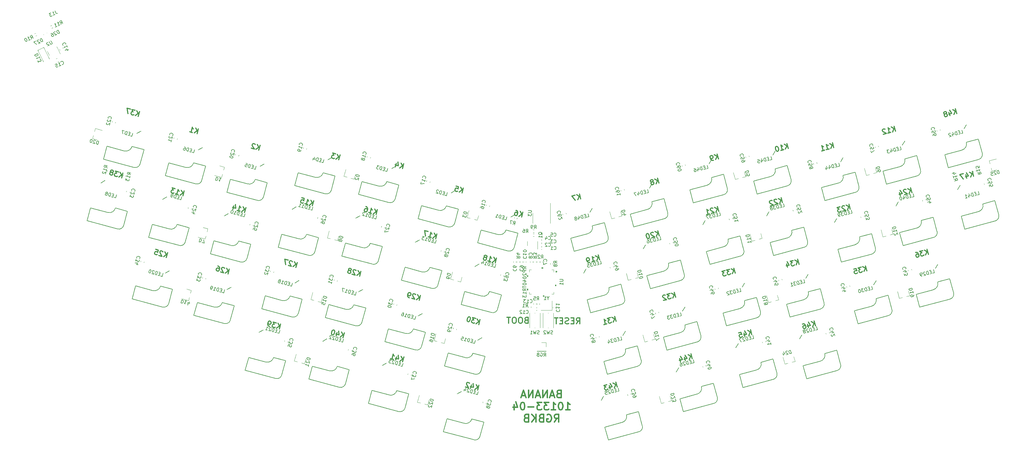
<source format=gbr>
%TF.GenerationSoftware,KiCad,Pcbnew,8.0.6*%
%TF.CreationDate,2024-12-13T19:23:41-05:00*%
%TF.ProjectId,10133,31303133-332e-46b6-9963-61645f706362,rev?*%
%TF.SameCoordinates,Original*%
%TF.FileFunction,Legend,Bot*%
%TF.FilePolarity,Positive*%
%FSLAX46Y46*%
G04 Gerber Fmt 4.6, Leading zero omitted, Abs format (unit mm)*
G04 Created by KiCad (PCBNEW 8.0.6) date 2024-12-13 19:23:41*
%MOMM*%
%LPD*%
G01*
G04 APERTURE LIST*
%ADD10C,0.450000*%
%ADD11C,0.350000*%
%ADD12C,0.150000*%
%ADD13C,0.300000*%
%ADD14C,0.120000*%
%ADD15C,0.100000*%
G04 APERTURE END LIST*
D10*
X5089285Y-28363503D02*
X4767857Y-28470646D01*
X4767857Y-28470646D02*
X4660714Y-28577789D01*
X4660714Y-28577789D02*
X4553571Y-28792074D01*
X4553571Y-28792074D02*
X4553571Y-29113503D01*
X4553571Y-29113503D02*
X4660714Y-29327789D01*
X4660714Y-29327789D02*
X4767857Y-29434932D01*
X4767857Y-29434932D02*
X4982142Y-29542074D01*
X4982142Y-29542074D02*
X5839285Y-29542074D01*
X5839285Y-29542074D02*
X5839285Y-27292074D01*
X5839285Y-27292074D02*
X5089285Y-27292074D01*
X5089285Y-27292074D02*
X4875000Y-27399217D01*
X4875000Y-27399217D02*
X4767857Y-27506360D01*
X4767857Y-27506360D02*
X4660714Y-27720646D01*
X4660714Y-27720646D02*
X4660714Y-27934932D01*
X4660714Y-27934932D02*
X4767857Y-28149217D01*
X4767857Y-28149217D02*
X4875000Y-28256360D01*
X4875000Y-28256360D02*
X5089285Y-28363503D01*
X5089285Y-28363503D02*
X5839285Y-28363503D01*
X3696428Y-28899217D02*
X2625000Y-28899217D01*
X3910714Y-29542074D02*
X3160714Y-27292074D01*
X3160714Y-27292074D02*
X2410714Y-29542074D01*
X1660714Y-29542074D02*
X1660714Y-27292074D01*
X1660714Y-27292074D02*
X375000Y-29542074D01*
X375000Y-29542074D02*
X375000Y-27292074D01*
X-589285Y-28899217D02*
X-1660714Y-28899217D01*
X-374999Y-29542074D02*
X-1124999Y-27292074D01*
X-1124999Y-27292074D02*
X-1874999Y-29542074D01*
X-2624999Y-29542074D02*
X-2624999Y-27292074D01*
X-2624999Y-27292074D02*
X-3910713Y-29542074D01*
X-3910713Y-29542074D02*
X-3910713Y-27292074D01*
X-4874999Y-28899217D02*
X-5946428Y-28899217D01*
X-4660713Y-29542074D02*
X-5410713Y-27292074D01*
X-5410713Y-27292074D02*
X-6160713Y-29542074D01*
X7178571Y-33164448D02*
X8464285Y-33164448D01*
X7821428Y-33164448D02*
X7821428Y-30914448D01*
X7821428Y-30914448D02*
X8035714Y-31235877D01*
X8035714Y-31235877D02*
X8249999Y-31450163D01*
X8249999Y-31450163D02*
X8464285Y-31557306D01*
X5785714Y-30914448D02*
X5571428Y-30914448D01*
X5571428Y-30914448D02*
X5357142Y-31021591D01*
X5357142Y-31021591D02*
X5250000Y-31128734D01*
X5250000Y-31128734D02*
X5142857Y-31343020D01*
X5142857Y-31343020D02*
X5035714Y-31771591D01*
X5035714Y-31771591D02*
X5035714Y-32307306D01*
X5035714Y-32307306D02*
X5142857Y-32735877D01*
X5142857Y-32735877D02*
X5250000Y-32950163D01*
X5250000Y-32950163D02*
X5357142Y-33057306D01*
X5357142Y-33057306D02*
X5571428Y-33164448D01*
X5571428Y-33164448D02*
X5785714Y-33164448D01*
X5785714Y-33164448D02*
X6000000Y-33057306D01*
X6000000Y-33057306D02*
X6107142Y-32950163D01*
X6107142Y-32950163D02*
X6214285Y-32735877D01*
X6214285Y-32735877D02*
X6321428Y-32307306D01*
X6321428Y-32307306D02*
X6321428Y-31771591D01*
X6321428Y-31771591D02*
X6214285Y-31343020D01*
X6214285Y-31343020D02*
X6107142Y-31128734D01*
X6107142Y-31128734D02*
X6000000Y-31021591D01*
X6000000Y-31021591D02*
X5785714Y-30914448D01*
X2892857Y-33164448D02*
X4178571Y-33164448D01*
X3535714Y-33164448D02*
X3535714Y-30914448D01*
X3535714Y-30914448D02*
X3750000Y-31235877D01*
X3750000Y-31235877D02*
X3964285Y-31450163D01*
X3964285Y-31450163D02*
X4178571Y-31557306D01*
X2142857Y-30914448D02*
X750000Y-30914448D01*
X750000Y-30914448D02*
X1500000Y-31771591D01*
X1500000Y-31771591D02*
X1178571Y-31771591D01*
X1178571Y-31771591D02*
X964286Y-31878734D01*
X964286Y-31878734D02*
X857143Y-31985877D01*
X857143Y-31985877D02*
X750000Y-32200163D01*
X750000Y-32200163D02*
X750000Y-32735877D01*
X750000Y-32735877D02*
X857143Y-32950163D01*
X857143Y-32950163D02*
X964286Y-33057306D01*
X964286Y-33057306D02*
X1178571Y-33164448D01*
X1178571Y-33164448D02*
X1821428Y-33164448D01*
X1821428Y-33164448D02*
X2035714Y-33057306D01*
X2035714Y-33057306D02*
X2142857Y-32950163D01*
X0Y-30914448D02*
X-1392856Y-30914448D01*
X-1392856Y-30914448D02*
X-642856Y-31771591D01*
X-642856Y-31771591D02*
X-964285Y-31771591D01*
X-964285Y-31771591D02*
X-1178571Y-31878734D01*
X-1178571Y-31878734D02*
X-1285713Y-31985877D01*
X-1285713Y-31985877D02*
X-1392856Y-32200163D01*
X-1392856Y-32200163D02*
X-1392856Y-32735877D01*
X-1392856Y-32735877D02*
X-1285713Y-32950163D01*
X-1285713Y-32950163D02*
X-1178571Y-33057306D01*
X-1178571Y-33057306D02*
X-964285Y-33164448D01*
X-964285Y-33164448D02*
X-321428Y-33164448D01*
X-321428Y-33164448D02*
X-107142Y-33057306D01*
X-107142Y-33057306D02*
X0Y-32950163D01*
X-2357142Y-32307306D02*
X-4071428Y-32307306D01*
X-5571427Y-30914448D02*
X-5785713Y-30914448D01*
X-5785713Y-30914448D02*
X-5999999Y-31021591D01*
X-5999999Y-31021591D02*
X-6107142Y-31128734D01*
X-6107142Y-31128734D02*
X-6214284Y-31343020D01*
X-6214284Y-31343020D02*
X-6321427Y-31771591D01*
X-6321427Y-31771591D02*
X-6321427Y-32307306D01*
X-6321427Y-32307306D02*
X-6214284Y-32735877D01*
X-6214284Y-32735877D02*
X-6107142Y-32950163D01*
X-6107142Y-32950163D02*
X-5999999Y-33057306D01*
X-5999999Y-33057306D02*
X-5785713Y-33164448D01*
X-5785713Y-33164448D02*
X-5571427Y-33164448D01*
X-5571427Y-33164448D02*
X-5357142Y-33057306D01*
X-5357142Y-33057306D02*
X-5249999Y-32950163D01*
X-5249999Y-32950163D02*
X-5142856Y-32735877D01*
X-5142856Y-32735877D02*
X-5035713Y-32307306D01*
X-5035713Y-32307306D02*
X-5035713Y-31771591D01*
X-5035713Y-31771591D02*
X-5142856Y-31343020D01*
X-5142856Y-31343020D02*
X-5249999Y-31128734D01*
X-5249999Y-31128734D02*
X-5357142Y-31021591D01*
X-5357142Y-31021591D02*
X-5571427Y-30914448D01*
X-8249999Y-31664448D02*
X-8249999Y-33164448D01*
X-7714284Y-30807306D02*
X-7178570Y-32414448D01*
X-7178570Y-32414448D02*
X-8571427Y-32414448D01*
X3803572Y-36786822D02*
X4553572Y-35715394D01*
X5089286Y-36786822D02*
X5089286Y-34536822D01*
X5089286Y-34536822D02*
X4232143Y-34536822D01*
X4232143Y-34536822D02*
X4017858Y-34643965D01*
X4017858Y-34643965D02*
X3910715Y-34751108D01*
X3910715Y-34751108D02*
X3803572Y-34965394D01*
X3803572Y-34965394D02*
X3803572Y-35286822D01*
X3803572Y-35286822D02*
X3910715Y-35501108D01*
X3910715Y-35501108D02*
X4017858Y-35608251D01*
X4017858Y-35608251D02*
X4232143Y-35715394D01*
X4232143Y-35715394D02*
X5089286Y-35715394D01*
X1660715Y-34643965D02*
X1875001Y-34536822D01*
X1875001Y-34536822D02*
X2196429Y-34536822D01*
X2196429Y-34536822D02*
X2517858Y-34643965D01*
X2517858Y-34643965D02*
X2732143Y-34858251D01*
X2732143Y-34858251D02*
X2839286Y-35072537D01*
X2839286Y-35072537D02*
X2946429Y-35501108D01*
X2946429Y-35501108D02*
X2946429Y-35822537D01*
X2946429Y-35822537D02*
X2839286Y-36251108D01*
X2839286Y-36251108D02*
X2732143Y-36465394D01*
X2732143Y-36465394D02*
X2517858Y-36679680D01*
X2517858Y-36679680D02*
X2196429Y-36786822D01*
X2196429Y-36786822D02*
X1982143Y-36786822D01*
X1982143Y-36786822D02*
X1660715Y-36679680D01*
X1660715Y-36679680D02*
X1553572Y-36572537D01*
X1553572Y-36572537D02*
X1553572Y-35822537D01*
X1553572Y-35822537D02*
X1982143Y-35822537D01*
X-160713Y-35608251D02*
X-482141Y-35715394D01*
X-482141Y-35715394D02*
X-589284Y-35822537D01*
X-589284Y-35822537D02*
X-696427Y-36036822D01*
X-696427Y-36036822D02*
X-696427Y-36358251D01*
X-696427Y-36358251D02*
X-589284Y-36572537D01*
X-589284Y-36572537D02*
X-482141Y-36679680D01*
X-482141Y-36679680D02*
X-267856Y-36786822D01*
X-267856Y-36786822D02*
X589286Y-36786822D01*
X589286Y-36786822D02*
X589286Y-34536822D01*
X589286Y-34536822D02*
X-160713Y-34536822D01*
X-160713Y-34536822D02*
X-374998Y-34643965D01*
X-374998Y-34643965D02*
X-482141Y-34751108D01*
X-482141Y-34751108D02*
X-589284Y-34965394D01*
X-589284Y-34965394D02*
X-589284Y-35179680D01*
X-589284Y-35179680D02*
X-482141Y-35393965D01*
X-482141Y-35393965D02*
X-374998Y-35501108D01*
X-374998Y-35501108D02*
X-160713Y-35608251D01*
X-160713Y-35608251D02*
X589286Y-35608251D01*
X-1660713Y-36786822D02*
X-1660713Y-34536822D01*
X-2946427Y-36786822D02*
X-1982141Y-35501108D01*
X-2946427Y-34536822D02*
X-1660713Y-35822537D01*
X-4660713Y-35608251D02*
X-4982141Y-35715394D01*
X-4982141Y-35715394D02*
X-5089284Y-35822537D01*
X-5089284Y-35822537D02*
X-5196427Y-36036822D01*
X-5196427Y-36036822D02*
X-5196427Y-36358251D01*
X-5196427Y-36358251D02*
X-5089284Y-36572537D01*
X-5089284Y-36572537D02*
X-4982141Y-36679680D01*
X-4982141Y-36679680D02*
X-4767856Y-36786822D01*
X-4767856Y-36786822D02*
X-3910713Y-36786822D01*
X-3910713Y-36786822D02*
X-3910713Y-34536822D01*
X-3910713Y-34536822D02*
X-4660713Y-34536822D01*
X-4660713Y-34536822D02*
X-4874999Y-34643965D01*
X-4874999Y-34643965D02*
X-4982141Y-34751108D01*
X-4982141Y-34751108D02*
X-5089284Y-34965394D01*
X-5089284Y-34965394D02*
X-5089284Y-35179680D01*
X-5089284Y-35179680D02*
X-4982141Y-35393965D01*
X-4982141Y-35393965D02*
X-4874999Y-35501108D01*
X-4874999Y-35501108D02*
X-4660713Y-35608251D01*
X-4660713Y-35608251D02*
X-3910713Y-35608251D01*
D11*
X10414285Y-7514514D02*
X11014285Y-6657371D01*
X11442856Y-7514514D02*
X11442856Y-5714514D01*
X11442856Y-5714514D02*
X10757142Y-5714514D01*
X10757142Y-5714514D02*
X10585713Y-5800228D01*
X10585713Y-5800228D02*
X10499999Y-5885942D01*
X10499999Y-5885942D02*
X10414285Y-6057371D01*
X10414285Y-6057371D02*
X10414285Y-6314514D01*
X10414285Y-6314514D02*
X10499999Y-6485942D01*
X10499999Y-6485942D02*
X10585713Y-6571657D01*
X10585713Y-6571657D02*
X10757142Y-6657371D01*
X10757142Y-6657371D02*
X11442856Y-6657371D01*
X9642856Y-6571657D02*
X9042856Y-6571657D01*
X8785713Y-7514514D02*
X9642856Y-7514514D01*
X9642856Y-7514514D02*
X9642856Y-5714514D01*
X9642856Y-5714514D02*
X8785713Y-5714514D01*
X8099999Y-7428800D02*
X7842857Y-7514514D01*
X7842857Y-7514514D02*
X7414285Y-7514514D01*
X7414285Y-7514514D02*
X7242857Y-7428800D01*
X7242857Y-7428800D02*
X7157142Y-7343085D01*
X7157142Y-7343085D02*
X7071428Y-7171657D01*
X7071428Y-7171657D02*
X7071428Y-7000228D01*
X7071428Y-7000228D02*
X7157142Y-6828800D01*
X7157142Y-6828800D02*
X7242857Y-6743085D01*
X7242857Y-6743085D02*
X7414285Y-6657371D01*
X7414285Y-6657371D02*
X7757142Y-6571657D01*
X7757142Y-6571657D02*
X7928571Y-6485942D01*
X7928571Y-6485942D02*
X8014285Y-6400228D01*
X8014285Y-6400228D02*
X8099999Y-6228800D01*
X8099999Y-6228800D02*
X8099999Y-6057371D01*
X8099999Y-6057371D02*
X8014285Y-5885942D01*
X8014285Y-5885942D02*
X7928571Y-5800228D01*
X7928571Y-5800228D02*
X7757142Y-5714514D01*
X7757142Y-5714514D02*
X7328571Y-5714514D01*
X7328571Y-5714514D02*
X7071428Y-5800228D01*
X6299999Y-6571657D02*
X5699999Y-6571657D01*
X5442856Y-7514514D02*
X6299999Y-7514514D01*
X6299999Y-7514514D02*
X6299999Y-5714514D01*
X6299999Y-5714514D02*
X5442856Y-5714514D01*
X4928571Y-5714514D02*
X3900000Y-5714514D01*
X4414285Y-7514514D02*
X4414285Y-5714514D01*
X-4557143Y-6371658D02*
X-4814286Y-6457372D01*
X-4814286Y-6457372D02*
X-4900000Y-6543086D01*
X-4900000Y-6543086D02*
X-4985714Y-6714515D01*
X-4985714Y-6714515D02*
X-4985714Y-6971658D01*
X-4985714Y-6971658D02*
X-4900000Y-7143086D01*
X-4900000Y-7143086D02*
X-4814286Y-7228801D01*
X-4814286Y-7228801D02*
X-4642857Y-7314515D01*
X-4642857Y-7314515D02*
X-3957143Y-7314515D01*
X-3957143Y-7314515D02*
X-3957143Y-5514515D01*
X-3957143Y-5514515D02*
X-4557143Y-5514515D01*
X-4557143Y-5514515D02*
X-4728572Y-5600229D01*
X-4728572Y-5600229D02*
X-4814286Y-5685943D01*
X-4814286Y-5685943D02*
X-4900000Y-5857372D01*
X-4900000Y-5857372D02*
X-4900000Y-6028801D01*
X-4900000Y-6028801D02*
X-4814286Y-6200229D01*
X-4814286Y-6200229D02*
X-4728572Y-6285943D01*
X-4728572Y-6285943D02*
X-4557143Y-6371658D01*
X-4557143Y-6371658D02*
X-3957143Y-6371658D01*
X-6100000Y-5514515D02*
X-6442857Y-5514515D01*
X-6442857Y-5514515D02*
X-6614286Y-5600229D01*
X-6614286Y-5600229D02*
X-6785714Y-5771658D01*
X-6785714Y-5771658D02*
X-6871429Y-6114515D01*
X-6871429Y-6114515D02*
X-6871429Y-6714515D01*
X-6871429Y-6714515D02*
X-6785714Y-7057372D01*
X-6785714Y-7057372D02*
X-6614286Y-7228801D01*
X-6614286Y-7228801D02*
X-6442857Y-7314515D01*
X-6442857Y-7314515D02*
X-6100000Y-7314515D01*
X-6100000Y-7314515D02*
X-5928572Y-7228801D01*
X-5928572Y-7228801D02*
X-5757143Y-7057372D01*
X-5757143Y-7057372D02*
X-5671429Y-6714515D01*
X-5671429Y-6714515D02*
X-5671429Y-6114515D01*
X-5671429Y-6114515D02*
X-5757143Y-5771658D01*
X-5757143Y-5771658D02*
X-5928572Y-5600229D01*
X-5928572Y-5600229D02*
X-6100000Y-5514515D01*
X-7985714Y-5514515D02*
X-8328571Y-5514515D01*
X-8328571Y-5514515D02*
X-8500000Y-5600229D01*
X-8500000Y-5600229D02*
X-8671428Y-5771658D01*
X-8671428Y-5771658D02*
X-8757143Y-6114515D01*
X-8757143Y-6114515D02*
X-8757143Y-6714515D01*
X-8757143Y-6714515D02*
X-8671428Y-7057372D01*
X-8671428Y-7057372D02*
X-8500000Y-7228801D01*
X-8500000Y-7228801D02*
X-8328571Y-7314515D01*
X-8328571Y-7314515D02*
X-7985714Y-7314515D01*
X-7985714Y-7314515D02*
X-7814286Y-7228801D01*
X-7814286Y-7228801D02*
X-7642857Y-7057372D01*
X-7642857Y-7057372D02*
X-7557143Y-6714515D01*
X-7557143Y-6714515D02*
X-7557143Y-6114515D01*
X-7557143Y-6114515D02*
X-7642857Y-5771658D01*
X-7642857Y-5771658D02*
X-7814286Y-5600229D01*
X-7814286Y-5600229D02*
X-7985714Y-5514515D01*
X-9271428Y-5514515D02*
X-10300000Y-5514515D01*
X-9785714Y-7314515D02*
X-9785714Y-5514515D01*
D12*
X-62331415Y6367629D02*
X-62273094Y6401301D01*
X-62273094Y6401301D02*
X-62190123Y6526966D01*
X-62190123Y6526966D02*
X-62165474Y6618959D01*
X-62165474Y6618959D02*
X-62174496Y6769273D01*
X-62174496Y6769273D02*
X-62241840Y6885915D01*
X-62241840Y6885915D02*
X-62321508Y6956561D01*
X-62321508Y6956561D02*
X-62493169Y7051857D01*
X-62493169Y7051857D02*
X-62631159Y7088831D01*
X-62631159Y7088831D02*
X-62827469Y7092133D01*
X-62827469Y7092133D02*
X-62931787Y7070786D01*
X-62931787Y7070786D02*
X-63048429Y7003443D01*
X-63048429Y7003443D02*
X-63131400Y6877778D01*
X-63131400Y6877778D02*
X-63156049Y6785785D01*
X-63156049Y6785785D02*
X-63147027Y6635471D01*
X-63147027Y6635471D02*
X-63113355Y6577150D01*
X-63291621Y6279824D02*
X-63451843Y5681870D01*
X-63451843Y5681870D02*
X-62997598Y5905247D01*
X-62997598Y5905247D02*
X-63034572Y5767258D01*
X-63034572Y5767258D02*
X-63013225Y5662940D01*
X-63013225Y5662940D02*
X-62979553Y5604619D01*
X-62979553Y5604619D02*
X-62899885Y5533973D01*
X-62899885Y5533973D02*
X-62669903Y5472350D01*
X-62669903Y5472350D02*
X-62565585Y5493697D01*
X-62565585Y5493697D02*
X-62507264Y5527368D01*
X-62507264Y5527368D02*
X-62436618Y5607037D01*
X-62436618Y5607037D02*
X-62362670Y5883015D01*
X-62362670Y5883015D02*
X-62384017Y5987333D01*
X-62384017Y5987333D02*
X-62417688Y6045654D01*
X-62732411Y4503121D02*
X-62584514Y5055079D01*
X-62658463Y4779100D02*
X-63624389Y5037919D01*
X-63624389Y5037919D02*
X-63461750Y5092938D01*
X-63461750Y5092938D02*
X-63345107Y5160281D01*
X-63345107Y5160281D02*
X-63274461Y5239950D01*
X3738540Y14740419D02*
X3786159Y14692800D01*
X3786159Y14692800D02*
X3929016Y14645180D01*
X3929016Y14645180D02*
X4024254Y14645180D01*
X4024254Y14645180D02*
X4167111Y14692800D01*
X4167111Y14692800D02*
X4262349Y14788038D01*
X4262349Y14788038D02*
X4309968Y14883276D01*
X4309968Y14883276D02*
X4357587Y15073752D01*
X4357587Y15073752D02*
X4357587Y15216609D01*
X4357587Y15216609D02*
X4309968Y15407085D01*
X4309968Y15407085D02*
X4262349Y15502323D01*
X4262349Y15502323D02*
X4167111Y15597561D01*
X4167111Y15597561D02*
X4024254Y15645180D01*
X4024254Y15645180D02*
X3929016Y15645180D01*
X3929016Y15645180D02*
X3786159Y15597561D01*
X3786159Y15597561D02*
X3738540Y15549942D01*
X2786159Y14645180D02*
X3357587Y14645180D01*
X3071873Y14645180D02*
X3071873Y15645180D01*
X3071873Y15645180D02*
X3167111Y15502323D01*
X3167111Y15502323D02*
X3262349Y15407085D01*
X3262349Y15407085D02*
X3357587Y15359466D01*
X40309514Y17723355D02*
X40343186Y17781676D01*
X40343186Y17781676D02*
X40352208Y17931991D01*
X40352208Y17931991D02*
X40327559Y18023984D01*
X40327559Y18023984D02*
X40244588Y18149648D01*
X40244588Y18149648D02*
X40127946Y18216992D01*
X40127946Y18216992D02*
X40023628Y18238339D01*
X40023628Y18238339D02*
X39827318Y18235036D01*
X39827318Y18235036D02*
X39689328Y18198062D01*
X39689328Y18198062D02*
X39517667Y18102767D01*
X39517667Y18102767D02*
X39437999Y18032121D01*
X39437999Y18032121D02*
X39370655Y17915479D01*
X39370655Y17915479D02*
X39361633Y17765164D01*
X39361633Y17765164D02*
X39386283Y17673172D01*
X39386283Y17673172D02*
X39469253Y17547507D01*
X39469253Y17547507D02*
X39527574Y17513835D01*
X39669751Y16615253D02*
X39546504Y17075217D01*
X39546504Y17075217D02*
X39994144Y17244461D01*
X39994144Y17244461D02*
X39960472Y17186140D01*
X39960472Y17186140D02*
X39939125Y17081822D01*
X39939125Y17081822D02*
X40000749Y16851840D01*
X40000749Y16851840D02*
X40071395Y16772172D01*
X40071395Y16772172D02*
X40129716Y16738500D01*
X40129716Y16738500D02*
X40234033Y16717153D01*
X40234033Y16717153D02*
X40464016Y16778776D01*
X40464016Y16778776D02*
X40543684Y16849422D01*
X40543684Y16849422D02*
X40577356Y16907744D01*
X40577356Y16907744D02*
X40598703Y17012061D01*
X40598703Y17012061D02*
X40537079Y17242044D01*
X40537079Y17242044D02*
X40466433Y17321712D01*
X40466433Y17321712D02*
X40408112Y17355384D01*
X39842297Y15971302D02*
X39866947Y15879309D01*
X39866947Y15879309D02*
X39937592Y15799641D01*
X39937592Y15799641D02*
X39995914Y15765969D01*
X39995914Y15765969D02*
X40100231Y15744622D01*
X40100231Y15744622D02*
X40296542Y15747925D01*
X40296542Y15747925D02*
X40526524Y15809548D01*
X40526524Y15809548D02*
X40698185Y15904844D01*
X40698185Y15904844D02*
X40777854Y15975489D01*
X40777854Y15975489D02*
X40811525Y16033811D01*
X40811525Y16033811D02*
X40832872Y16138128D01*
X40832872Y16138128D02*
X40808223Y16230121D01*
X40808223Y16230121D02*
X40737577Y16309789D01*
X40737577Y16309789D02*
X40679256Y16343461D01*
X40679256Y16343461D02*
X40574938Y16364808D01*
X40574938Y16364808D02*
X40378628Y16361506D01*
X40378628Y16361506D02*
X40148645Y16299882D01*
X40148645Y16299882D02*
X39976984Y16204587D01*
X39976984Y16204587D02*
X39897316Y16133941D01*
X39897316Y16133941D02*
X39863644Y16075620D01*
X39863644Y16075620D02*
X39842297Y15971302D01*
X-22145867Y25758596D02*
X-23111793Y26017416D01*
X-23111793Y26017416D02*
X-23173416Y25787433D01*
X-23173416Y25787433D02*
X-23164394Y25637119D01*
X-23164394Y25637119D02*
X-23097051Y25520477D01*
X-23097051Y25520477D02*
X-23017382Y25449831D01*
X-23017382Y25449831D02*
X-22845721Y25354535D01*
X-22845721Y25354535D02*
X-22707732Y25317561D01*
X-22707732Y25317561D02*
X-22511421Y25314259D01*
X-22511421Y25314259D02*
X-22407104Y25335606D01*
X-22407104Y25335606D02*
X-22290461Y25402949D01*
X-22290461Y25402949D02*
X-22207491Y25528614D01*
X-22207491Y25528614D02*
X-22145867Y25758596D01*
X-23345962Y25143483D02*
X-23506184Y24545529D01*
X-23506184Y24545529D02*
X-23051939Y24768906D01*
X-23051939Y24768906D02*
X-23088913Y24630917D01*
X-23088913Y24630917D02*
X-23067566Y24526599D01*
X-23067566Y24526599D02*
X-23033894Y24468278D01*
X-23033894Y24468278D02*
X-22954226Y24397632D01*
X-22954226Y24397632D02*
X-22724244Y24336008D01*
X-22724244Y24336008D02*
X-22619926Y24357355D01*
X-22619926Y24357355D02*
X-22561605Y24391027D01*
X-22561605Y24391027D02*
X-22490959Y24470695D01*
X-22490959Y24470695D02*
X-22417011Y24746674D01*
X-22417011Y24746674D02*
X-22438358Y24850992D01*
X-22438358Y24850992D02*
X-22472030Y24909313D01*
D13*
X-120396199Y54503362D02*
X-120007971Y55952251D01*
X-121224136Y54725207D02*
X-120381339Y55386760D01*
X-120835907Y56174096D02*
X-120229816Y55124314D01*
X-121318870Y56303505D02*
X-122215801Y56543837D01*
X-122215801Y56543837D02*
X-121880735Y55862470D01*
X-121880735Y55862470D02*
X-122087719Y55917931D01*
X-122087719Y55917931D02*
X-122244196Y55885911D01*
X-122244196Y55885911D02*
X-122331677Y55835403D01*
X-122331677Y55835403D02*
X-122437646Y55715901D01*
X-122437646Y55715901D02*
X-122530082Y55370927D01*
X-122530082Y55370927D02*
X-122498061Y55214451D01*
X-122498061Y55214451D02*
X-122447553Y55126969D01*
X-122447553Y55126969D02*
X-122328051Y55021000D01*
X-122328051Y55021000D02*
X-121914083Y54910078D01*
X-121914083Y54910078D02*
X-121757606Y54942098D01*
X-121757606Y54942098D02*
X-121670125Y54992606D01*
X-122698764Y56673247D02*
X-123664690Y56932066D01*
X-123664690Y56932066D02*
X-123431966Y55316793D01*
X11703606Y29842919D02*
X11315377Y31291808D01*
X10875670Y29621074D02*
X11274777Y30615394D01*
X10487441Y31069963D02*
X11537222Y30463871D01*
X10004478Y30940553D02*
X9038552Y30681734D01*
X9038552Y30681734D02*
X10047733Y29399229D01*
X-59236901Y-11656515D02*
X-58848673Y-10207626D01*
X-60064838Y-11434670D02*
X-59222041Y-10773117D01*
X-59676609Y-9985781D02*
X-59070518Y-11035563D01*
X-61047923Y-10135977D02*
X-61306742Y-11101903D01*
X-60555053Y-9676455D02*
X-60487386Y-10803810D01*
X-60487386Y-10803810D02*
X-61384317Y-10563479D01*
X-61953434Y-9375708D02*
X-62091423Y-9338734D01*
X-62091423Y-9338734D02*
X-62247900Y-9370754D01*
X-62247900Y-9370754D02*
X-62335382Y-9421262D01*
X-62335382Y-9421262D02*
X-62441350Y-9540764D01*
X-62441350Y-9540764D02*
X-62584293Y-9798256D01*
X-62584293Y-9798256D02*
X-62676729Y-10143229D01*
X-62676729Y-10143229D02*
X-62681682Y-10437695D01*
X-62681682Y-10437695D02*
X-62649662Y-10594172D01*
X-62649662Y-10594172D02*
X-62599154Y-10681654D01*
X-62599154Y-10681654D02*
X-62479652Y-10787622D01*
X-62479652Y-10787622D02*
X-62341663Y-10824597D01*
X-62341663Y-10824597D02*
X-62185186Y-10792576D01*
X-62185186Y-10792576D02*
X-62097704Y-10742068D01*
X-62097704Y-10742068D02*
X-61991735Y-10622566D01*
X-61991735Y-10622566D02*
X-61848792Y-10365074D01*
X-61848792Y-10365074D02*
X-61756357Y-10020101D01*
X-61756357Y-10020101D02*
X-61751403Y-9725635D01*
X-61751403Y-9725635D02*
X-61783424Y-9569159D01*
X-61783424Y-9569159D02*
X-61833932Y-9481677D01*
X-61833932Y-9481677D02*
X-61953434Y-9375708D01*
X115491807Y13278296D02*
X115103579Y14727184D01*
X114663871Y13056451D02*
X115062978Y14050771D01*
X114275642Y14505340D02*
X115325424Y13899248D01*
X113792679Y14375930D02*
X112895748Y14135598D01*
X112895748Y14135598D02*
X113526608Y13713050D01*
X113526608Y13713050D02*
X113319624Y13657589D01*
X113319624Y13657589D02*
X113200121Y13551620D01*
X113200121Y13551620D02*
X113149614Y13464138D01*
X113149614Y13464138D02*
X113117593Y13307662D01*
X113117593Y13307662D02*
X113210029Y12962688D01*
X113210029Y12962688D02*
X113315997Y12843186D01*
X113315997Y12843186D02*
X113403479Y12792678D01*
X113403479Y12792678D02*
X113559956Y12760658D01*
X113559956Y12760658D02*
X113973924Y12871580D01*
X113973924Y12871580D02*
X114093426Y12977549D01*
X114093426Y12977549D02*
X114143934Y13065031D01*
X111653844Y13802831D02*
X111929823Y13876779D01*
X111929823Y13876779D02*
X112086299Y13844759D01*
X112086299Y13844759D02*
X112173781Y13794251D01*
X112173781Y13794251D02*
X112367232Y13624241D01*
X112367232Y13624241D02*
X112510175Y13366749D01*
X112510175Y13366749D02*
X112658071Y12814792D01*
X112658071Y12814792D02*
X112626051Y12658315D01*
X112626051Y12658315D02*
X112575543Y12570833D01*
X112575543Y12570833D02*
X112456041Y12464865D01*
X112456041Y12464865D02*
X112180062Y12390916D01*
X112180062Y12390916D02*
X112023586Y12422937D01*
X112023586Y12422937D02*
X111936104Y12473444D01*
X111936104Y12473444D02*
X111830135Y12592947D01*
X111830135Y12592947D02*
X111737700Y12937920D01*
X111737700Y12937920D02*
X111769720Y13094397D01*
X111769720Y13094397D02*
X111820228Y13181879D01*
X111820228Y13181879D02*
X111939730Y13287847D01*
X111939730Y13287847D02*
X112215709Y13361796D01*
X112215709Y13361796D02*
X112372185Y13329775D01*
X112372185Y13329775D02*
X112459667Y13279267D01*
X112459667Y13279267D02*
X112565636Y13159765D01*
D12*
X5454819Y5761905D02*
X6264342Y5761905D01*
X6264342Y5761905D02*
X6359580Y5714286D01*
X6359580Y5714286D02*
X6407200Y5666667D01*
X6407200Y5666667D02*
X6454819Y5571429D01*
X6454819Y5571429D02*
X6454819Y5380953D01*
X6454819Y5380953D02*
X6407200Y5285715D01*
X6407200Y5285715D02*
X6359580Y5238096D01*
X6359580Y5238096D02*
X6264342Y5190477D01*
X6264342Y5190477D02*
X5454819Y5190477D01*
X6454819Y4190477D02*
X6454819Y4761905D01*
X6454819Y4476191D02*
X5454819Y4476191D01*
X5454819Y4476191D02*
X5597676Y4571429D01*
X5597676Y4571429D02*
X5692914Y4666667D01*
X5692914Y4666667D02*
X5740533Y4761905D01*
X-4545180Y8928571D02*
X-5021371Y9261904D01*
X-4545180Y9499999D02*
X-5545180Y9499999D01*
X-5545180Y9499999D02*
X-5545180Y9119047D01*
X-5545180Y9119047D02*
X-5497561Y9023809D01*
X-5497561Y9023809D02*
X-5449942Y8976190D01*
X-5449942Y8976190D02*
X-5354704Y8928571D01*
X-5354704Y8928571D02*
X-5211847Y8928571D01*
X-5211847Y8928571D02*
X-5116609Y8976190D01*
X-5116609Y8976190D02*
X-5068990Y9023809D01*
X-5068990Y9023809D02*
X-5021371Y9119047D01*
X-5021371Y9119047D02*
X-5021371Y9499999D01*
X-4545180Y8499999D02*
X-5545180Y8499999D01*
X-5545180Y8499999D02*
X-5545180Y8119047D01*
X-5545180Y8119047D02*
X-5497561Y8023809D01*
X-5497561Y8023809D02*
X-5449942Y7976190D01*
X-5449942Y7976190D02*
X-5354704Y7928571D01*
X-5354704Y7928571D02*
X-5211847Y7928571D01*
X-5211847Y7928571D02*
X-5116609Y7976190D01*
X-5116609Y7976190D02*
X-5068990Y8023809D01*
X-5068990Y8023809D02*
X-5021371Y8119047D01*
X-5021371Y8119047D02*
X-5021371Y8499999D01*
X-5449942Y7547618D02*
X-5497561Y7499999D01*
X-5497561Y7499999D02*
X-5545180Y7404761D01*
X-5545180Y7404761D02*
X-5545180Y7166666D01*
X-5545180Y7166666D02*
X-5497561Y7071428D01*
X-5497561Y7071428D02*
X-5449942Y7023809D01*
X-5449942Y7023809D02*
X-5354704Y6976190D01*
X-5354704Y6976190D02*
X-5259466Y6976190D01*
X-5259466Y6976190D02*
X-5116609Y7023809D01*
X-5116609Y7023809D02*
X-4545180Y7595237D01*
X-4545180Y7595237D02*
X-4545180Y6976190D01*
X-5545180Y6357142D02*
X-5545180Y6261904D01*
X-5545180Y6261904D02*
X-5497561Y6166666D01*
X-5497561Y6166666D02*
X-5449942Y6119047D01*
X-5449942Y6119047D02*
X-5354704Y6071428D01*
X-5354704Y6071428D02*
X-5164228Y6023809D01*
X-5164228Y6023809D02*
X-4926133Y6023809D01*
X-4926133Y6023809D02*
X-4735657Y6071428D01*
X-4735657Y6071428D02*
X-4640419Y6119047D01*
X-4640419Y6119047D02*
X-4592800Y6166666D01*
X-4592800Y6166666D02*
X-4545180Y6261904D01*
X-4545180Y6261904D02*
X-4545180Y6357142D01*
X-4545180Y6357142D02*
X-4592800Y6452380D01*
X-4592800Y6452380D02*
X-4640419Y6499999D01*
X-4640419Y6499999D02*
X-4735657Y6547618D01*
X-4735657Y6547618D02*
X-4926133Y6595237D01*
X-4926133Y6595237D02*
X-5164228Y6595237D01*
X-5164228Y6595237D02*
X-5354704Y6547618D01*
X-5354704Y6547618D02*
X-5449942Y6499999D01*
X-5449942Y6499999D02*
X-5497561Y6452380D01*
X-5497561Y6452380D02*
X-5545180Y6357142D01*
X-5211847Y5166666D02*
X-4545180Y5166666D01*
X-5592800Y5404761D02*
X-4878514Y5642856D01*
X-4878514Y5642856D02*
X-4878514Y5023809D01*
X-5545180Y4452380D02*
X-5545180Y4357142D01*
X-5545180Y4357142D02*
X-5497561Y4261904D01*
X-5497561Y4261904D02*
X-5449942Y4214285D01*
X-5449942Y4214285D02*
X-5354704Y4166666D01*
X-5354704Y4166666D02*
X-5164228Y4119047D01*
X-5164228Y4119047D02*
X-4926133Y4119047D01*
X-4926133Y4119047D02*
X-4735657Y4166666D01*
X-4735657Y4166666D02*
X-4640419Y4214285D01*
X-4640419Y4214285D02*
X-4592800Y4261904D01*
X-4592800Y4261904D02*
X-4545180Y4357142D01*
X-4545180Y4357142D02*
X-4545180Y4452380D01*
X-4545180Y4452380D02*
X-4592800Y4547618D01*
X-4592800Y4547618D02*
X-4640419Y4595237D01*
X-4640419Y4595237D02*
X-4735657Y4642856D01*
X-4735657Y4642856D02*
X-4926133Y4690475D01*
X-4926133Y4690475D02*
X-5164228Y4690475D01*
X-5164228Y4690475D02*
X-5354704Y4642856D01*
X-5354704Y4642856D02*
X-5449942Y4595237D01*
X-5449942Y4595237D02*
X-5497561Y4547618D01*
X-5497561Y4547618D02*
X-5545180Y4452380D01*
X-5545180Y3833332D02*
X-5545180Y3261904D01*
X-4545180Y3547618D02*
X-5545180Y3547618D01*
X-4545180Y2357142D02*
X-5021371Y2690475D01*
X-4545180Y2928570D02*
X-5545180Y2928570D01*
X-5545180Y2928570D02*
X-5545180Y2547618D01*
X-5545180Y2547618D02*
X-5497561Y2452380D01*
X-5497561Y2452380D02*
X-5449942Y2404761D01*
X-5449942Y2404761D02*
X-5354704Y2357142D01*
X-5354704Y2357142D02*
X-5211847Y2357142D01*
X-5211847Y2357142D02*
X-5116609Y2404761D01*
X-5116609Y2404761D02*
X-5068990Y2452380D01*
X-5068990Y2452380D02*
X-5021371Y2547618D01*
X-5021371Y2547618D02*
X-5021371Y2928570D01*
X-4545180Y1404761D02*
X-4545180Y1976189D01*
X-4545180Y1690475D02*
X-5545180Y1690475D01*
X-5545180Y1690475D02*
X-5402323Y1785713D01*
X-5402323Y1785713D02*
X-5307085Y1880951D01*
X-5307085Y1880951D02*
X-5259466Y1976189D01*
X-5545180Y1071427D02*
X-5545180Y452380D01*
X-5545180Y452380D02*
X-5164228Y785713D01*
X-5164228Y785713D02*
X-5164228Y642856D01*
X-5164228Y642856D02*
X-5116609Y547618D01*
X-5116609Y547618D02*
X-5068990Y499999D01*
X-5068990Y499999D02*
X-4973752Y452380D01*
X-4973752Y452380D02*
X-4735657Y452380D01*
X-4735657Y452380D02*
X-4640419Y499999D01*
X-4640419Y499999D02*
X-4592800Y547618D01*
X-4592800Y547618D02*
X-4545180Y642856D01*
X-4545180Y642856D02*
X-4545180Y928570D01*
X-4545180Y928570D02*
X-4592800Y1023808D01*
X-4592800Y1023808D02*
X-4640419Y1071427D01*
X4444999Y8345180D02*
X4444999Y8107085D01*
X4683094Y8202323D02*
X4444999Y8107085D01*
X4444999Y8107085D02*
X4206904Y8202323D01*
X4587856Y7916609D02*
X4444999Y8107085D01*
X4444999Y8107085D02*
X4302142Y7916609D01*
X4444999Y8345180D02*
X4444999Y8107085D01*
X4683094Y8202323D02*
X4444999Y8107085D01*
X4444999Y8107085D02*
X4206904Y8202323D01*
X4587856Y7916609D02*
X4444999Y8107085D01*
X4444999Y8107085D02*
X4302142Y7916609D01*
X-143397823Y82023021D02*
X-143306973Y82597142D01*
X-142884226Y82273519D02*
X-143322597Y83172313D01*
X-143322597Y83172313D02*
X-143664995Y83005314D01*
X-143664995Y83005314D02*
X-143729720Y82920765D01*
X-143729720Y82920765D02*
X-143751645Y82857090D01*
X-143751645Y82857090D02*
X-143752695Y82750616D01*
X-143752695Y82750616D02*
X-143690070Y82622217D01*
X-143690070Y82622217D02*
X-143605521Y82557492D01*
X-143605521Y82557492D02*
X-143541846Y82535567D01*
X-143541846Y82535567D02*
X-143435372Y82534517D01*
X-143435372Y82534517D02*
X-143092974Y82701516D01*
X-144253817Y81605525D02*
X-143740220Y81856022D01*
X-143997019Y81730773D02*
X-144435390Y82629568D01*
X-144435390Y82629568D02*
X-144287166Y82542918D01*
X-144287166Y82542918D02*
X-144159817Y82499068D01*
X-144159817Y82499068D02*
X-144053343Y82498018D01*
X-145109811Y81188028D02*
X-144596215Y81438526D01*
X-144853013Y81313277D02*
X-145291384Y82212071D01*
X-145291384Y82212071D02*
X-145143160Y82125422D01*
X-145143160Y82125422D02*
X-145015811Y82081572D01*
X-145015811Y82081572D02*
X-144909337Y82080522D01*
X45084345Y-19248380D02*
X45544310Y-19125133D01*
X45544310Y-19125133D02*
X45285491Y-18159207D01*
X44626798Y-18828692D02*
X44304823Y-18914965D01*
X44302405Y-19457900D02*
X44762370Y-19334653D01*
X44762370Y-19334653D02*
X44503551Y-18368727D01*
X44503551Y-18368727D02*
X44043586Y-18491974D01*
X43888437Y-19568823D02*
X43629618Y-18602897D01*
X43629618Y-18602897D02*
X43399635Y-18664520D01*
X43399635Y-18664520D02*
X43273971Y-18747491D01*
X43273971Y-18747491D02*
X43206627Y-18864133D01*
X43206627Y-18864133D02*
X43185280Y-18968451D01*
X43185280Y-18968451D02*
X43188583Y-19164762D01*
X43188583Y-19164762D02*
X43225557Y-19302751D01*
X43225557Y-19302751D02*
X43320852Y-19474412D01*
X43320852Y-19474412D02*
X43391498Y-19554080D01*
X43391498Y-19554080D02*
X43508140Y-19621424D01*
X43508140Y-19621424D02*
X43658454Y-19630446D01*
X43658454Y-19630446D02*
X43888437Y-19568823D01*
X42734338Y-18941384D02*
X42676017Y-18907712D01*
X42676017Y-18907712D02*
X42571699Y-18886365D01*
X42571699Y-18886365D02*
X42341717Y-18947989D01*
X42341717Y-18947989D02*
X42262048Y-19018635D01*
X42262048Y-19018635D02*
X42228377Y-19076956D01*
X42228377Y-19076956D02*
X42207030Y-19181274D01*
X42207030Y-19181274D02*
X42231679Y-19273267D01*
X42231679Y-19273267D02*
X42314650Y-19398931D01*
X42314650Y-19398931D02*
X43014504Y-19802992D01*
X43014504Y-19802992D02*
X42416550Y-19963214D01*
X41329794Y-19219133D02*
X41513780Y-19169834D01*
X41513780Y-19169834D02*
X41618098Y-19191181D01*
X41618098Y-19191181D02*
X41676419Y-19224853D01*
X41676419Y-19224853D02*
X41805386Y-19338193D01*
X41805386Y-19338193D02*
X41900681Y-19509854D01*
X41900681Y-19509854D02*
X41999279Y-19877825D01*
X41999279Y-19877825D02*
X41977932Y-19982143D01*
X41977932Y-19982143D02*
X41944260Y-20040464D01*
X41944260Y-20040464D02*
X41864592Y-20111110D01*
X41864592Y-20111110D02*
X41680606Y-20160409D01*
X41680606Y-20160409D02*
X41576289Y-20139062D01*
X41576289Y-20139062D02*
X41517967Y-20105390D01*
X41517967Y-20105390D02*
X41447322Y-20025722D01*
X41447322Y-20025722D02*
X41385698Y-19795740D01*
X41385698Y-19795740D02*
X41407045Y-19691422D01*
X41407045Y-19691422D02*
X41440717Y-19633101D01*
X41440717Y-19633101D02*
X41520385Y-19562455D01*
X41520385Y-19562455D02*
X41704371Y-19513156D01*
X41704371Y-19513156D02*
X41808688Y-19534503D01*
X41808688Y-19534503D02*
X41867010Y-19568175D01*
X41867010Y-19568175D02*
X41937656Y-19647843D01*
X4542009Y-3282599D02*
X4494390Y-3330218D01*
X4494390Y-3330218D02*
X4446770Y-3473075D01*
X4446770Y-3473075D02*
X4446770Y-3568313D01*
X4446770Y-3568313D02*
X4494390Y-3711170D01*
X4494390Y-3711170D02*
X4589628Y-3806408D01*
X4589628Y-3806408D02*
X4684866Y-3854027D01*
X4684866Y-3854027D02*
X4875342Y-3901646D01*
X4875342Y-3901646D02*
X5018199Y-3901646D01*
X5018199Y-3901646D02*
X5208675Y-3854027D01*
X5208675Y-3854027D02*
X5303913Y-3806408D01*
X5303913Y-3806408D02*
X5399151Y-3711170D01*
X5399151Y-3711170D02*
X5446770Y-3568313D01*
X5446770Y-3568313D02*
X5446770Y-3473075D01*
X5446770Y-3473075D02*
X5399151Y-3330218D01*
X5399151Y-3330218D02*
X5351532Y-3282599D01*
X4446770Y-2330218D02*
X4446770Y-2901646D01*
X4446770Y-2615932D02*
X5446770Y-2615932D01*
X5446770Y-2615932D02*
X5303913Y-2711170D01*
X5303913Y-2711170D02*
X5208675Y-2806408D01*
X5208675Y-2806408D02*
X5161056Y-2901646D01*
X4446770Y-1377837D02*
X4446770Y-1949265D01*
X4446770Y-1663551D02*
X5446770Y-1663551D01*
X5446770Y-1663551D02*
X5303913Y-1758789D01*
X5303913Y-1758789D02*
X5208675Y-1854027D01*
X5208675Y-1854027D02*
X5161056Y-1949265D01*
X-32220477Y-30169796D02*
X-33186403Y-29910977D01*
X-33186403Y-29910977D02*
X-33248026Y-30140960D01*
X-33248026Y-30140960D02*
X-33239004Y-30291274D01*
X-33239004Y-30291274D02*
X-33171660Y-30407916D01*
X-33171660Y-30407916D02*
X-33091992Y-30478562D01*
X-33091992Y-30478562D02*
X-32920331Y-30573857D01*
X-32920331Y-30573857D02*
X-32782342Y-30610832D01*
X-32782342Y-30610832D02*
X-32586031Y-30614134D01*
X-32586031Y-30614134D02*
X-32481713Y-30592787D01*
X-32481713Y-30592787D02*
X-32365071Y-30525443D01*
X-32365071Y-30525443D02*
X-32282100Y-30399779D01*
X-32282100Y-30399779D02*
X-32220477Y-30169796D01*
X-33340904Y-30855556D02*
X-33399225Y-30889228D01*
X-33399225Y-30889228D02*
X-33469871Y-30968896D01*
X-33469871Y-30968896D02*
X-33531495Y-31198878D01*
X-33531495Y-31198878D02*
X-33510148Y-31303196D01*
X-33510148Y-31303196D02*
X-33476476Y-31361517D01*
X-33476476Y-31361517D02*
X-33396808Y-31432163D01*
X-33396808Y-31432163D02*
X-33304815Y-31456813D01*
X-33304815Y-31456813D02*
X-33154501Y-31447790D01*
X-33154501Y-31447790D02*
X-32454646Y-31043729D01*
X-32454646Y-31043729D02*
X-32614868Y-31641683D01*
X-33587398Y-31775486D02*
X-33645719Y-31809157D01*
X-33645719Y-31809157D02*
X-33716365Y-31888825D01*
X-33716365Y-31888825D02*
X-33777989Y-32118808D01*
X-33777989Y-32118808D02*
X-33756642Y-32223125D01*
X-33756642Y-32223125D02*
X-33722970Y-32281447D01*
X-33722970Y-32281447D02*
X-33643302Y-32352093D01*
X-33643302Y-32352093D02*
X-33551309Y-32376742D01*
X-33551309Y-32376742D02*
X-33400995Y-32367720D01*
X-33400995Y-32367720D02*
X-32701141Y-31963659D01*
X-32701141Y-31963659D02*
X-32861362Y-32561613D01*
X-108055540Y29673358D02*
X-107595575Y29550111D01*
X-107595575Y29550111D02*
X-107336756Y30516037D01*
X-108241943Y30265592D02*
X-108563919Y30351866D01*
X-108837480Y29882879D02*
X-108377515Y29759631D01*
X-108377515Y29759631D02*
X-108118696Y30725557D01*
X-108118696Y30725557D02*
X-108578661Y30848804D01*
X-109251448Y29993801D02*
X-108992629Y30959727D01*
X-108992629Y30959727D02*
X-109222611Y31021350D01*
X-109222611Y31021350D02*
X-109372926Y31012328D01*
X-109372926Y31012328D02*
X-109489568Y30944985D01*
X-109489568Y30944985D02*
X-109560214Y30865316D01*
X-109560214Y30865316D02*
X-109655509Y30693655D01*
X-109655509Y30693655D02*
X-109692483Y30555666D01*
X-109692483Y30555666D02*
X-109695786Y30359355D01*
X-109695786Y30359355D02*
X-109674439Y30255038D01*
X-109674439Y30255038D02*
X-109607095Y30138395D01*
X-109607095Y30138395D02*
X-109481430Y30055425D01*
X-109481430Y30055425D02*
X-109251448Y29993801D01*
X-110263370Y30264945D02*
X-110447356Y30314244D01*
X-110447356Y30314244D02*
X-110527024Y30384890D01*
X-110527024Y30384890D02*
X-110560696Y30443211D01*
X-110560696Y30443211D02*
X-110615715Y30605850D01*
X-110615715Y30605850D02*
X-110612413Y30802160D01*
X-110612413Y30802160D02*
X-110513815Y31170132D01*
X-110513815Y31170132D02*
X-110443169Y31249800D01*
X-110443169Y31249800D02*
X-110384848Y31283472D01*
X-110384848Y31283472D02*
X-110280530Y31304819D01*
X-110280530Y31304819D02*
X-110096544Y31255520D01*
X-110096544Y31255520D02*
X-110016876Y31184874D01*
X-110016876Y31184874D02*
X-109983204Y31126553D01*
X-109983204Y31126553D02*
X-109961857Y31022235D01*
X-109961857Y31022235D02*
X-110023481Y30792253D01*
X-110023481Y30792253D02*
X-110094127Y30712585D01*
X-110094127Y30712585D02*
X-110152448Y30678913D01*
X-110152448Y30678913D02*
X-110256766Y30657566D01*
X-110256766Y30657566D02*
X-110440751Y30706865D01*
X-110440751Y30706865D02*
X-110520420Y30777511D01*
X-110520420Y30777511D02*
X-110554091Y30835832D01*
X-110554091Y30835832D02*
X-110575438Y30940150D01*
X53007933Y24784117D02*
X53467898Y24907364D01*
X53467898Y24907364D02*
X53209079Y25873290D01*
X52550386Y25203805D02*
X52228411Y25117532D01*
X52225993Y24574597D02*
X52685958Y24697844D01*
X52685958Y24697844D02*
X52427139Y25663770D01*
X52427139Y25663770D02*
X51967174Y25540523D01*
X51812025Y24463674D02*
X51553206Y25429600D01*
X51553206Y25429600D02*
X51323223Y25367977D01*
X51323223Y25367977D02*
X51197559Y25285006D01*
X51197559Y25285006D02*
X51130215Y25168364D01*
X51130215Y25168364D02*
X51108868Y25064046D01*
X51108868Y25064046D02*
X51112171Y24867735D01*
X51112171Y24867735D02*
X51149145Y24729746D01*
X51149145Y24729746D02*
X51244440Y24558085D01*
X51244440Y24558085D02*
X51315086Y24478417D01*
X51315086Y24478417D02*
X51431728Y24411073D01*
X51431728Y24411073D02*
X51582042Y24402051D01*
X51582042Y24402051D02*
X51812025Y24463674D01*
X50679273Y25195431D02*
X50081319Y25035209D01*
X50081319Y25035209D02*
X50501892Y24753511D01*
X50501892Y24753511D02*
X50363902Y24716536D01*
X50363902Y24716536D02*
X50284234Y24645891D01*
X50284234Y24645891D02*
X50250562Y24587569D01*
X50250562Y24587569D02*
X50229215Y24483252D01*
X50229215Y24483252D02*
X50290839Y24253269D01*
X50290839Y24253269D02*
X50361485Y24173601D01*
X50361485Y24173601D02*
X50419806Y24139929D01*
X50419806Y24139929D02*
X50524124Y24118582D01*
X50524124Y24118582D02*
X50800102Y24192531D01*
X50800102Y24192531D02*
X50879771Y24263177D01*
X50879771Y24263177D02*
X50913442Y24321498D01*
X49759343Y24948936D02*
X49115393Y24776390D01*
X49115393Y24776390D02*
X49788180Y23921387D01*
X-11052578Y23675286D02*
X-10592613Y23552039D01*
X-10592613Y23552039D02*
X-10333794Y24517965D01*
X-11238981Y24267520D02*
X-11560957Y24353794D01*
X-11834518Y23884807D02*
X-11374553Y23761559D01*
X-11374553Y23761559D02*
X-11115734Y24727485D01*
X-11115734Y24727485D02*
X-11575699Y24850732D01*
X-12248486Y23995729D02*
X-11989667Y24961655D01*
X-11989667Y24961655D02*
X-12219649Y25023278D01*
X-12219649Y25023278D02*
X-12369964Y25014256D01*
X-12369964Y25014256D02*
X-12486606Y24946913D01*
X-12486606Y24946913D02*
X-12557252Y24867244D01*
X-12557252Y24867244D02*
X-12652547Y24695583D01*
X-12652547Y24695583D02*
X-12689521Y24557594D01*
X-12689521Y24557594D02*
X-12692824Y24361283D01*
X-12692824Y24361283D02*
X-12671477Y24256966D01*
X-12671477Y24256966D02*
X-12604133Y24140323D01*
X-12604133Y24140323D02*
X-12478468Y24057353D01*
X-12478468Y24057353D02*
X-12248486Y23995729D01*
X-13720373Y24390120D02*
X-13168415Y24242223D01*
X-13444394Y24316172D02*
X-13185575Y25282097D01*
X-13185575Y25282097D02*
X-13130556Y25119459D01*
X-13130556Y25119459D02*
X-13063213Y25002816D01*
X-13063213Y25002816D02*
X-12983545Y24932170D01*
X41318515Y-5194113D02*
X41778480Y-5070866D01*
X41778480Y-5070866D02*
X41519661Y-4104940D01*
X40860968Y-4774425D02*
X40538993Y-4860698D01*
X40536575Y-5403633D02*
X40996540Y-5280386D01*
X40996540Y-5280386D02*
X40737721Y-4314460D01*
X40737721Y-4314460D02*
X40277756Y-4437707D01*
X40122607Y-5514556D02*
X39863788Y-4548630D01*
X39863788Y-4548630D02*
X39633805Y-4610253D01*
X39633805Y-4610253D02*
X39508141Y-4693224D01*
X39508141Y-4693224D02*
X39440797Y-4809866D01*
X39440797Y-4809866D02*
X39419450Y-4914184D01*
X39419450Y-4914184D02*
X39422753Y-5110495D01*
X39422753Y-5110495D02*
X39459727Y-5248484D01*
X39459727Y-5248484D02*
X39555022Y-5420145D01*
X39555022Y-5420145D02*
X39625668Y-5499813D01*
X39625668Y-5499813D02*
X39742310Y-5567157D01*
X39742310Y-5567157D02*
X39892624Y-5576179D01*
X39892624Y-5576179D02*
X40122607Y-5514556D01*
X38989855Y-4782799D02*
X38391901Y-4943021D01*
X38391901Y-4943021D02*
X38812474Y-5224719D01*
X38812474Y-5224719D02*
X38674484Y-5261694D01*
X38674484Y-5261694D02*
X38594816Y-5332339D01*
X38594816Y-5332339D02*
X38561144Y-5390661D01*
X38561144Y-5390661D02*
X38539797Y-5494978D01*
X38539797Y-5494978D02*
X38601421Y-5724961D01*
X38601421Y-5724961D02*
X38672067Y-5804629D01*
X38672067Y-5804629D02*
X38730388Y-5838301D01*
X38730388Y-5838301D02*
X38834706Y-5859648D01*
X38834706Y-5859648D02*
X39110684Y-5785699D01*
X39110684Y-5785699D02*
X39190353Y-5715053D01*
X39190353Y-5715053D02*
X39224024Y-5656732D01*
X38069925Y-5029294D02*
X37471971Y-5189515D01*
X37471971Y-5189515D02*
X37892544Y-5471214D01*
X37892544Y-5471214D02*
X37754555Y-5508188D01*
X37754555Y-5508188D02*
X37674887Y-5578834D01*
X37674887Y-5578834D02*
X37641215Y-5637155D01*
X37641215Y-5637155D02*
X37619868Y-5741473D01*
X37619868Y-5741473D02*
X37681492Y-5971455D01*
X37681492Y-5971455D02*
X37752137Y-6051123D01*
X37752137Y-6051123D02*
X37810459Y-6084795D01*
X37810459Y-6084795D02*
X37914776Y-6106142D01*
X37914776Y-6106142D02*
X38190755Y-6032194D01*
X38190755Y-6032194D02*
X38270423Y-5961548D01*
X38270423Y-5961548D02*
X38304095Y-5903227D01*
X-27653771Y14332258D02*
X-27595450Y14365930D01*
X-27595450Y14365930D02*
X-27512479Y14491595D01*
X-27512479Y14491595D02*
X-27487830Y14583588D01*
X-27487830Y14583588D02*
X-27496852Y14733902D01*
X-27496852Y14733902D02*
X-27564196Y14850544D01*
X-27564196Y14850544D02*
X-27643864Y14921190D01*
X-27643864Y14921190D02*
X-27815525Y15016486D01*
X-27815525Y15016486D02*
X-27953515Y15053460D01*
X-27953515Y15053460D02*
X-28149825Y15056762D01*
X-28149825Y15056762D02*
X-28254143Y15035415D01*
X-28254143Y15035415D02*
X-28370785Y14968072D01*
X-28370785Y14968072D02*
X-28453756Y14842407D01*
X-28453756Y14842407D02*
X-28478405Y14750414D01*
X-28478405Y14750414D02*
X-28469383Y14600100D01*
X-28469383Y14600100D02*
X-28435711Y14541779D01*
X-28534309Y14173807D02*
X-28592630Y14140135D01*
X-28592630Y14140135D02*
X-28663276Y14060467D01*
X-28663276Y14060467D02*
X-28724900Y13830485D01*
X-28724900Y13830485D02*
X-28703553Y13726167D01*
X-28703553Y13726167D02*
X-28669881Y13667846D01*
X-28669881Y13667846D02*
X-28590213Y13597200D01*
X-28590213Y13597200D02*
X-28498220Y13572550D01*
X-28498220Y13572550D02*
X-28347906Y13581573D01*
X-28347906Y13581573D02*
X-27648051Y13985634D01*
X-27648051Y13985634D02*
X-27808273Y13387680D01*
X-28508127Y12983619D02*
X-28529474Y13087936D01*
X-28529474Y13087936D02*
X-28563146Y13146257D01*
X-28563146Y13146257D02*
X-28642814Y13216903D01*
X-28642814Y13216903D02*
X-28688810Y13229228D01*
X-28688810Y13229228D02*
X-28793128Y13207881D01*
X-28793128Y13207881D02*
X-28851449Y13174209D01*
X-28851449Y13174209D02*
X-28922095Y13094541D01*
X-28922095Y13094541D02*
X-28971394Y12910555D01*
X-28971394Y12910555D02*
X-28950047Y12806238D01*
X-28950047Y12806238D02*
X-28916375Y12747916D01*
X-28916375Y12747916D02*
X-28836707Y12677270D01*
X-28836707Y12677270D02*
X-28790711Y12664946D01*
X-28790711Y12664946D02*
X-28686393Y12686293D01*
X-28686393Y12686293D02*
X-28628072Y12719965D01*
X-28628072Y12719965D02*
X-28557426Y12799633D01*
X-28557426Y12799633D02*
X-28508127Y12983619D01*
X-28508127Y12983619D02*
X-28437481Y13063287D01*
X-28437481Y13063287D02*
X-28379160Y13096959D01*
X-28379160Y13096959D02*
X-28274842Y13118306D01*
X-28274842Y13118306D02*
X-28090856Y13069007D01*
X-28090856Y13069007D02*
X-28011188Y12998361D01*
X-28011188Y12998361D02*
X-27977516Y12940040D01*
X-27977516Y12940040D02*
X-27956169Y12835722D01*
X-27956169Y12835722D02*
X-28005468Y12651736D01*
X-28005468Y12651736D02*
X-28076114Y12572068D01*
X-28076114Y12572068D02*
X-28134435Y12538396D01*
X-28134435Y12538396D02*
X-28238753Y12517049D01*
X-28238753Y12517049D02*
X-28422739Y12566348D01*
X-28422739Y12566348D02*
X-28502407Y12636994D01*
X-28502407Y12636994D02*
X-28536079Y12695315D01*
X-28536079Y12695315D02*
X-28557426Y12799633D01*
X134163123Y35475581D02*
X134196795Y35533902D01*
X134196795Y35533902D02*
X134205817Y35684217D01*
X134205817Y35684217D02*
X134181168Y35776210D01*
X134181168Y35776210D02*
X134098197Y35901874D01*
X134098197Y35901874D02*
X133981555Y35969218D01*
X133981555Y35969218D02*
X133877237Y35990565D01*
X133877237Y35990565D02*
X133680927Y35987262D01*
X133680927Y35987262D02*
X133542937Y35950288D01*
X133542937Y35950288D02*
X133371276Y35854993D01*
X133371276Y35854993D02*
X133291608Y35784347D01*
X133291608Y35784347D02*
X133224264Y35667705D01*
X133224264Y35667705D02*
X133215242Y35517390D01*
X133215242Y35517390D02*
X133239892Y35425398D01*
X133239892Y35425398D02*
X133322862Y35299733D01*
X133322862Y35299733D02*
X133381183Y35266061D01*
X133523360Y34367479D02*
X133400113Y34827443D01*
X133400113Y34827443D02*
X133847753Y34996687D01*
X133847753Y34996687D02*
X133814081Y34938366D01*
X133814081Y34938366D02*
X133792734Y34834048D01*
X133792734Y34834048D02*
X133854358Y34604066D01*
X133854358Y34604066D02*
X133925004Y34524398D01*
X133925004Y34524398D02*
X133983325Y34490726D01*
X133983325Y34490726D02*
X134087642Y34469379D01*
X134087642Y34469379D02*
X134317625Y34531002D01*
X134317625Y34531002D02*
X134397293Y34601648D01*
X134397293Y34601648D02*
X134430965Y34659970D01*
X134430965Y34659970D02*
X134452312Y34764287D01*
X134452312Y34764287D02*
X134390688Y34994270D01*
X134390688Y34994270D02*
X134320042Y35073938D01*
X134320042Y35073938D02*
X134261721Y35107610D01*
X133769854Y33447549D02*
X133646607Y33907514D01*
X133646607Y33907514D02*
X134094247Y34076758D01*
X134094247Y34076758D02*
X134060575Y34018436D01*
X134060575Y34018436D02*
X134039228Y33914119D01*
X134039228Y33914119D02*
X134100852Y33684136D01*
X134100852Y33684136D02*
X134171498Y33604468D01*
X134171498Y33604468D02*
X134229819Y33570797D01*
X134229819Y33570797D02*
X134334137Y33549449D01*
X134334137Y33549449D02*
X134564119Y33611073D01*
X134564119Y33611073D02*
X134643787Y33681719D01*
X134643787Y33681719D02*
X134677459Y33740040D01*
X134677459Y33740040D02*
X134698806Y33844358D01*
X134698806Y33844358D02*
X134637183Y34074340D01*
X134637183Y34074340D02*
X134566537Y34154008D01*
X134566537Y34154008D02*
X134508215Y34187680D01*
X-44546827Y-862990D02*
X-44488506Y-829318D01*
X-44488506Y-829318D02*
X-44405535Y-703653D01*
X-44405535Y-703653D02*
X-44380886Y-611660D01*
X-44380886Y-611660D02*
X-44389908Y-461346D01*
X-44389908Y-461346D02*
X-44457252Y-344704D01*
X-44457252Y-344704D02*
X-44536920Y-274058D01*
X-44536920Y-274058D02*
X-44708581Y-178762D01*
X-44708581Y-178762D02*
X-44846571Y-141788D01*
X-44846571Y-141788D02*
X-45042881Y-138486D01*
X-45042881Y-138486D02*
X-45147199Y-159833D01*
X-45147199Y-159833D02*
X-45263841Y-227176D01*
X-45263841Y-227176D02*
X-45346812Y-352841D01*
X-45346812Y-352841D02*
X-45371461Y-444834D01*
X-45371461Y-444834D02*
X-45362439Y-595148D01*
X-45362439Y-595148D02*
X-45328767Y-653469D01*
X-45507033Y-950795D02*
X-45667255Y-1548749D01*
X-45667255Y-1548749D02*
X-45213010Y-1325372D01*
X-45213010Y-1325372D02*
X-45249984Y-1463361D01*
X-45249984Y-1463361D02*
X-45228637Y-1567679D01*
X-45228637Y-1567679D02*
X-45194965Y-1626000D01*
X-45194965Y-1626000D02*
X-45115297Y-1696646D01*
X-45115297Y-1696646D02*
X-44885315Y-1758269D01*
X-44885315Y-1758269D02*
X-44780997Y-1736922D01*
X-44780997Y-1736922D02*
X-44722676Y-1703251D01*
X-44722676Y-1703251D02*
X-44652030Y-1623582D01*
X-44652030Y-1623582D02*
X-44578082Y-1347604D01*
X-44578082Y-1347604D02*
X-44599429Y-1243286D01*
X-44599429Y-1243286D02*
X-44633100Y-1184965D01*
X-45827476Y-2146703D02*
X-45852125Y-2238696D01*
X-45852125Y-2238696D02*
X-45830778Y-2343014D01*
X-45830778Y-2343014D02*
X-45797106Y-2401335D01*
X-45797106Y-2401335D02*
X-45717438Y-2471981D01*
X-45717438Y-2471981D02*
X-45545777Y-2567276D01*
X-45545777Y-2567276D02*
X-45315795Y-2628900D01*
X-45315795Y-2628900D02*
X-45119484Y-2632202D01*
X-45119484Y-2632202D02*
X-45015167Y-2610855D01*
X-45015167Y-2610855D02*
X-44956845Y-2577184D01*
X-44956845Y-2577184D02*
X-44886199Y-2497515D01*
X-44886199Y-2497515D02*
X-44861550Y-2405522D01*
X-44861550Y-2405522D02*
X-44882897Y-2301205D01*
X-44882897Y-2301205D02*
X-44916569Y-2242884D01*
X-44916569Y-2242884D02*
X-44996237Y-2172238D01*
X-44996237Y-2172238D02*
X-45167898Y-2076942D01*
X-45167898Y-2076942D02*
X-45397881Y-2015319D01*
X-45397881Y-2015319D02*
X-45594191Y-2012016D01*
X-45594191Y-2012016D02*
X-45698509Y-2033363D01*
X-45698509Y-2033363D02*
X-45756830Y-2067035D01*
X-45756830Y-2067035D02*
X-45827476Y-2146703D01*
D13*
X17324161Y11626889D02*
X16935933Y13075777D01*
X16496225Y11405044D02*
X16895332Y12399364D01*
X16107996Y12853933D02*
X17157778Y12247841D01*
X15116331Y11035302D02*
X15944267Y11257147D01*
X15530299Y11146225D02*
X15142071Y12595114D01*
X15142071Y12595114D02*
X15335521Y12425104D01*
X15335521Y12425104D02*
X15510485Y12324088D01*
X15510485Y12324088D02*
X15666961Y12292068D01*
X14426384Y10850432D02*
X14150405Y10776483D01*
X14150405Y10776483D02*
X13993929Y10808504D01*
X13993929Y10808504D02*
X13906447Y10859012D01*
X13906447Y10859012D02*
X13712997Y11029022D01*
X13712997Y11029022D02*
X13570054Y11286513D01*
X13570054Y11286513D02*
X13422157Y11838471D01*
X13422157Y11838471D02*
X13454178Y11994947D01*
X13454178Y11994947D02*
X13504685Y12082429D01*
X13504685Y12082429D02*
X13624187Y12188398D01*
X13624187Y12188398D02*
X13900166Y12262346D01*
X13900166Y12262346D02*
X14056643Y12230326D01*
X14056643Y12230326D02*
X14144125Y12179818D01*
X14144125Y12179818D02*
X14250093Y12060316D01*
X14250093Y12060316D02*
X14342529Y11715342D01*
X14342529Y11715342D02*
X14310508Y11558866D01*
X14310508Y11558866D02*
X14260001Y11471384D01*
X14260001Y11471384D02*
X14140498Y11365415D01*
X14140498Y11365415D02*
X13864519Y11291467D01*
X13864519Y11291467D02*
X13708043Y11323487D01*
X13708043Y11323487D02*
X13620561Y11373995D01*
X13620561Y11373995D02*
X13514592Y11493497D01*
D12*
X-2454819Y12733333D02*
X-1978628Y12400000D01*
X-2454819Y12161905D02*
X-1454819Y12161905D01*
X-1454819Y12161905D02*
X-1454819Y12542857D01*
X-1454819Y12542857D02*
X-1502438Y12638095D01*
X-1502438Y12638095D02*
X-1550057Y12685714D01*
X-1550057Y12685714D02*
X-1645295Y12733333D01*
X-1645295Y12733333D02*
X-1788152Y12733333D01*
X-1788152Y12733333D02*
X-1883390Y12685714D01*
X-1883390Y12685714D02*
X-1931009Y12638095D01*
X-1931009Y12638095D02*
X-1978628Y12542857D01*
X-1978628Y12542857D02*
X-1978628Y12161905D01*
X-1454819Y13066667D02*
X-1454819Y13685714D01*
X-1454819Y13685714D02*
X-1835771Y13352381D01*
X-1835771Y13352381D02*
X-1835771Y13495238D01*
X-1835771Y13495238D02*
X-1883390Y13590476D01*
X-1883390Y13590476D02*
X-1931009Y13638095D01*
X-1931009Y13638095D02*
X-2026247Y13685714D01*
X-2026247Y13685714D02*
X-2264342Y13685714D01*
X-2264342Y13685714D02*
X-2359580Y13638095D01*
X-2359580Y13638095D02*
X-2407200Y13590476D01*
X-2407200Y13590476D02*
X-2454819Y13495238D01*
X-2454819Y13495238D02*
X-2454819Y13209524D01*
X-2454819Y13209524D02*
X-2407200Y13114286D01*
X-2407200Y13114286D02*
X-2359580Y13066667D01*
X-1383333Y-404819D02*
X-1050000Y71371D01*
X-811905Y-404819D02*
X-811905Y595180D01*
X-811905Y595180D02*
X-1192857Y595180D01*
X-1192857Y595180D02*
X-1288095Y547561D01*
X-1288095Y547561D02*
X-1335714Y499942D01*
X-1335714Y499942D02*
X-1383333Y404704D01*
X-1383333Y404704D02*
X-1383333Y261847D01*
X-1383333Y261847D02*
X-1335714Y166609D01*
X-1335714Y166609D02*
X-1288095Y118990D01*
X-1288095Y118990D02*
X-1192857Y71371D01*
X-1192857Y71371D02*
X-811905Y71371D01*
X-2288095Y595180D02*
X-1811905Y595180D01*
X-1811905Y595180D02*
X-1764286Y118990D01*
X-1764286Y118990D02*
X-1811905Y166609D01*
X-1811905Y166609D02*
X-1907143Y214228D01*
X-1907143Y214228D02*
X-2145238Y214228D01*
X-2145238Y214228D02*
X-2240476Y166609D01*
X-2240476Y166609D02*
X-2288095Y118990D01*
X-2288095Y118990D02*
X-2335714Y23752D01*
X-2335714Y23752D02*
X-2335714Y-214342D01*
X-2335714Y-214342D02*
X-2288095Y-309580D01*
X-2288095Y-309580D02*
X-2240476Y-357200D01*
X-2240476Y-357200D02*
X-2145238Y-404819D01*
X-2145238Y-404819D02*
X-1907143Y-404819D01*
X-1907143Y-404819D02*
X-1811905Y-357200D01*
X-1811905Y-357200D02*
X-1764286Y-309580D01*
X15492393Y-11113689D02*
X15526065Y-11055368D01*
X15526065Y-11055368D02*
X15535087Y-10905053D01*
X15535087Y-10905053D02*
X15510438Y-10813060D01*
X15510438Y-10813060D02*
X15427467Y-10687396D01*
X15427467Y-10687396D02*
X15310825Y-10620052D01*
X15310825Y-10620052D02*
X15206507Y-10598705D01*
X15206507Y-10598705D02*
X15010197Y-10602008D01*
X15010197Y-10602008D02*
X14872207Y-10638982D01*
X14872207Y-10638982D02*
X14700546Y-10734277D01*
X14700546Y-10734277D02*
X14620878Y-10804923D01*
X14620878Y-10804923D02*
X14553534Y-10921565D01*
X14553534Y-10921565D02*
X14544512Y-11071880D01*
X14544512Y-11071880D02*
X14569162Y-11163872D01*
X14569162Y-11163872D02*
X14652132Y-11289537D01*
X14652132Y-11289537D02*
X14710453Y-11323209D01*
X15162281Y-12089522D02*
X15806231Y-11916976D01*
X14732685Y-11958137D02*
X15361009Y-11543284D01*
X15361009Y-11543284D02*
X15521230Y-12141238D01*
X15426820Y-12708823D02*
X15356174Y-12629155D01*
X15356174Y-12629155D02*
X15297853Y-12595483D01*
X15297853Y-12595483D02*
X15193535Y-12574136D01*
X15193535Y-12574136D02*
X15147538Y-12586461D01*
X15147538Y-12586461D02*
X15067870Y-12657107D01*
X15067870Y-12657107D02*
X15034198Y-12715428D01*
X15034198Y-12715428D02*
X15012851Y-12819745D01*
X15012851Y-12819745D02*
X15062150Y-13003731D01*
X15062150Y-13003731D02*
X15132796Y-13083399D01*
X15132796Y-13083399D02*
X15191117Y-13117071D01*
X15191117Y-13117071D02*
X15295435Y-13138418D01*
X15295435Y-13138418D02*
X15341431Y-13126094D01*
X15341431Y-13126094D02*
X15421100Y-13055448D01*
X15421100Y-13055448D02*
X15454771Y-12997126D01*
X15454771Y-12997126D02*
X15476118Y-12892809D01*
X15476118Y-12892809D02*
X15426820Y-12708823D01*
X15426820Y-12708823D02*
X15448167Y-12604505D01*
X15448167Y-12604505D02*
X15481838Y-12546184D01*
X15481838Y-12546184D02*
X15561507Y-12475538D01*
X15561507Y-12475538D02*
X15745492Y-12426239D01*
X15745492Y-12426239D02*
X15849810Y-12447586D01*
X15849810Y-12447586D02*
X15908131Y-12481258D01*
X15908131Y-12481258D02*
X15978777Y-12560926D01*
X15978777Y-12560926D02*
X16028076Y-12744912D01*
X16028076Y-12744912D02*
X16006729Y-12849230D01*
X16006729Y-12849230D02*
X15973057Y-12907551D01*
X15973057Y-12907551D02*
X15893389Y-12978197D01*
X15893389Y-12978197D02*
X15709403Y-13027496D01*
X15709403Y-13027496D02*
X15605086Y-13006149D01*
X15605086Y-13006149D02*
X15546764Y-12972477D01*
X15546764Y-12972477D02*
X15476118Y-12892809D01*
D13*
X128962203Y36609705D02*
X128573975Y38058593D01*
X128134267Y36387860D02*
X128533374Y37382180D01*
X127746038Y37836749D02*
X128795820Y37230657D01*
X126633543Y37021018D02*
X126892362Y36055092D01*
X126830620Y37665411D02*
X127452900Y36722926D01*
X127452900Y36722926D02*
X126555969Y36482594D01*
X125883182Y37337598D02*
X124917256Y37078779D01*
X124917256Y37078779D02*
X125926437Y35796274D01*
D12*
X1519579Y11166666D02*
X1567199Y11214285D01*
X1567199Y11214285D02*
X1614818Y11357142D01*
X1614818Y11357142D02*
X1614818Y11452380D01*
X1614818Y11452380D02*
X1567199Y11595237D01*
X1567199Y11595237D02*
X1471960Y11690475D01*
X1471960Y11690475D02*
X1376722Y11738094D01*
X1376722Y11738094D02*
X1186246Y11785713D01*
X1186246Y11785713D02*
X1043389Y11785713D01*
X1043389Y11785713D02*
X852913Y11738094D01*
X852913Y11738094D02*
X757675Y11690475D01*
X757675Y11690475D02*
X662437Y11595237D01*
X662437Y11595237D02*
X614818Y11452380D01*
X614818Y11452380D02*
X614818Y11357142D01*
X614818Y11357142D02*
X662437Y11214285D01*
X662437Y11214285D02*
X710056Y11166666D01*
X614818Y10833332D02*
X614818Y10166666D01*
X614818Y10166666D02*
X1614818Y10595237D01*
X97361255Y25614550D02*
X97394927Y25672871D01*
X97394927Y25672871D02*
X97403949Y25823186D01*
X97403949Y25823186D02*
X97379300Y25915179D01*
X97379300Y25915179D02*
X97296329Y26040843D01*
X97296329Y26040843D02*
X97179687Y26108187D01*
X97179687Y26108187D02*
X97075369Y26129534D01*
X97075369Y26129534D02*
X96879059Y26126231D01*
X96879059Y26126231D02*
X96741069Y26089257D01*
X96741069Y26089257D02*
X96569408Y25993962D01*
X96569408Y25993962D02*
X96489740Y25923316D01*
X96489740Y25923316D02*
X96422396Y25806674D01*
X96422396Y25806674D02*
X96413374Y25656359D01*
X96413374Y25656359D02*
X96438024Y25564367D01*
X96438024Y25564367D02*
X96520994Y25438702D01*
X96520994Y25438702D02*
X96579315Y25405030D01*
X96721492Y24506448D02*
X96598245Y24966412D01*
X96598245Y24966412D02*
X97045885Y25135656D01*
X97045885Y25135656D02*
X97012213Y25077335D01*
X97012213Y25077335D02*
X96990866Y24973017D01*
X96990866Y24973017D02*
X97052490Y24743035D01*
X97052490Y24743035D02*
X97123136Y24663367D01*
X97123136Y24663367D02*
X97181457Y24629695D01*
X97181457Y24629695D02*
X97285774Y24608348D01*
X97285774Y24608348D02*
X97515757Y24669971D01*
X97515757Y24669971D02*
X97595425Y24740617D01*
X97595425Y24740617D02*
X97629097Y24798939D01*
X97629097Y24798939D02*
X97650444Y24903256D01*
X97650444Y24903256D02*
X97588820Y25133239D01*
X97588820Y25133239D02*
X97518174Y25212907D01*
X97518174Y25212907D02*
X97459853Y25246579D01*
X96820090Y24138476D02*
X96980311Y23540522D01*
X96980311Y23540522D02*
X97262010Y23961095D01*
X97262010Y23961095D02*
X97298984Y23823105D01*
X97298984Y23823105D02*
X97369630Y23743437D01*
X97369630Y23743437D02*
X97427951Y23709766D01*
X97427951Y23709766D02*
X97532269Y23688418D01*
X97532269Y23688418D02*
X97762251Y23750042D01*
X97762251Y23750042D02*
X97841919Y23820688D01*
X97841919Y23820688D02*
X97875591Y23879009D01*
X97875591Y23879009D02*
X97896938Y23983327D01*
X97896938Y23983327D02*
X97822990Y24259306D01*
X97822990Y24259306D02*
X97752344Y24338974D01*
X97752344Y24338974D02*
X97694023Y24372646D01*
X106910162Y44429464D02*
X107370127Y44552711D01*
X107370127Y44552711D02*
X107111308Y45518637D01*
X106452615Y44849152D02*
X106130640Y44762879D01*
X106128222Y44219944D02*
X106588187Y44343191D01*
X106588187Y44343191D02*
X106329368Y45309117D01*
X106329368Y45309117D02*
X105869403Y45185870D01*
X105714254Y44109021D02*
X105455435Y45074947D01*
X105455435Y45074947D02*
X105225452Y45013324D01*
X105225452Y45013324D02*
X105099788Y44930353D01*
X105099788Y44930353D02*
X105032444Y44813711D01*
X105032444Y44813711D02*
X105011097Y44709393D01*
X105011097Y44709393D02*
X105014400Y44513082D01*
X105014400Y44513082D02*
X105051374Y44375093D01*
X105051374Y44375093D02*
X105146669Y44203432D01*
X105146669Y44203432D02*
X105217315Y44123764D01*
X105217315Y44123764D02*
X105333957Y44056420D01*
X105333957Y44056420D02*
X105484271Y44047398D01*
X105484271Y44047398D02*
X105714254Y44109021D01*
X104161814Y44383230D02*
X104334360Y43739280D01*
X104293198Y44812826D02*
X104708051Y44184502D01*
X104708051Y44184502D02*
X104110097Y44024281D01*
X103661572Y44594283D02*
X103063618Y44434062D01*
X103063618Y44434062D02*
X103484191Y44152363D01*
X103484191Y44152363D02*
X103346202Y44115389D01*
X103346202Y44115389D02*
X103266534Y44044743D01*
X103266534Y44044743D02*
X103232862Y43986422D01*
X103232862Y43986422D02*
X103211515Y43882104D01*
X103211515Y43882104D02*
X103273139Y43652122D01*
X103273139Y43652122D02*
X103343784Y43572454D01*
X103343784Y43572454D02*
X103402106Y43538782D01*
X103402106Y43538782D02*
X103506423Y43517435D01*
X103506423Y43517435D02*
X103782402Y43591383D01*
X103782402Y43591383D02*
X103862070Y43662029D01*
X103862070Y43662029D02*
X103895742Y43720350D01*
X-89194671Y24619604D02*
X-88734707Y24496357D01*
X-88734707Y24496357D02*
X-88475888Y25462283D01*
X-89381075Y25211838D02*
X-89703050Y25298111D01*
X-89976612Y24829124D02*
X-89516647Y24705877D01*
X-89516647Y24705877D02*
X-89257828Y25671803D01*
X-89257828Y25671803D02*
X-89717793Y25795050D01*
X-90390580Y24940047D02*
X-90131761Y25905973D01*
X-90131761Y25905973D02*
X-90361743Y25967596D01*
X-90361743Y25967596D02*
X-90512057Y25958574D01*
X-90512057Y25958574D02*
X-90628700Y25891230D01*
X-90628700Y25891230D02*
X-90699346Y25811562D01*
X-90699346Y25811562D02*
X-90794641Y25639901D01*
X-90794641Y25639901D02*
X-90831615Y25501911D01*
X-90831615Y25501911D02*
X-90834917Y25305601D01*
X-90834917Y25305601D02*
X-90813570Y25201283D01*
X-90813570Y25201283D02*
X-90746227Y25084641D01*
X-90746227Y25084641D02*
X-90620562Y25001670D01*
X-90620562Y25001670D02*
X-90390580Y24940047D01*
X-91862467Y25334438D02*
X-91310509Y25186541D01*
X-91586488Y25260489D02*
X-91327669Y26226415D01*
X-91327669Y26226415D02*
X-91272650Y26063776D01*
X-91272650Y26063776D02*
X-91205307Y25947134D01*
X-91205307Y25947134D02*
X-91125639Y25876488D01*
X-92201602Y26460585D02*
X-92293595Y26485234D01*
X-92293595Y26485234D02*
X-92397913Y26463887D01*
X-92397913Y26463887D02*
X-92456234Y26430215D01*
X-92456234Y26430215D02*
X-92526880Y26350547D01*
X-92526880Y26350547D02*
X-92622175Y26178886D01*
X-92622175Y26178886D02*
X-92683799Y25948904D01*
X-92683799Y25948904D02*
X-92687101Y25752593D01*
X-92687101Y25752593D02*
X-92665754Y25648275D01*
X-92665754Y25648275D02*
X-92632082Y25589954D01*
X-92632082Y25589954D02*
X-92552414Y25519308D01*
X-92552414Y25519308D02*
X-92460421Y25494659D01*
X-92460421Y25494659D02*
X-92356103Y25516006D01*
X-92356103Y25516006D02*
X-92297782Y25549678D01*
X-92297782Y25549678D02*
X-92227136Y25629346D01*
X-92227136Y25629346D02*
X-92131841Y25801007D01*
X-92131841Y25801007D02*
X-92070217Y26030989D01*
X-92070217Y26030989D02*
X-92066915Y26227300D01*
X-92066915Y26227300D02*
X-92088262Y26331618D01*
X-92088262Y26331618D02*
X-92121934Y26389939D01*
X-92121934Y26389939D02*
X-92201602Y26460585D01*
X-152247824Y77623021D02*
X-152156974Y78197142D01*
X-151734227Y77873519D02*
X-152172598Y78772313D01*
X-152172598Y78772313D02*
X-152514996Y78605314D01*
X-152514996Y78605314D02*
X-152579721Y78520765D01*
X-152579721Y78520765D02*
X-152601646Y78457090D01*
X-152601646Y78457090D02*
X-152602696Y78350616D01*
X-152602696Y78350616D02*
X-152540071Y78222217D01*
X-152540071Y78222217D02*
X-152455522Y78157492D01*
X-152455522Y78157492D02*
X-152391847Y78135567D01*
X-152391847Y78135567D02*
X-152285373Y78134517D01*
X-152285373Y78134517D02*
X-151942975Y78301516D01*
X-153103818Y77205525D02*
X-152590221Y77456022D01*
X-152847020Y77330773D02*
X-153285391Y78229568D01*
X-153285391Y78229568D02*
X-153137167Y78142918D01*
X-153137167Y78142918D02*
X-153009818Y78099068D01*
X-153009818Y78099068D02*
X-152903344Y78098018D01*
X-154098586Y77832946D02*
X-154184185Y77791196D01*
X-154184185Y77791196D02*
X-154248910Y77706647D01*
X-154248910Y77706647D02*
X-154270835Y77642972D01*
X-154270835Y77642972D02*
X-154271885Y77536498D01*
X-154271885Y77536498D02*
X-154231185Y77344425D01*
X-154231185Y77344425D02*
X-154126811Y77130426D01*
X-154126811Y77130426D02*
X-154000512Y76980102D01*
X-154000512Y76980102D02*
X-153915963Y76915377D01*
X-153915963Y76915377D02*
X-153852288Y76893452D01*
X-153852288Y76893452D02*
X-153745814Y76892402D01*
X-153745814Y76892402D02*
X-153660214Y76934152D01*
X-153660214Y76934152D02*
X-153595490Y77018701D01*
X-153595490Y77018701D02*
X-153573565Y77082376D01*
X-153573565Y77082376D02*
X-153572515Y77188850D01*
X-153572515Y77188850D02*
X-153613214Y77380924D01*
X-153613214Y77380924D02*
X-153717588Y77594922D01*
X-153717588Y77594922D02*
X-153843887Y77745246D01*
X-153843887Y77745246D02*
X-153928437Y77809971D01*
X-153928437Y77809971D02*
X-153992111Y77831896D01*
X-153992111Y77831896D02*
X-154098586Y77832946D01*
X-54312723Y36888149D02*
X-55278649Y37146969D01*
X-55278649Y37146969D02*
X-55340272Y36916986D01*
X-55340272Y36916986D02*
X-55331250Y36766672D01*
X-55331250Y36766672D02*
X-55263907Y36650030D01*
X-55263907Y36650030D02*
X-55184238Y36579384D01*
X-55184238Y36579384D02*
X-55012577Y36484088D01*
X-55012577Y36484088D02*
X-54874588Y36447114D01*
X-54874588Y36447114D02*
X-54678277Y36443812D01*
X-54678277Y36443812D02*
X-54573960Y36465159D01*
X-54573960Y36465159D02*
X-54457317Y36532502D01*
X-54457317Y36532502D02*
X-54374347Y36658167D01*
X-54374347Y36658167D02*
X-54312723Y36888149D01*
X-55433150Y36202390D02*
X-55491471Y36168718D01*
X-55491471Y36168718D02*
X-55562117Y36089050D01*
X-55562117Y36089050D02*
X-55623741Y35859067D01*
X-55623741Y35859067D02*
X-55602394Y35754750D01*
X-55602394Y35754750D02*
X-55568722Y35696429D01*
X-55568722Y35696429D02*
X-55489054Y35625783D01*
X-55489054Y35625783D02*
X-55397061Y35601133D01*
X-55397061Y35601133D02*
X-55246747Y35610156D01*
X-55246747Y35610156D02*
X-54546893Y36014217D01*
X-54546893Y36014217D02*
X-54707114Y35416262D01*
X31457485Y31607753D02*
X31917450Y31731000D01*
X31917450Y31731000D02*
X31658631Y32696926D01*
X30999938Y32027441D02*
X30677963Y31941168D01*
X30675545Y31398233D02*
X31135510Y31521480D01*
X31135510Y31521480D02*
X30876691Y32487406D01*
X30876691Y32487406D02*
X30416726Y32364159D01*
X30261577Y31287310D02*
X30002758Y32253236D01*
X30002758Y32253236D02*
X29772775Y32191613D01*
X29772775Y32191613D02*
X29647111Y32108642D01*
X29647111Y32108642D02*
X29579767Y31992000D01*
X29579767Y31992000D02*
X29558420Y31887682D01*
X29558420Y31887682D02*
X29561723Y31691371D01*
X29561723Y31691371D02*
X29598697Y31553382D01*
X29598697Y31553382D02*
X29693992Y31381721D01*
X29693992Y31381721D02*
X29764638Y31302053D01*
X29764638Y31302053D02*
X29881280Y31234709D01*
X29881280Y31234709D02*
X30031594Y31225687D01*
X30031594Y31225687D02*
X30261577Y31287310D01*
X28709137Y31561519D02*
X28881683Y30917569D01*
X28840521Y31991115D02*
X29255374Y31362791D01*
X29255374Y31362791D02*
X28657420Y31202570D01*
X28208895Y31772572D02*
X27564945Y31600026D01*
X27564945Y31600026D02*
X28237732Y30745023D01*
X3333332Y-10507200D02*
X3190475Y-10554819D01*
X3190475Y-10554819D02*
X2952380Y-10554819D01*
X2952380Y-10554819D02*
X2857142Y-10507200D01*
X2857142Y-10507200D02*
X2809523Y-10459580D01*
X2809523Y-10459580D02*
X2761904Y-10364342D01*
X2761904Y-10364342D02*
X2761904Y-10269104D01*
X2761904Y-10269104D02*
X2809523Y-10173866D01*
X2809523Y-10173866D02*
X2857142Y-10126247D01*
X2857142Y-10126247D02*
X2952380Y-10078628D01*
X2952380Y-10078628D02*
X3142856Y-10031009D01*
X3142856Y-10031009D02*
X3238094Y-9983390D01*
X3238094Y-9983390D02*
X3285713Y-9935771D01*
X3285713Y-9935771D02*
X3333332Y-9840533D01*
X3333332Y-9840533D02*
X3333332Y-9745295D01*
X3333332Y-9745295D02*
X3285713Y-9650057D01*
X3285713Y-9650057D02*
X3238094Y-9602438D01*
X3238094Y-9602438D02*
X3142856Y-9554819D01*
X3142856Y-9554819D02*
X2904761Y-9554819D01*
X2904761Y-9554819D02*
X2761904Y-9602438D01*
X2428570Y-9554819D02*
X2190475Y-10554819D01*
X2190475Y-10554819D02*
X1999999Y-9840533D01*
X1999999Y-9840533D02*
X1809523Y-10554819D01*
X1809523Y-10554819D02*
X1571428Y-9554819D01*
X1238094Y-9650057D02*
X1190475Y-9602438D01*
X1190475Y-9602438D02*
X1095237Y-9554819D01*
X1095237Y-9554819D02*
X857142Y-9554819D01*
X857142Y-9554819D02*
X761904Y-9602438D01*
X761904Y-9602438D02*
X714285Y-9650057D01*
X714285Y-9650057D02*
X666666Y-9745295D01*
X666666Y-9745295D02*
X666666Y-9840533D01*
X666666Y-9840533D02*
X714285Y-9983390D01*
X714285Y-9983390D02*
X1285713Y-10554819D01*
X1285713Y-10554819D02*
X666666Y-10554819D01*
X92275058Y25444681D02*
X92735023Y25567928D01*
X92735023Y25567928D02*
X92476204Y26533854D01*
X91817511Y25864369D02*
X91495536Y25778096D01*
X91493118Y25235161D02*
X91953083Y25358408D01*
X91953083Y25358408D02*
X91694264Y26324334D01*
X91694264Y26324334D02*
X91234299Y26201087D01*
X91079150Y25124238D02*
X90820331Y26090164D01*
X90820331Y26090164D02*
X90590348Y26028541D01*
X90590348Y26028541D02*
X90464684Y25945570D01*
X90464684Y25945570D02*
X90397340Y25828928D01*
X90397340Y25828928D02*
X90375993Y25724610D01*
X90375993Y25724610D02*
X90379296Y25528299D01*
X90379296Y25528299D02*
X90416270Y25390310D01*
X90416270Y25390310D02*
X90511565Y25218649D01*
X90511565Y25218649D02*
X90582211Y25138981D01*
X90582211Y25138981D02*
X90698853Y25071637D01*
X90698853Y25071637D02*
X90849167Y25062615D01*
X90849167Y25062615D02*
X91079150Y25124238D01*
X89946398Y25855995D02*
X89348444Y25695773D01*
X89348444Y25695773D02*
X89769017Y25414075D01*
X89769017Y25414075D02*
X89631027Y25377100D01*
X89631027Y25377100D02*
X89551359Y25306455D01*
X89551359Y25306455D02*
X89517687Y25248133D01*
X89517687Y25248133D02*
X89496340Y25143816D01*
X89496340Y25143816D02*
X89557964Y24913833D01*
X89557964Y24913833D02*
X89628610Y24834165D01*
X89628610Y24834165D02*
X89686931Y24800493D01*
X89686931Y24800493D02*
X89791249Y24779146D01*
X89791249Y24779146D02*
X90067227Y24853095D01*
X90067227Y24853095D02*
X90146896Y24923741D01*
X90146896Y24923741D02*
X90180567Y24982062D01*
X89147298Y24606600D02*
X88963312Y24557301D01*
X88963312Y24557301D02*
X88858995Y24578648D01*
X88858995Y24578648D02*
X88800673Y24612320D01*
X88800673Y24612320D02*
X88671706Y24725660D01*
X88671706Y24725660D02*
X88576411Y24897321D01*
X88576411Y24897321D02*
X88477813Y25265293D01*
X88477813Y25265293D02*
X88499160Y25369611D01*
X88499160Y25369611D02*
X88532832Y25427932D01*
X88532832Y25427932D02*
X88612500Y25498578D01*
X88612500Y25498578D02*
X88796486Y25547877D01*
X88796486Y25547877D02*
X88900804Y25526530D01*
X88900804Y25526530D02*
X88959125Y25492858D01*
X88959125Y25492858D02*
X89029771Y25413190D01*
X89029771Y25413190D02*
X89091394Y25183207D01*
X89091394Y25183207D02*
X89070047Y25078890D01*
X89070047Y25078890D02*
X89036376Y25020568D01*
X89036376Y25020568D02*
X88956707Y24949923D01*
X88956707Y24949923D02*
X88772722Y24900624D01*
X88772722Y24900624D02*
X88668404Y24921971D01*
X88668404Y24921971D02*
X88610083Y24955643D01*
X88610083Y24955643D02*
X88539437Y25035311D01*
X39508714Y-28216920D02*
X38542788Y-28475739D01*
X38542788Y-28475739D02*
X38604411Y-28705721D01*
X38604411Y-28705721D02*
X38687382Y-28831386D01*
X38687382Y-28831386D02*
X38804024Y-28898729D01*
X38804024Y-28898729D02*
X38908342Y-28920076D01*
X38908342Y-28920076D02*
X39104653Y-28916774D01*
X39104653Y-28916774D02*
X39242642Y-28879800D01*
X39242642Y-28879800D02*
X39414303Y-28784504D01*
X39414303Y-28784504D02*
X39493971Y-28713859D01*
X39493971Y-28713859D02*
X39561315Y-28597216D01*
X39561315Y-28597216D02*
X39570337Y-28446902D01*
X39570337Y-28446902D02*
X39508714Y-28216920D01*
X38881275Y-29371019D02*
X38847603Y-29429340D01*
X38847603Y-29429340D02*
X38826256Y-29533657D01*
X38826256Y-29533657D02*
X38887880Y-29763640D01*
X38887880Y-29763640D02*
X38958526Y-29843308D01*
X38958526Y-29843308D02*
X39016847Y-29876980D01*
X39016847Y-29876980D02*
X39121165Y-29898327D01*
X39121165Y-29898327D02*
X39213158Y-29873677D01*
X39213158Y-29873677D02*
X39338822Y-29790707D01*
X39338822Y-29790707D02*
X39742883Y-29090853D01*
X39742883Y-29090853D02*
X39903105Y-29688807D01*
X39023452Y-30269601D02*
X39183673Y-30867555D01*
X39183673Y-30867555D02*
X39465372Y-30446982D01*
X39465372Y-30446982D02*
X39502346Y-30584972D01*
X39502346Y-30584972D02*
X39572992Y-30664640D01*
X39572992Y-30664640D02*
X39631313Y-30698311D01*
X39631313Y-30698311D02*
X39735631Y-30719659D01*
X39735631Y-30719659D02*
X39965613Y-30658035D01*
X39965613Y-30658035D02*
X40045281Y-30587389D01*
X40045281Y-30587389D02*
X40078953Y-30529068D01*
X40078953Y-30529068D02*
X40100300Y-30424750D01*
X40100300Y-30424750D02*
X40026352Y-30148771D01*
X40026352Y-30148771D02*
X39955706Y-30069103D01*
X39955706Y-30069103D02*
X39897385Y-30035431D01*
D13*
X40039259Y456609D02*
X39651031Y1905497D01*
X39211323Y234764D02*
X39610430Y1229084D01*
X38823094Y1683653D02*
X39872876Y1077561D01*
X38340131Y1554243D02*
X37443200Y1313911D01*
X37443200Y1313911D02*
X38074060Y891363D01*
X38074060Y891363D02*
X37867076Y835902D01*
X37867076Y835902D02*
X37747573Y729933D01*
X37747573Y729933D02*
X37697066Y642451D01*
X37697066Y642451D02*
X37665045Y485975D01*
X37665045Y485975D02*
X37757481Y141001D01*
X37757481Y141001D02*
X37863449Y21499D01*
X37863449Y21499D02*
X37950931Y-29008D01*
X37950931Y-29008D02*
X38107408Y-61028D01*
X38107408Y-61028D02*
X38521376Y49893D01*
X38521376Y49893D02*
X38640878Y155862D01*
X38640878Y155862D02*
X38691386Y243344D01*
X36928217Y1028025D02*
X36840735Y1078533D01*
X36840735Y1078533D02*
X36684259Y1110553D01*
X36684259Y1110553D02*
X36339285Y1018118D01*
X36339285Y1018118D02*
X36219783Y912149D01*
X36219783Y912149D02*
X36169276Y824667D01*
X36169276Y824667D02*
X36137255Y668191D01*
X36137255Y668191D02*
X36174229Y530201D01*
X36174229Y530201D02*
X36298685Y341704D01*
X36298685Y341704D02*
X37348466Y-264386D01*
X37348466Y-264386D02*
X36451535Y-504718D01*
X22584952Y-26407541D02*
X22196724Y-24958653D01*
X21757016Y-26629386D02*
X22156123Y-25635066D01*
X21368787Y-25180497D02*
X22418569Y-25786589D01*
X20256292Y-25996228D02*
X20515111Y-26962154D01*
X20453369Y-25351835D02*
X21075649Y-26294320D01*
X21075649Y-26294320D02*
X20178718Y-26534652D01*
X19505931Y-25679648D02*
X18609000Y-25919980D01*
X18609000Y-25919980D02*
X19239859Y-26342528D01*
X19239859Y-26342528D02*
X19032875Y-26397990D01*
X19032875Y-26397990D02*
X18913373Y-26503958D01*
X18913373Y-26503958D02*
X18862865Y-26591440D01*
X18862865Y-26591440D02*
X18830845Y-26747917D01*
X18830845Y-26747917D02*
X18923280Y-27092890D01*
X18923280Y-27092890D02*
X19029249Y-27212393D01*
X19029249Y-27212393D02*
X19116731Y-27262900D01*
X19116731Y-27262900D02*
X19273207Y-27294921D01*
X19273207Y-27294921D02*
X19687175Y-27183998D01*
X19687175Y-27183998D02*
X19806678Y-27078029D01*
X19806678Y-27078029D02*
X19857185Y-26990548D01*
D12*
X58094131Y24953986D02*
X58127803Y25012307D01*
X58127803Y25012307D02*
X58136825Y25162622D01*
X58136825Y25162622D02*
X58112176Y25254615D01*
X58112176Y25254615D02*
X58029205Y25380279D01*
X58029205Y25380279D02*
X57912563Y25447623D01*
X57912563Y25447623D02*
X57808245Y25468970D01*
X57808245Y25468970D02*
X57611935Y25465667D01*
X57611935Y25465667D02*
X57473945Y25428693D01*
X57473945Y25428693D02*
X57302284Y25333398D01*
X57302284Y25333398D02*
X57222616Y25262752D01*
X57222616Y25262752D02*
X57155272Y25146110D01*
X57155272Y25146110D02*
X57146250Y24995795D01*
X57146250Y24995795D02*
X57170900Y24903803D01*
X57170900Y24903803D02*
X57253870Y24778138D01*
X57253870Y24778138D02*
X57312191Y24744466D01*
X57454368Y23845884D02*
X57331121Y24305848D01*
X57331121Y24305848D02*
X57778761Y24475092D01*
X57778761Y24475092D02*
X57745089Y24416771D01*
X57745089Y24416771D02*
X57723742Y24312453D01*
X57723742Y24312453D02*
X57785366Y24082471D01*
X57785366Y24082471D02*
X57856012Y24002803D01*
X57856012Y24002803D02*
X57914333Y23969131D01*
X57914333Y23969131D02*
X58018650Y23947784D01*
X58018650Y23947784D02*
X58248633Y24009407D01*
X58248633Y24009407D02*
X58328301Y24080053D01*
X58328301Y24080053D02*
X58361973Y24138375D01*
X58361973Y24138375D02*
X58383320Y24242692D01*
X58383320Y24242692D02*
X58321696Y24472675D01*
X58321696Y24472675D02*
X58251050Y24552343D01*
X58251050Y24552343D02*
X58192729Y24586015D01*
X58679113Y23138777D02*
X58531216Y23690735D01*
X58605165Y23414756D02*
X57639239Y23155937D01*
X57639239Y23155937D02*
X57752579Y23284904D01*
X57752579Y23284904D02*
X57819922Y23401546D01*
X57819922Y23401546D02*
X57841269Y23505864D01*
X98370258Y2697082D02*
X98830223Y2820329D01*
X98830223Y2820329D02*
X98571404Y3786255D01*
X97912711Y3116770D02*
X97590736Y3030497D01*
X97588318Y2487562D02*
X98048283Y2610809D01*
X98048283Y2610809D02*
X97789464Y3576735D01*
X97789464Y3576735D02*
X97329499Y3453488D01*
X97174350Y2376639D02*
X96915531Y3342565D01*
X96915531Y3342565D02*
X96685548Y3280942D01*
X96685548Y3280942D02*
X96559884Y3197971D01*
X96559884Y3197971D02*
X96492540Y3081329D01*
X96492540Y3081329D02*
X96471193Y2977011D01*
X96471193Y2977011D02*
X96474496Y2780700D01*
X96474496Y2780700D02*
X96511470Y2642711D01*
X96511470Y2642711D02*
X96606765Y2471050D01*
X96606765Y2471050D02*
X96677411Y2391382D01*
X96677411Y2391382D02*
X96794053Y2324038D01*
X96794053Y2324038D02*
X96944367Y2315016D01*
X96944367Y2315016D02*
X97174350Y2376639D01*
X96041598Y3108396D02*
X95443644Y2948174D01*
X95443644Y2948174D02*
X95864217Y2666476D01*
X95864217Y2666476D02*
X95726227Y2629501D01*
X95726227Y2629501D02*
X95646559Y2558856D01*
X95646559Y2558856D02*
X95612887Y2500534D01*
X95612887Y2500534D02*
X95591540Y2396217D01*
X95591540Y2396217D02*
X95653164Y2166234D01*
X95653164Y2166234D02*
X95723810Y2086566D01*
X95723810Y2086566D02*
X95782131Y2052894D01*
X95782131Y2052894D02*
X95886449Y2031547D01*
X95886449Y2031547D02*
X96162427Y2105496D01*
X96162427Y2105496D02*
X96242096Y2176142D01*
X96242096Y2176142D02*
X96275767Y2234463D01*
X94845690Y2787953D02*
X94753697Y2763304D01*
X94753697Y2763304D02*
X94674028Y2692658D01*
X94674028Y2692658D02*
X94640357Y2634336D01*
X94640357Y2634336D02*
X94619010Y2530019D01*
X94619010Y2530019D02*
X94622312Y2333708D01*
X94622312Y2333708D02*
X94683936Y2103726D01*
X94683936Y2103726D02*
X94779231Y1932065D01*
X94779231Y1932065D02*
X94849877Y1852396D01*
X94849877Y1852396D02*
X94908198Y1818725D01*
X94908198Y1818725D02*
X95012516Y1797378D01*
X95012516Y1797378D02*
X95104509Y1822027D01*
X95104509Y1822027D02*
X95184177Y1892673D01*
X95184177Y1892673D02*
X95217849Y1950994D01*
X95217849Y1950994D02*
X95239196Y2055312D01*
X95239196Y2055312D02*
X95235893Y2251622D01*
X95235893Y2251622D02*
X95174270Y2481605D01*
X95174270Y2481605D02*
X95078974Y2653266D01*
X95078974Y2653266D02*
X95008328Y2732934D01*
X95008328Y2732934D02*
X94950007Y2766606D01*
X94950007Y2766606D02*
X94845690Y2787953D01*
X-132437272Y46098353D02*
X-132178453Y47064279D01*
X-132178453Y47064279D02*
X-132408436Y47125902D01*
X-132408436Y47125902D02*
X-132558750Y47116880D01*
X-132558750Y47116880D02*
X-132675392Y47049536D01*
X-132675392Y47049536D02*
X-132746038Y46969868D01*
X-132746038Y46969868D02*
X-132841333Y46798207D01*
X-132841333Y46798207D02*
X-132878308Y46660218D01*
X-132878308Y46660218D02*
X-132881610Y46463907D01*
X-132881610Y46463907D02*
X-132860263Y46359589D01*
X-132860263Y46359589D02*
X-132792919Y46242947D01*
X-132792919Y46242947D02*
X-132667255Y46159976D01*
X-132667255Y46159976D02*
X-132437272Y46098353D01*
X-133123032Y47218780D02*
X-133156704Y47277101D01*
X-133156704Y47277101D02*
X-133236372Y47347747D01*
X-133236372Y47347747D02*
X-133466354Y47409371D01*
X-133466354Y47409371D02*
X-133570672Y47388024D01*
X-133570672Y47388024D02*
X-133628993Y47354352D01*
X-133628993Y47354352D02*
X-133699639Y47274684D01*
X-133699639Y47274684D02*
X-133724289Y47182691D01*
X-133724289Y47182691D02*
X-133715266Y47032377D01*
X-133715266Y47032377D02*
X-133311205Y46332522D01*
X-133311205Y46332522D02*
X-133909159Y46492744D01*
X-134248294Y47618891D02*
X-134340287Y47643540D01*
X-134340287Y47643540D02*
X-134444605Y47622193D01*
X-134444605Y47622193D02*
X-134502926Y47588521D01*
X-134502926Y47588521D02*
X-134573572Y47508853D01*
X-134573572Y47508853D02*
X-134668867Y47337192D01*
X-134668867Y47337192D02*
X-134730491Y47107210D01*
X-134730491Y47107210D02*
X-134733793Y46910899D01*
X-134733793Y46910899D02*
X-134712446Y46806582D01*
X-134712446Y46806582D02*
X-134678775Y46748260D01*
X-134678775Y46748260D02*
X-134599106Y46677614D01*
X-134599106Y46677614D02*
X-134507113Y46652965D01*
X-134507113Y46652965D02*
X-134402796Y46674312D01*
X-134402796Y46674312D02*
X-134344475Y46707984D01*
X-134344475Y46707984D02*
X-134273829Y46787652D01*
X-134273829Y46787652D02*
X-134178533Y46959313D01*
X-134178533Y46959313D02*
X-134116910Y47189296D01*
X-134116910Y47189296D02*
X-134113607Y47385606D01*
X-134113607Y47385606D02*
X-134134954Y47489924D01*
X-134134954Y47489924D02*
X-134168626Y47548245D01*
X-134168626Y47548245D02*
X-134248294Y47618891D01*
X-46622151Y38136345D02*
X-46162186Y38013098D01*
X-46162186Y38013098D02*
X-45903367Y38979024D01*
X-46808554Y38728579D02*
X-47130530Y38814853D01*
X-47404091Y38345866D02*
X-46944126Y38222618D01*
X-46944126Y38222618D02*
X-46685307Y39188544D01*
X-46685307Y39188544D02*
X-47145272Y39311791D01*
X-47818059Y38456788D02*
X-47559240Y39422714D01*
X-47559240Y39422714D02*
X-47789222Y39484337D01*
X-47789222Y39484337D02*
X-47939537Y39475315D01*
X-47939537Y39475315D02*
X-48056179Y39407972D01*
X-48056179Y39407972D02*
X-48126825Y39328303D01*
X-48126825Y39328303D02*
X-48222120Y39156642D01*
X-48222120Y39156642D02*
X-48259094Y39018653D01*
X-48259094Y39018653D02*
X-48262397Y38822342D01*
X-48262397Y38822342D02*
X-48241050Y38718025D01*
X-48241050Y38718025D02*
X-48173706Y38601382D01*
X-48173706Y38601382D02*
X-48048041Y38518412D01*
X-48048041Y38518412D02*
X-47818059Y38456788D01*
X-48433173Y39656883D02*
X-49031127Y39817105D01*
X-49031127Y39817105D02*
X-48807749Y39362860D01*
X-48807749Y39362860D02*
X-48945739Y39399834D01*
X-48945739Y39399834D02*
X-49050057Y39378487D01*
X-49050057Y39378487D02*
X-49108378Y39344815D01*
X-49108378Y39344815D02*
X-49179024Y39265147D01*
X-49179024Y39265147D02*
X-49240647Y39035165D01*
X-49240647Y39035165D02*
X-49219300Y38930847D01*
X-49219300Y38930847D02*
X-49185628Y38872526D01*
X-49185628Y38872526D02*
X-49105960Y38801880D01*
X-49105960Y38801880D02*
X-48829981Y38727932D01*
X-48829981Y38727932D02*
X-48725664Y38749279D01*
X-48725664Y38749279D02*
X-48667343Y38782951D01*
D13*
X-73323610Y9374781D02*
X-72935382Y10823670D01*
X-74151547Y9596626D02*
X-73308750Y10258179D01*
X-73763318Y11045515D02*
X-73157227Y9995733D01*
X-74352250Y11055422D02*
X-74402758Y11142904D01*
X-74402758Y11142904D02*
X-74522260Y11248873D01*
X-74522260Y11248873D02*
X-74867233Y11341308D01*
X-74867233Y11341308D02*
X-75023710Y11309287D01*
X-75023710Y11309287D02*
X-75111192Y11258780D01*
X-75111192Y11258780D02*
X-75217161Y11139277D01*
X-75217161Y11139277D02*
X-75254135Y11001288D01*
X-75254135Y11001288D02*
X-75240601Y10775817D01*
X-75240601Y10775817D02*
X-74634510Y9726036D01*
X-74634510Y9726036D02*
X-75531441Y9966368D01*
X-75626175Y11544666D02*
X-76592101Y11803485D01*
X-76592101Y11803485D02*
X-76359377Y10188212D01*
X-60526134Y41494633D02*
X-60137905Y42943522D01*
X-61354070Y41716478D02*
X-60511273Y42378031D01*
X-60965842Y43165367D02*
X-60359750Y42115585D01*
X-61448804Y43294776D02*
X-62345736Y43535108D01*
X-62345736Y43535108D02*
X-62010669Y42853741D01*
X-62010669Y42853741D02*
X-62217653Y42909202D01*
X-62217653Y42909202D02*
X-62374130Y42877182D01*
X-62374130Y42877182D02*
X-62461612Y42826674D01*
X-62461612Y42826674D02*
X-62567580Y42707172D01*
X-62567580Y42707172D02*
X-62660016Y42362198D01*
X-62660016Y42362198D02*
X-62627995Y42205722D01*
X-62627995Y42205722D02*
X-62577488Y42118240D01*
X-62577488Y42118240D02*
X-62457985Y42012271D01*
X-62457985Y42012271D02*
X-62044017Y41901349D01*
X-62044017Y41901349D02*
X-61887541Y41933369D01*
X-61887541Y41933369D02*
X-61800059Y41983877D01*
X73667413Y44922006D02*
X73279185Y46370894D01*
X72839477Y44700161D02*
X73238584Y45694481D01*
X72451248Y46149050D02*
X73501030Y45542958D01*
X71459583Y44330419D02*
X72287519Y44552264D01*
X71873551Y44441342D02*
X71485323Y45890231D01*
X71485323Y45890231D02*
X71678773Y45720221D01*
X71678773Y45720221D02*
X71853737Y45619205D01*
X71853737Y45619205D02*
X72010213Y45587185D01*
X70174424Y45538976D02*
X70036434Y45502002D01*
X70036434Y45502002D02*
X69916932Y45396033D01*
X69916932Y45396033D02*
X69866424Y45308551D01*
X69866424Y45308551D02*
X69834404Y45152075D01*
X69834404Y45152075D02*
X69839357Y44857609D01*
X69839357Y44857609D02*
X69931793Y44512636D01*
X69931793Y44512636D02*
X70074736Y44255144D01*
X70074736Y44255144D02*
X70180705Y44135641D01*
X70180705Y44135641D02*
X70268186Y44085134D01*
X70268186Y44085134D02*
X70424663Y44053113D01*
X70424663Y44053113D02*
X70562652Y44090087D01*
X70562652Y44090087D02*
X70682154Y44196056D01*
X70682154Y44196056D02*
X70732662Y44283538D01*
X70732662Y44283538D02*
X70764683Y44440015D01*
X70764683Y44440015D02*
X70759729Y44734480D01*
X70759729Y44734480D02*
X70667294Y45079454D01*
X70667294Y45079454D02*
X70524351Y45336946D01*
X70524351Y45336946D02*
X70418382Y45456448D01*
X70418382Y45456448D02*
X70330900Y45506956D01*
X70330900Y45506956D02*
X70174424Y45538976D01*
X44969765Y-17944292D02*
X44581537Y-16495404D01*
X44141829Y-18166137D02*
X44540936Y-17171817D01*
X43753600Y-16717248D02*
X44803382Y-17323340D01*
X42641105Y-17532979D02*
X42899924Y-18498905D01*
X42838182Y-16888586D02*
X43460462Y-17831071D01*
X43460462Y-17831071D02*
X42563531Y-18071403D01*
X41261212Y-17902720D02*
X41520031Y-18868646D01*
X41458289Y-17258327D02*
X42080568Y-18200812D01*
X42080568Y-18200812D02*
X41183637Y-18441144D01*
D12*
X5631363Y25688176D02*
X5665035Y25746497D01*
X5665035Y25746497D02*
X5674057Y25896812D01*
X5674057Y25896812D02*
X5649408Y25988805D01*
X5649408Y25988805D02*
X5566437Y26114469D01*
X5566437Y26114469D02*
X5449795Y26181813D01*
X5449795Y26181813D02*
X5345477Y26203160D01*
X5345477Y26203160D02*
X5149167Y26199857D01*
X5149167Y26199857D02*
X5011177Y26162883D01*
X5011177Y26162883D02*
X4839516Y26067588D01*
X4839516Y26067588D02*
X4759848Y25996942D01*
X4759848Y25996942D02*
X4692504Y25880300D01*
X4692504Y25880300D02*
X4683482Y25729985D01*
X4683482Y25729985D02*
X4708132Y25637993D01*
X4708132Y25637993D02*
X4791102Y25512328D01*
X4791102Y25512328D02*
X4849423Y25478656D01*
X4979275Y24626070D02*
X4929976Y24810056D01*
X4929976Y24810056D02*
X4951324Y24914374D01*
X4951324Y24914374D02*
X4984995Y24972695D01*
X4984995Y24972695D02*
X5098335Y25101662D01*
X5098335Y25101662D02*
X5269996Y25196957D01*
X5269996Y25196957D02*
X5637968Y25295555D01*
X5637968Y25295555D02*
X5742286Y25274208D01*
X5742286Y25274208D02*
X5800607Y25240536D01*
X5800607Y25240536D02*
X5871253Y25160868D01*
X5871253Y25160868D02*
X5920552Y24976882D01*
X5920552Y24976882D02*
X5899205Y24872565D01*
X5899205Y24872565D02*
X5865533Y24814243D01*
X5865533Y24814243D02*
X5785865Y24743597D01*
X5785865Y24743597D02*
X5555882Y24681974D01*
X5555882Y24681974D02*
X5451565Y24703321D01*
X5451565Y24703321D02*
X5393244Y24736993D01*
X5393244Y24736993D02*
X5322598Y24816661D01*
X5322598Y24816661D02*
X5273299Y25000647D01*
X5273299Y25000647D02*
X5294646Y25104964D01*
X5294646Y25104964D02*
X5328318Y25163286D01*
X5328318Y25163286D02*
X5407986Y25233932D01*
X5194515Y24190755D02*
X5160844Y24132434D01*
X5160844Y24132434D02*
X5139497Y24028116D01*
X5139497Y24028116D02*
X5201120Y23798134D01*
X5201120Y23798134D02*
X5271766Y23718466D01*
X5271766Y23718466D02*
X5330087Y23684794D01*
X5330087Y23684794D02*
X5434405Y23663447D01*
X5434405Y23663447D02*
X5526398Y23688096D01*
X5526398Y23688096D02*
X5652063Y23771067D01*
X5652063Y23771067D02*
X6056124Y24470921D01*
X6056124Y24470921D02*
X6216345Y23872967D01*
X49242104Y38838386D02*
X49702069Y38961633D01*
X49702069Y38961633D02*
X49443250Y39927559D01*
X48784557Y39258074D02*
X48462582Y39171801D01*
X48460164Y38628866D02*
X48920129Y38752113D01*
X48920129Y38752113D02*
X48661310Y39718039D01*
X48661310Y39718039D02*
X48201345Y39594792D01*
X48046196Y38517943D02*
X47787377Y39483869D01*
X47787377Y39483869D02*
X47557394Y39422246D01*
X47557394Y39422246D02*
X47431730Y39339275D01*
X47431730Y39339275D02*
X47364386Y39222633D01*
X47364386Y39222633D02*
X47343039Y39118315D01*
X47343039Y39118315D02*
X47346342Y38922004D01*
X47346342Y38922004D02*
X47383316Y38784015D01*
X47383316Y38784015D02*
X47478611Y38612354D01*
X47478611Y38612354D02*
X47549257Y38532686D01*
X47549257Y38532686D02*
X47665899Y38465342D01*
X47665899Y38465342D02*
X47816213Y38456320D01*
X47816213Y38456320D02*
X48046196Y38517943D01*
X46493756Y38792152D02*
X46666302Y38148202D01*
X46625140Y39221748D02*
X47039993Y38593424D01*
X47039993Y38593424D02*
X46442039Y38433203D01*
X45487553Y38867633D02*
X45671539Y38916932D01*
X45671539Y38916932D02*
X45775857Y38895585D01*
X45775857Y38895585D02*
X45834178Y38861913D01*
X45834178Y38861913D02*
X45963145Y38748573D01*
X45963145Y38748573D02*
X46058440Y38576912D01*
X46058440Y38576912D02*
X46157038Y38208941D01*
X46157038Y38208941D02*
X46135691Y38104623D01*
X46135691Y38104623D02*
X46102019Y38046302D01*
X46102019Y38046302D02*
X46022351Y37975656D01*
X46022351Y37975656D02*
X45838365Y37926357D01*
X45838365Y37926357D02*
X45734048Y37947704D01*
X45734048Y37947704D02*
X45675726Y37981376D01*
X45675726Y37981376D02*
X45605081Y38061044D01*
X45605081Y38061044D02*
X45543457Y38291026D01*
X45543457Y38291026D02*
X45564804Y38395344D01*
X45564804Y38395344D02*
X45598476Y38453665D01*
X45598476Y38453665D02*
X45678144Y38524311D01*
X45678144Y38524311D02*
X45862130Y38573610D01*
X45862130Y38573610D02*
X45966447Y38552263D01*
X45966447Y38552263D02*
X46024769Y38518591D01*
X46024769Y38518591D02*
X46095415Y38438923D01*
X2066663Y17740421D02*
X2114282Y17692802D01*
X2114282Y17692802D02*
X2257139Y17645182D01*
X2257139Y17645182D02*
X2352377Y17645182D01*
X2352377Y17645182D02*
X2495234Y17692802D01*
X2495234Y17692802D02*
X2590472Y17788040D01*
X2590472Y17788040D02*
X2638091Y17883278D01*
X2638091Y17883278D02*
X2685710Y18073754D01*
X2685710Y18073754D02*
X2685710Y18216611D01*
X2685710Y18216611D02*
X2638091Y18407087D01*
X2638091Y18407087D02*
X2590472Y18502325D01*
X2590472Y18502325D02*
X2495234Y18597563D01*
X2495234Y18597563D02*
X2352377Y18645182D01*
X2352377Y18645182D02*
X2257139Y18645182D01*
X2257139Y18645182D02*
X2114282Y18597563D01*
X2114282Y18597563D02*
X2066663Y18549944D01*
X1209520Y18311849D02*
X1209520Y17645182D01*
X1447615Y18692802D02*
X1685710Y17978516D01*
X1685710Y17978516D02*
X1066663Y17978516D01*
D13*
X71910556Y28718523D02*
X71522328Y30167411D01*
X71082620Y28496678D02*
X71481727Y29490998D01*
X70694391Y29945567D02*
X71744173Y29339475D01*
X70179408Y29659681D02*
X70091926Y29710188D01*
X70091926Y29710188D02*
X69935450Y29742209D01*
X69935450Y29742209D02*
X69590476Y29649773D01*
X69590476Y29649773D02*
X69470974Y29543805D01*
X69470974Y29543805D02*
X69420466Y29456323D01*
X69420466Y29456323D02*
X69388446Y29299846D01*
X69388446Y29299846D02*
X69425420Y29161857D01*
X69425420Y29161857D02*
X69549876Y28973360D01*
X69549876Y28973360D02*
X70599657Y28367268D01*
X70599657Y28367268D02*
X69702726Y28126936D01*
X68799514Y29289939D02*
X68712032Y29340447D01*
X68712032Y29340447D02*
X68555556Y29372467D01*
X68555556Y29372467D02*
X68210582Y29280032D01*
X68210582Y29280032D02*
X68091080Y29174063D01*
X68091080Y29174063D02*
X68040573Y29086581D01*
X68040573Y29086581D02*
X68008552Y28930105D01*
X68008552Y28930105D02*
X68045526Y28792115D01*
X68045526Y28792115D02*
X68169982Y28603618D01*
X68169982Y28603618D02*
X69219763Y27997527D01*
X69219763Y27997527D02*
X68322832Y27757195D01*
D12*
X-122690621Y48658102D02*
X-122230656Y48534855D01*
X-122230656Y48534855D02*
X-121971837Y49500781D01*
X-122877024Y49250336D02*
X-123199000Y49336610D01*
X-123472561Y48867623D02*
X-123012596Y48744375D01*
X-123012596Y48744375D02*
X-122753777Y49710301D01*
X-122753777Y49710301D02*
X-123213742Y49833548D01*
X-123886529Y48978545D02*
X-123627710Y49944471D01*
X-123627710Y49944471D02*
X-123857692Y50006094D01*
X-123857692Y50006094D02*
X-124008007Y49997072D01*
X-124008007Y49997072D02*
X-124124649Y49929729D01*
X-124124649Y49929729D02*
X-124195295Y49850060D01*
X-124195295Y49850060D02*
X-124290590Y49678399D01*
X-124290590Y49678399D02*
X-124327564Y49540410D01*
X-124327564Y49540410D02*
X-124330867Y49344099D01*
X-124330867Y49344099D02*
X-124309520Y49239782D01*
X-124309520Y49239782D02*
X-124242176Y49123139D01*
X-124242176Y49123139D02*
X-124116511Y49040169D01*
X-124116511Y49040169D02*
X-123886529Y48978545D01*
X-124501643Y50178640D02*
X-125145593Y50351186D01*
X-125145593Y50351186D02*
X-124990444Y49274338D01*
X115762188Y30545065D02*
X115795860Y30603386D01*
X115795860Y30603386D02*
X115804882Y30753701D01*
X115804882Y30753701D02*
X115780233Y30845694D01*
X115780233Y30845694D02*
X115697262Y30971358D01*
X115697262Y30971358D02*
X115580620Y31038702D01*
X115580620Y31038702D02*
X115476302Y31060049D01*
X115476302Y31060049D02*
X115279992Y31056746D01*
X115279992Y31056746D02*
X115142002Y31019772D01*
X115142002Y31019772D02*
X114970341Y30924477D01*
X114970341Y30924477D02*
X114890673Y30853831D01*
X114890673Y30853831D02*
X114823329Y30737189D01*
X114823329Y30737189D02*
X114814307Y30586874D01*
X114814307Y30586874D02*
X114838957Y30494882D01*
X114838957Y30494882D02*
X114921927Y30369217D01*
X114921927Y30369217D02*
X114980248Y30335545D01*
X115122425Y29436963D02*
X114999178Y29896927D01*
X114999178Y29896927D02*
X115446818Y30066171D01*
X115446818Y30066171D02*
X115413146Y30007850D01*
X115413146Y30007850D02*
X115391799Y29903532D01*
X115391799Y29903532D02*
X115453423Y29673550D01*
X115453423Y29673550D02*
X115524069Y29593882D01*
X115524069Y29593882D02*
X115582390Y29560210D01*
X115582390Y29560210D02*
X115686707Y29538863D01*
X115686707Y29538863D02*
X115916690Y29600486D01*
X115916690Y29600486D02*
X115996358Y29671132D01*
X115996358Y29671132D02*
X116030030Y29729454D01*
X116030030Y29729454D02*
X116051377Y29833771D01*
X116051377Y29833771D02*
X115989753Y30063754D01*
X115989753Y30063754D02*
X115919107Y30143422D01*
X115919107Y30143422D02*
X115860786Y30177094D01*
X115678570Y28649303D02*
X116322521Y28821849D01*
X115248975Y28780687D02*
X115877298Y29195541D01*
X115877298Y29195541D02*
X116037519Y28597586D01*
X-78805842Y-10212368D02*
X-78345878Y-10335615D01*
X-78345878Y-10335615D02*
X-78087059Y-9369689D01*
X-78992246Y-9620134D02*
X-79314221Y-9533861D01*
X-79587783Y-10002848D02*
X-79127818Y-10126095D01*
X-79127818Y-10126095D02*
X-78868999Y-9160169D01*
X-78868999Y-9160169D02*
X-79328964Y-9036922D01*
X-80001751Y-9891925D02*
X-79742932Y-8925999D01*
X-79742932Y-8925999D02*
X-79972914Y-8864376D01*
X-79972914Y-8864376D02*
X-80123228Y-8873398D01*
X-80123228Y-8873398D02*
X-80239871Y-8940742D01*
X-80239871Y-8940742D02*
X-80310517Y-9020410D01*
X-80310517Y-9020410D02*
X-80405812Y-9192071D01*
X-80405812Y-9192071D02*
X-80442786Y-9330061D01*
X-80442786Y-9330061D02*
X-80446088Y-9526371D01*
X-80446088Y-9526371D02*
X-80424741Y-9630689D01*
X-80424741Y-9630689D02*
X-80357398Y-9747331D01*
X-80357398Y-9747331D02*
X-80231733Y-9830302D01*
X-80231733Y-9830302D02*
X-80001751Y-9891925D01*
X-80687511Y-8771498D02*
X-80721182Y-8713177D01*
X-80721182Y-8713177D02*
X-80800851Y-8642531D01*
X-80800851Y-8642531D02*
X-81030833Y-8580907D01*
X-81030833Y-8580907D02*
X-81135151Y-8602254D01*
X-81135151Y-8602254D02*
X-81193472Y-8635926D01*
X-81193472Y-8635926D02*
X-81264118Y-8715594D01*
X-81264118Y-8715594D02*
X-81288767Y-8807587D01*
X-81288767Y-8807587D02*
X-81279745Y-8957901D01*
X-81279745Y-8957901D02*
X-80875684Y-9657756D01*
X-80875684Y-9657756D02*
X-81473638Y-9497534D01*
X-82393567Y-9251040D02*
X-81841610Y-9398937D01*
X-82117588Y-9324988D02*
X-81858769Y-8359063D01*
X-81858769Y-8359063D02*
X-81803751Y-8521701D01*
X-81803751Y-8521701D02*
X-81736407Y-8638344D01*
X-81736407Y-8638344D02*
X-81656739Y-8708990D01*
X-143859227Y79373518D02*
X-144297598Y80272312D01*
X-144297598Y80272312D02*
X-144511597Y80167938D01*
X-144511597Y80167938D02*
X-144619121Y80062513D01*
X-144619121Y80062513D02*
X-144662971Y79935164D01*
X-144662971Y79935164D02*
X-144664021Y79828690D01*
X-144664021Y79828690D02*
X-144623322Y79636616D01*
X-144623322Y79636616D02*
X-144560697Y79508217D01*
X-144560697Y79508217D02*
X-144434398Y79357893D01*
X-144434398Y79357893D02*
X-144349849Y79293169D01*
X-144349849Y79293169D02*
X-144222500Y79249319D01*
X-144222500Y79249319D02*
X-144073226Y79269144D01*
X-144073226Y79269144D02*
X-143859227Y79373518D01*
X-145111843Y79769216D02*
X-145175518Y79791141D01*
X-145175518Y79791141D02*
X-145281992Y79792191D01*
X-145281992Y79792191D02*
X-145495990Y79687817D01*
X-145495990Y79687817D02*
X-145560715Y79603268D01*
X-145560715Y79603268D02*
X-145582640Y79539593D01*
X-145582640Y79539593D02*
X-145583690Y79433119D01*
X-145583690Y79433119D02*
X-145541940Y79347519D01*
X-145541940Y79347519D02*
X-145436516Y79239995D01*
X-145436516Y79239995D02*
X-144672422Y78976896D01*
X-144672422Y78976896D02*
X-145228818Y78705524D01*
X-146437584Y79228571D02*
X-146266385Y79312070D01*
X-146266385Y79312070D02*
X-146159911Y79311020D01*
X-146159911Y79311020D02*
X-146096237Y79289095D01*
X-146096237Y79289095D02*
X-145948013Y79202446D01*
X-145948013Y79202446D02*
X-145821714Y79052122D01*
X-145821714Y79052122D02*
X-145654715Y78709724D01*
X-145654715Y78709724D02*
X-145655765Y78603250D01*
X-145655765Y78603250D02*
X-145677690Y78539575D01*
X-145677690Y78539575D02*
X-145742415Y78455026D01*
X-145742415Y78455026D02*
X-145913614Y78371526D01*
X-145913614Y78371526D02*
X-146020088Y78372577D01*
X-146020088Y78372577D02*
X-146083762Y78394501D01*
X-146083762Y78394501D02*
X-146168312Y78459226D01*
X-146168312Y78459226D02*
X-146272686Y78673225D01*
X-146272686Y78673225D02*
X-146271636Y78779699D01*
X-146271636Y78779699D02*
X-146249711Y78843373D01*
X-146249711Y78843373D02*
X-146184986Y78927923D01*
X-146184986Y78927923D02*
X-146013787Y79011422D01*
X-146013787Y79011422D02*
X-145907313Y79010372D01*
X-145907313Y79010372D02*
X-145843639Y78988447D01*
X-145843639Y78988447D02*
X-145759089Y78923722D01*
D13*
X-102803289Y49322131D02*
X-102415060Y50771020D01*
X-103631225Y49543976D02*
X-102788428Y50205529D01*
X-103242997Y50992865D02*
X-102636905Y49943083D01*
X-105011119Y49913717D02*
X-104183183Y49691872D01*
X-104597151Y49802795D02*
X-104208922Y51251684D01*
X-104208922Y51251684D02*
X-104126394Y51007725D01*
X-104126394Y51007725D02*
X-104025379Y50832762D01*
X-104025379Y50832762D02*
X-103905877Y50726793D01*
D12*
X2066663Y15740418D02*
X2114282Y15692799D01*
X2114282Y15692799D02*
X2257139Y15645179D01*
X2257139Y15645179D02*
X2352377Y15645179D01*
X2352377Y15645179D02*
X2495234Y15692799D01*
X2495234Y15692799D02*
X2590472Y15788037D01*
X2590472Y15788037D02*
X2638091Y15883275D01*
X2638091Y15883275D02*
X2685710Y16073751D01*
X2685710Y16073751D02*
X2685710Y16216608D01*
X2685710Y16216608D02*
X2638091Y16407084D01*
X2638091Y16407084D02*
X2590472Y16502322D01*
X2590472Y16502322D02*
X2495234Y16597560D01*
X2495234Y16597560D02*
X2352377Y16645179D01*
X2352377Y16645179D02*
X2257139Y16645179D01*
X2257139Y16645179D02*
X2114282Y16597560D01*
X2114282Y16597560D02*
X2066663Y16549941D01*
X1685710Y16549941D02*
X1638091Y16597560D01*
X1638091Y16597560D02*
X1542853Y16645179D01*
X1542853Y16645179D02*
X1304758Y16645179D01*
X1304758Y16645179D02*
X1209520Y16597560D01*
X1209520Y16597560D02*
X1161901Y16549941D01*
X1161901Y16549941D02*
X1114282Y16454703D01*
X1114282Y16454703D02*
X1114282Y16359465D01*
X1114282Y16359465D02*
X1161901Y16216608D01*
X1161901Y16216608D02*
X1733329Y15645179D01*
X1733329Y15645179D02*
X1114282Y15645179D01*
X90328755Y4008137D02*
X90362427Y4066458D01*
X90362427Y4066458D02*
X90371449Y4216773D01*
X90371449Y4216773D02*
X90346800Y4308766D01*
X90346800Y4308766D02*
X90263829Y4434430D01*
X90263829Y4434430D02*
X90147187Y4501774D01*
X90147187Y4501774D02*
X90042869Y4523121D01*
X90042869Y4523121D02*
X89846559Y4519818D01*
X89846559Y4519818D02*
X89708569Y4482844D01*
X89708569Y4482844D02*
X89536908Y4387549D01*
X89536908Y4387549D02*
X89457240Y4316903D01*
X89457240Y4316903D02*
X89389896Y4200261D01*
X89389896Y4200261D02*
X89380874Y4049946D01*
X89380874Y4049946D02*
X89405524Y3957954D01*
X89405524Y3957954D02*
X89488494Y3832289D01*
X89488494Y3832289D02*
X89546815Y3798617D01*
X89998643Y3032304D02*
X90642593Y3204850D01*
X89569047Y3163689D02*
X90197371Y3578542D01*
X90197371Y3578542D02*
X90357592Y2980588D01*
X90245137Y2112375D02*
X90889088Y2284921D01*
X89815542Y2243759D02*
X90443865Y2658613D01*
X90443865Y2658613D02*
X90604086Y2060658D01*
X-85888816Y38797088D02*
X-85428851Y38673841D01*
X-85428851Y38673841D02*
X-85170032Y39639767D01*
X-86075219Y39389322D02*
X-86397195Y39475596D01*
X-86670756Y39006609D02*
X-86210791Y38883361D01*
X-86210791Y38883361D02*
X-85951972Y39849287D01*
X-85951972Y39849287D02*
X-86411937Y39972534D01*
X-87084724Y39117531D02*
X-86825905Y40083457D01*
X-86825905Y40083457D02*
X-87055887Y40145080D01*
X-87055887Y40145080D02*
X-87206202Y40136058D01*
X-87206202Y40136058D02*
X-87322844Y40068715D01*
X-87322844Y40068715D02*
X-87393490Y39989046D01*
X-87393490Y39989046D02*
X-87488785Y39817385D01*
X-87488785Y39817385D02*
X-87525759Y39679396D01*
X-87525759Y39679396D02*
X-87529062Y39483085D01*
X-87529062Y39483085D02*
X-87507715Y39378768D01*
X-87507715Y39378768D02*
X-87440371Y39262125D01*
X-87440371Y39262125D02*
X-87314706Y39179155D01*
X-87314706Y39179155D02*
X-87084724Y39117531D01*
X-88251796Y40465523D02*
X-87791831Y40342276D01*
X-87791831Y40342276D02*
X-87869082Y39869986D01*
X-87869082Y39869986D02*
X-87902753Y39928308D01*
X-87902753Y39928308D02*
X-87982422Y39998954D01*
X-87982422Y39998954D02*
X-88212404Y40060577D01*
X-88212404Y40060577D02*
X-88316722Y40039230D01*
X-88316722Y40039230D02*
X-88375043Y40005558D01*
X-88375043Y40005558D02*
X-88445689Y39925890D01*
X-88445689Y39925890D02*
X-88507312Y39695908D01*
X-88507312Y39695908D02*
X-88485965Y39591590D01*
X-88485965Y39591590D02*
X-88452293Y39533269D01*
X-88452293Y39533269D02*
X-88372625Y39462623D01*
X-88372625Y39462623D02*
X-88142643Y39400999D01*
X-88142643Y39400999D02*
X-88038325Y39422346D01*
X-88038325Y39422346D02*
X-87980004Y39456018D01*
X50170542Y-19078511D02*
X50204214Y-19020190D01*
X50204214Y-19020190D02*
X50213236Y-18869875D01*
X50213236Y-18869875D02*
X50188587Y-18777882D01*
X50188587Y-18777882D02*
X50105616Y-18652218D01*
X50105616Y-18652218D02*
X49988974Y-18584874D01*
X49988974Y-18584874D02*
X49884656Y-18563527D01*
X49884656Y-18563527D02*
X49688346Y-18566830D01*
X49688346Y-18566830D02*
X49550356Y-18603804D01*
X49550356Y-18603804D02*
X49378695Y-18699099D01*
X49378695Y-18699099D02*
X49299027Y-18769745D01*
X49299027Y-18769745D02*
X49231683Y-18886387D01*
X49231683Y-18886387D02*
X49222661Y-19036702D01*
X49222661Y-19036702D02*
X49247311Y-19128694D01*
X49247311Y-19128694D02*
X49330281Y-19254359D01*
X49330281Y-19254359D02*
X49388602Y-19288031D01*
X49840430Y-20054344D02*
X50484380Y-19881798D01*
X49410834Y-19922959D02*
X50039158Y-19508106D01*
X50039158Y-19508106D02*
X50199379Y-20106060D01*
X49703325Y-20830564D02*
X49727975Y-20922557D01*
X49727975Y-20922557D02*
X49798620Y-21002225D01*
X49798620Y-21002225D02*
X49856942Y-21035897D01*
X49856942Y-21035897D02*
X49961259Y-21057244D01*
X49961259Y-21057244D02*
X50157570Y-21053941D01*
X50157570Y-21053941D02*
X50387552Y-20992318D01*
X50387552Y-20992318D02*
X50559213Y-20897022D01*
X50559213Y-20897022D02*
X50638882Y-20826377D01*
X50638882Y-20826377D02*
X50672553Y-20768055D01*
X50672553Y-20768055D02*
X50693900Y-20663738D01*
X50693900Y-20663738D02*
X50669251Y-20571745D01*
X50669251Y-20571745D02*
X50598605Y-20492077D01*
X50598605Y-20492077D02*
X50540284Y-20458405D01*
X50540284Y-20458405D02*
X50435966Y-20437058D01*
X50435966Y-20437058D02*
X50239656Y-20440360D01*
X50239656Y-20440360D02*
X50009673Y-20501984D01*
X50009673Y-20501984D02*
X49838012Y-20597279D01*
X49838012Y-20597279D02*
X49758344Y-20667925D01*
X49758344Y-20667925D02*
X49724672Y-20726246D01*
X49724672Y-20726246D02*
X49703325Y-20830564D01*
X1976190Y171630D02*
X1976190Y-304560D01*
X2309523Y695439D02*
X1976190Y171630D01*
X1976190Y171630D02*
X1642857Y695439D01*
X785714Y-304560D02*
X1357142Y-304560D01*
X1071428Y-304560D02*
X1071428Y695439D01*
X1071428Y695439D02*
X1166666Y552582D01*
X1166666Y552582D02*
X1261904Y457344D01*
X1261904Y457344D02*
X1357142Y409725D01*
X-150375513Y73288203D02*
X-151274307Y72849832D01*
X-151274307Y72849832D02*
X-151169933Y72635833D01*
X-151169933Y72635833D02*
X-151064508Y72528309D01*
X-151064508Y72528309D02*
X-150937159Y72484459D01*
X-150937159Y72484459D02*
X-150830685Y72483409D01*
X-150830685Y72483409D02*
X-150638611Y72524108D01*
X-150638611Y72524108D02*
X-150510212Y72586733D01*
X-150510212Y72586733D02*
X-150359888Y72713032D01*
X-150359888Y72713032D02*
X-150295164Y72797581D01*
X-150295164Y72797581D02*
X-150251314Y72924930D01*
X-150251314Y72924930D02*
X-150271139Y73074204D01*
X-150271139Y73074204D02*
X-150375513Y73288203D01*
X-149707519Y71918612D02*
X-149958016Y72432209D01*
X-149832767Y72175410D02*
X-150731562Y71737039D01*
X-150731562Y71737039D02*
X-150644912Y71885263D01*
X-150644912Y71885263D02*
X-150601062Y72012612D01*
X-150601062Y72012612D02*
X-150600012Y72119086D01*
X-150460189Y71180643D02*
X-150188816Y70624246D01*
X-150188816Y70624246D02*
X-149992542Y71090843D01*
X-149992542Y71090843D02*
X-149929918Y70962444D01*
X-149929918Y70962444D02*
X-149845368Y70897719D01*
X-149845368Y70897719D02*
X-149781694Y70875794D01*
X-149781694Y70875794D02*
X-149675220Y70874744D01*
X-149675220Y70874744D02*
X-149461221Y70979118D01*
X-149461221Y70979118D02*
X-149396496Y71063668D01*
X-149396496Y71063668D02*
X-149374572Y71127342D01*
X-149374572Y71127342D02*
X-149373521Y71233816D01*
X-149373521Y71233816D02*
X-149498770Y71490615D01*
X-149498770Y71490615D02*
X-149583320Y71555339D01*
X-149583320Y71555339D02*
X-149646994Y71577264D01*
X-49927612Y23959042D02*
X-49467648Y23835795D01*
X-49467648Y23835795D02*
X-49208829Y24801721D01*
X-50114016Y24551276D02*
X-50435991Y24637549D01*
X-50709553Y24168562D02*
X-50249588Y24045315D01*
X-50249588Y24045315D02*
X-49990769Y25011241D01*
X-49990769Y25011241D02*
X-50450734Y25134488D01*
X-51123521Y24279485D02*
X-50864702Y25245411D01*
X-50864702Y25245411D02*
X-51094684Y25307034D01*
X-51094684Y25307034D02*
X-51244998Y25298012D01*
X-51244998Y25298012D02*
X-51361641Y25230668D01*
X-51361641Y25230668D02*
X-51432287Y25151000D01*
X-51432287Y25151000D02*
X-51527582Y24979339D01*
X-51527582Y24979339D02*
X-51564556Y24841349D01*
X-51564556Y24841349D02*
X-51567858Y24645039D01*
X-51567858Y24645039D02*
X-51546511Y24540721D01*
X-51546511Y24540721D02*
X-51479168Y24424079D01*
X-51479168Y24424079D02*
X-51353503Y24341108D01*
X-51353503Y24341108D02*
X-51123521Y24279485D01*
X-52595408Y24673876D02*
X-52043450Y24525979D01*
X-52319429Y24599927D02*
X-52060610Y25565853D01*
X-52060610Y25565853D02*
X-52005591Y25403214D01*
X-52005591Y25403214D02*
X-51938248Y25286572D01*
X-51938248Y25286572D02*
X-51858580Y25215926D01*
X-52729210Y25646406D02*
X-52762882Y25704727D01*
X-52762882Y25704727D02*
X-52842550Y25775373D01*
X-52842550Y25775373D02*
X-53072532Y25836997D01*
X-53072532Y25836997D02*
X-53176850Y25815650D01*
X-53176850Y25815650D02*
X-53235171Y25781978D01*
X-53235171Y25781978D02*
X-53305817Y25702310D01*
X-53305817Y25702310D02*
X-53330467Y25610317D01*
X-53330467Y25610317D02*
X-53321444Y25460003D01*
X-53321444Y25460003D02*
X-52917383Y24760149D01*
X-52917383Y24760149D02*
X-53515337Y24920370D01*
X27785690Y-27541772D02*
X27819362Y-27483451D01*
X27819362Y-27483451D02*
X27828384Y-27333136D01*
X27828384Y-27333136D02*
X27803735Y-27241143D01*
X27803735Y-27241143D02*
X27720764Y-27115479D01*
X27720764Y-27115479D02*
X27604122Y-27048135D01*
X27604122Y-27048135D02*
X27499804Y-27026788D01*
X27499804Y-27026788D02*
X27303494Y-27030091D01*
X27303494Y-27030091D02*
X27165504Y-27067065D01*
X27165504Y-27067065D02*
X26993843Y-27162360D01*
X26993843Y-27162360D02*
X26914175Y-27233006D01*
X26914175Y-27233006D02*
X26846831Y-27349648D01*
X26846831Y-27349648D02*
X26837809Y-27499963D01*
X26837809Y-27499963D02*
X26862459Y-27591955D01*
X26862459Y-27591955D02*
X26945429Y-27717620D01*
X26945429Y-27717620D02*
X27003750Y-27751292D01*
X26998030Y-28097917D02*
X27158252Y-28695871D01*
X27158252Y-28695871D02*
X27439951Y-28275298D01*
X27439951Y-28275298D02*
X27476925Y-28413287D01*
X27476925Y-28413287D02*
X27547571Y-28492955D01*
X27547571Y-28492955D02*
X27605892Y-28526627D01*
X27605892Y-28526627D02*
X27710209Y-28547974D01*
X27710209Y-28547974D02*
X27940192Y-28486351D01*
X27940192Y-28486351D02*
X28019860Y-28415705D01*
X28019860Y-28415705D02*
X28053532Y-28357383D01*
X28053532Y-28357383D02*
X28074879Y-28253066D01*
X28074879Y-28253066D02*
X28000930Y-27977087D01*
X28000930Y-27977087D02*
X27930285Y-27897419D01*
X27930285Y-27897419D02*
X27871963Y-27863747D01*
X28247425Y-28897016D02*
X28296724Y-29081002D01*
X28296724Y-29081002D02*
X28275377Y-29185320D01*
X28275377Y-29185320D02*
X28241705Y-29243641D01*
X28241705Y-29243641D02*
X28128365Y-29372608D01*
X28128365Y-29372608D02*
X27956704Y-29467904D01*
X27956704Y-29467904D02*
X27588732Y-29566501D01*
X27588732Y-29566501D02*
X27484414Y-29545154D01*
X27484414Y-29545154D02*
X27426093Y-29511482D01*
X27426093Y-29511482D02*
X27355447Y-29431814D01*
X27355447Y-29431814D02*
X27306148Y-29247828D01*
X27306148Y-29247828D02*
X27327495Y-29143511D01*
X27327495Y-29143511D02*
X27361167Y-29085190D01*
X27361167Y-29085190D02*
X27440835Y-29014544D01*
X27440835Y-29014544D02*
X27670818Y-28952920D01*
X27670818Y-28952920D02*
X27775135Y-28974267D01*
X27775135Y-28974267D02*
X27833457Y-29007939D01*
X27833457Y-29007939D02*
X27904102Y-29087607D01*
X27904102Y-29087607D02*
X27953401Y-29271593D01*
X27953401Y-29271593D02*
X27932054Y-29375911D01*
X27932054Y-29375911D02*
X27898383Y-29434232D01*
X27898383Y-29434232D02*
X27818714Y-29504878D01*
X110675991Y30375196D02*
X111135956Y30498443D01*
X111135956Y30498443D02*
X110877137Y31464369D01*
X110218444Y30794884D02*
X109896469Y30708611D01*
X109894051Y30165676D02*
X110354016Y30288923D01*
X110354016Y30288923D02*
X110095197Y31254849D01*
X110095197Y31254849D02*
X109635232Y31131602D01*
X109480083Y30054753D02*
X109221264Y31020679D01*
X109221264Y31020679D02*
X108991281Y30959056D01*
X108991281Y30959056D02*
X108865617Y30876085D01*
X108865617Y30876085D02*
X108798273Y30759443D01*
X108798273Y30759443D02*
X108776926Y30655125D01*
X108776926Y30655125D02*
X108780229Y30458814D01*
X108780229Y30458814D02*
X108817203Y30320825D01*
X108817203Y30320825D02*
X108912498Y30149164D01*
X108912498Y30149164D02*
X108983144Y30069496D01*
X108983144Y30069496D02*
X109099786Y30002152D01*
X109099786Y30002152D02*
X109250100Y29993130D01*
X109250100Y29993130D02*
X109480083Y30054753D01*
X107927643Y30328962D02*
X108100189Y29685012D01*
X108059027Y30758558D02*
X108473880Y30130234D01*
X108473880Y30130234D02*
X107875926Y29970013D01*
X107151423Y30466067D02*
X107059430Y30441418D01*
X107059430Y30441418D02*
X106979761Y30370772D01*
X106979761Y30370772D02*
X106946090Y30312450D01*
X106946090Y30312450D02*
X106924743Y30208133D01*
X106924743Y30208133D02*
X106928045Y30011822D01*
X106928045Y30011822D02*
X106989669Y29781840D01*
X106989669Y29781840D02*
X107084964Y29610179D01*
X107084964Y29610179D02*
X107155610Y29530510D01*
X107155610Y29530510D02*
X107213931Y29496839D01*
X107213931Y29496839D02*
X107318249Y29475492D01*
X107318249Y29475492D02*
X107410242Y29500141D01*
X107410242Y29500141D02*
X107489910Y29570787D01*
X107489910Y29570787D02*
X107523582Y29629108D01*
X107523582Y29629108D02*
X107544929Y29733426D01*
X107544929Y29733426D02*
X107541626Y29929736D01*
X107541626Y29929736D02*
X107480003Y30159719D01*
X107480003Y30159719D02*
X107384707Y30331380D01*
X107384707Y30331380D02*
X107314061Y30411048D01*
X107314061Y30411048D02*
X107255740Y30444720D01*
X107255740Y30444720D02*
X107151423Y30466067D01*
X-148812925Y76923519D02*
X-149251296Y77822313D01*
X-149251296Y77822313D02*
X-149465295Y77717939D01*
X-149465295Y77717939D02*
X-149572819Y77612514D01*
X-149572819Y77612514D02*
X-149616669Y77485165D01*
X-149616669Y77485165D02*
X-149617719Y77378691D01*
X-149617719Y77378691D02*
X-149577020Y77186617D01*
X-149577020Y77186617D02*
X-149514395Y77058218D01*
X-149514395Y77058218D02*
X-149388096Y76907894D01*
X-149388096Y76907894D02*
X-149303547Y76843170D01*
X-149303547Y76843170D02*
X-149176198Y76799320D01*
X-149176198Y76799320D02*
X-149026924Y76819145D01*
X-149026924Y76819145D02*
X-148812925Y76923519D01*
X-150065541Y77319217D02*
X-150129216Y77341142D01*
X-150129216Y77341142D02*
X-150235690Y77342192D01*
X-150235690Y77342192D02*
X-150449688Y77237818D01*
X-150449688Y77237818D02*
X-150514413Y77153269D01*
X-150514413Y77153269D02*
X-150536338Y77089594D01*
X-150536338Y77089594D02*
X-150537388Y76983120D01*
X-150537388Y76983120D02*
X-150495638Y76897520D01*
X-150495638Y76897520D02*
X-150390214Y76789996D01*
X-150390214Y76789996D02*
X-149626120Y76526897D01*
X-149626120Y76526897D02*
X-150182516Y76255525D01*
X-150920485Y77008195D02*
X-151519681Y76715947D01*
X-151519681Y76715947D02*
X-150696113Y76005027D01*
D13*
X62754354Y-10713675D02*
X62366126Y-9264787D01*
X61926418Y-10935520D02*
X62325525Y-9941200D01*
X61538189Y-9486631D02*
X62587971Y-10092723D01*
X60425694Y-10302362D02*
X60684513Y-11268288D01*
X60622771Y-9657969D02*
X61245051Y-10600454D01*
X61245051Y-10600454D02*
X60348120Y-10840786D01*
X58847396Y-10207627D02*
X59537343Y-10022757D01*
X59537343Y-10022757D02*
X59791209Y-10694216D01*
X59791209Y-10694216D02*
X59703727Y-10643709D01*
X59703727Y-10643709D02*
X59547251Y-10611688D01*
X59547251Y-10611688D02*
X59202277Y-10704124D01*
X59202277Y-10704124D02*
X59082775Y-10810092D01*
X59082775Y-10810092D02*
X59032267Y-10897574D01*
X59032267Y-10897574D02*
X59000247Y-11054051D01*
X59000247Y-11054051D02*
X59092682Y-11399024D01*
X59092682Y-11399024D02*
X59198651Y-11518527D01*
X59198651Y-11518527D02*
X59286133Y-11569034D01*
X59286133Y-11569034D02*
X59442609Y-11601055D01*
X59442609Y-11601055D02*
X59787583Y-11508619D01*
X59787583Y-11508619D02*
X59907085Y-11402651D01*
X59907085Y-11402651D02*
X59957593Y-11315169D01*
D12*
X88509228Y39498949D02*
X88969193Y39622196D01*
X88969193Y39622196D02*
X88710374Y40588122D01*
X88051681Y39918637D02*
X87729706Y39832364D01*
X87727288Y39289429D02*
X88187253Y39412676D01*
X88187253Y39412676D02*
X87928434Y40378602D01*
X87928434Y40378602D02*
X87468469Y40255355D01*
X87313320Y39178506D02*
X87054501Y40144432D01*
X87054501Y40144432D02*
X86824518Y40082809D01*
X86824518Y40082809D02*
X86698854Y39999838D01*
X86698854Y39999838D02*
X86631510Y39883196D01*
X86631510Y39883196D02*
X86610163Y39778878D01*
X86610163Y39778878D02*
X86613466Y39582567D01*
X86613466Y39582567D02*
X86650440Y39444578D01*
X86650440Y39444578D02*
X86745735Y39272917D01*
X86745735Y39272917D02*
X86816381Y39193249D01*
X86816381Y39193249D02*
X86933023Y39125905D01*
X86933023Y39125905D02*
X87083337Y39116883D01*
X87083337Y39116883D02*
X87313320Y39178506D01*
X85760880Y39452715D02*
X85933426Y38808765D01*
X85892264Y39882311D02*
X86307117Y39253987D01*
X86307117Y39253987D02*
X85709163Y39093766D01*
X84840950Y39206221D02*
X85013496Y38562271D01*
X84972335Y39635816D02*
X85387188Y39007493D01*
X85387188Y39007493D02*
X84789234Y38847272D01*
X-68980997Y-17854591D02*
X-69946923Y-17595772D01*
X-69946923Y-17595772D02*
X-70008546Y-17825755D01*
X-70008546Y-17825755D02*
X-69999524Y-17976069D01*
X-69999524Y-17976069D02*
X-69932180Y-18092711D01*
X-69932180Y-18092711D02*
X-69852512Y-18163357D01*
X-69852512Y-18163357D02*
X-69680851Y-18258652D01*
X-69680851Y-18258652D02*
X-69542862Y-18295627D01*
X-69542862Y-18295627D02*
X-69346551Y-18298929D01*
X-69346551Y-18298929D02*
X-69242233Y-18277582D01*
X-69242233Y-18277582D02*
X-69125591Y-18210238D01*
X-69125591Y-18210238D02*
X-69042620Y-18084574D01*
X-69042620Y-18084574D02*
X-68980997Y-17854591D01*
X-70101424Y-18540351D02*
X-70159745Y-18574023D01*
X-70159745Y-18574023D02*
X-70230391Y-18653691D01*
X-70230391Y-18653691D02*
X-70292015Y-18883673D01*
X-70292015Y-18883673D02*
X-70270668Y-18987991D01*
X-70270668Y-18987991D02*
X-70236996Y-19046312D01*
X-70236996Y-19046312D02*
X-70157328Y-19116958D01*
X-70157328Y-19116958D02*
X-70065335Y-19141608D01*
X-70065335Y-19141608D02*
X-69915021Y-19132585D01*
X-69915021Y-19132585D02*
X-69215166Y-18728524D01*
X-69215166Y-18728524D02*
X-69375388Y-19326478D01*
X-69621882Y-20246408D02*
X-69473985Y-19694450D01*
X-69547934Y-19970429D02*
X-70513860Y-19711610D01*
X-70513860Y-19711610D02*
X-70351221Y-19656591D01*
X-70351221Y-19656591D02*
X-70234578Y-19589248D01*
X-70234578Y-19589248D02*
X-70163932Y-19509579D01*
X59103134Y2036518D02*
X59563099Y2159765D01*
X59563099Y2159765D02*
X59304280Y3125691D01*
X58645587Y2456206D02*
X58323612Y2369933D01*
X58321194Y1826998D02*
X58781159Y1950245D01*
X58781159Y1950245D02*
X58522340Y2916171D01*
X58522340Y2916171D02*
X58062375Y2792924D01*
X57907226Y1716075D02*
X57648407Y2682001D01*
X57648407Y2682001D02*
X57418424Y2620378D01*
X57418424Y2620378D02*
X57292760Y2537407D01*
X57292760Y2537407D02*
X57225416Y2420765D01*
X57225416Y2420765D02*
X57204069Y2316447D01*
X57204069Y2316447D02*
X57207372Y2120136D01*
X57207372Y2120136D02*
X57244346Y1982147D01*
X57244346Y1982147D02*
X57339641Y1810486D01*
X57339641Y1810486D02*
X57410287Y1730818D01*
X57410287Y1730818D02*
X57526929Y1663474D01*
X57526929Y1663474D02*
X57677243Y1654452D01*
X57677243Y1654452D02*
X57907226Y1716075D01*
X56774474Y2447832D02*
X56176520Y2287610D01*
X56176520Y2287610D02*
X56597093Y2005912D01*
X56597093Y2005912D02*
X56459103Y1968937D01*
X56459103Y1968937D02*
X56379435Y1898292D01*
X56379435Y1898292D02*
X56345763Y1839970D01*
X56345763Y1839970D02*
X56324416Y1735653D01*
X56324416Y1735653D02*
X56386040Y1505670D01*
X56386040Y1505670D02*
X56456686Y1426002D01*
X56456686Y1426002D02*
X56515007Y1392330D01*
X56515007Y1392330D02*
X56619325Y1370983D01*
X56619325Y1370983D02*
X56895303Y1444932D01*
X56895303Y1444932D02*
X56974972Y1515578D01*
X56974972Y1515578D02*
X57008643Y1573899D01*
X55833197Y2097020D02*
X55774876Y2130691D01*
X55774876Y2130691D02*
X55670559Y2152038D01*
X55670559Y2152038D02*
X55440576Y2090415D01*
X55440576Y2090415D02*
X55360908Y2019769D01*
X55360908Y2019769D02*
X55327236Y1961448D01*
X55327236Y1961448D02*
X55305889Y1857130D01*
X55305889Y1857130D02*
X55330539Y1765137D01*
X55330539Y1765137D02*
X55413509Y1639472D01*
X55413509Y1639472D02*
X56113363Y1235411D01*
X56113363Y1235411D02*
X55515409Y1075190D01*
X-52470467Y43169191D02*
X-52412146Y43202863D01*
X-52412146Y43202863D02*
X-52329175Y43328528D01*
X-52329175Y43328528D02*
X-52304526Y43420521D01*
X-52304526Y43420521D02*
X-52313548Y43570835D01*
X-52313548Y43570835D02*
X-52380892Y43687477D01*
X-52380892Y43687477D02*
X-52460560Y43758123D01*
X-52460560Y43758123D02*
X-52632221Y43853419D01*
X-52632221Y43853419D02*
X-52770211Y43890393D01*
X-52770211Y43890393D02*
X-52966521Y43893695D01*
X-52966521Y43893695D02*
X-53070839Y43872348D01*
X-53070839Y43872348D02*
X-53187481Y43805005D01*
X-53187481Y43805005D02*
X-53270452Y43679340D01*
X-53270452Y43679340D02*
X-53295101Y43587347D01*
X-53295101Y43587347D02*
X-53286079Y43437033D01*
X-53286079Y43437033D02*
X-53252407Y43378712D01*
X-52624969Y42224613D02*
X-52477072Y42776570D01*
X-52551020Y42500591D02*
X-53516946Y42759411D01*
X-53516946Y42759411D02*
X-53354307Y42814429D01*
X-53354307Y42814429D02*
X-53237665Y42881773D01*
X-53237665Y42881773D02*
X-53167019Y42961441D01*
X-53324823Y41820552D02*
X-53346170Y41924869D01*
X-53346170Y41924869D02*
X-53379842Y41983190D01*
X-53379842Y41983190D02*
X-53459510Y42053836D01*
X-53459510Y42053836D02*
X-53505506Y42066161D01*
X-53505506Y42066161D02*
X-53609824Y42044814D01*
X-53609824Y42044814D02*
X-53668145Y42011142D01*
X-53668145Y42011142D02*
X-53738791Y41931474D01*
X-53738791Y41931474D02*
X-53788090Y41747488D01*
X-53788090Y41747488D02*
X-53766743Y41643171D01*
X-53766743Y41643171D02*
X-53733071Y41584849D01*
X-53733071Y41584849D02*
X-53653403Y41514203D01*
X-53653403Y41514203D02*
X-53607407Y41501879D01*
X-53607407Y41501879D02*
X-53503089Y41523226D01*
X-53503089Y41523226D02*
X-53444768Y41556898D01*
X-53444768Y41556898D02*
X-53374122Y41636566D01*
X-53374122Y41636566D02*
X-53324823Y41820552D01*
X-53324823Y41820552D02*
X-53254177Y41900220D01*
X-53254177Y41900220D02*
X-53195856Y41933892D01*
X-53195856Y41933892D02*
X-53091538Y41955239D01*
X-53091538Y41955239D02*
X-52907552Y41905940D01*
X-52907552Y41905940D02*
X-52827884Y41835294D01*
X-52827884Y41835294D02*
X-52794212Y41776973D01*
X-52794212Y41776973D02*
X-52772865Y41672655D01*
X-52772865Y41672655D02*
X-52822164Y41488669D01*
X-52822164Y41488669D02*
X-52892810Y41409001D01*
X-52892810Y41409001D02*
X-52951131Y41375329D01*
X-52951131Y41375329D02*
X-53055449Y41353982D01*
X-53055449Y41353982D02*
X-53239435Y41403281D01*
X-53239435Y41403281D02*
X-53319103Y41473927D01*
X-53319103Y41473927D02*
X-53352775Y41532248D01*
X-53352775Y41532248D02*
X-53374122Y41636566D01*
X-146437857Y77104481D02*
X-146082985Y76376886D01*
X-146082985Y76376886D02*
X-146084035Y76270412D01*
X-146084035Y76270412D02*
X-146105960Y76206737D01*
X-146105960Y76206737D02*
X-146170684Y76122188D01*
X-146170684Y76122188D02*
X-146341883Y76038688D01*
X-146341883Y76038688D02*
X-146448357Y76039738D01*
X-146448357Y76039738D02*
X-146512032Y76061663D01*
X-146512032Y76061663D02*
X-146596581Y76126388D01*
X-146596581Y76126388D02*
X-146951453Y76853983D01*
X-147294901Y76580510D02*
X-147358576Y76602435D01*
X-147358576Y76602435D02*
X-147465050Y76603485D01*
X-147465050Y76603485D02*
X-147679048Y76499111D01*
X-147679048Y76499111D02*
X-147743773Y76414562D01*
X-147743773Y76414562D02*
X-147765698Y76350887D01*
X-147765698Y76350887D02*
X-147766748Y76244413D01*
X-147766748Y76244413D02*
X-147724998Y76158814D01*
X-147724998Y76158814D02*
X-147619574Y76051289D01*
X-147619574Y76051289D02*
X-146855480Y75788191D01*
X-146855480Y75788191D02*
X-147411876Y75516818D01*
X-6359580Y8933333D02*
X-6407200Y8885714D01*
X-6407200Y8885714D02*
X-6454819Y8742857D01*
X-6454819Y8742857D02*
X-6454819Y8647619D01*
X-6454819Y8647619D02*
X-6407200Y8504762D01*
X-6407200Y8504762D02*
X-6311961Y8409524D01*
X-6311961Y8409524D02*
X-6216723Y8361905D01*
X-6216723Y8361905D02*
X-6026247Y8314286D01*
X-6026247Y8314286D02*
X-5883390Y8314286D01*
X-5883390Y8314286D02*
X-5692914Y8361905D01*
X-5692914Y8361905D02*
X-5597676Y8409524D01*
X-5597676Y8409524D02*
X-5502438Y8504762D01*
X-5502438Y8504762D02*
X-5454819Y8647619D01*
X-5454819Y8647619D02*
X-5454819Y8742857D01*
X-5454819Y8742857D02*
X-5502438Y8885714D01*
X-5502438Y8885714D02*
X-5550057Y8933333D01*
X-6454819Y9409524D02*
X-6454819Y9600000D01*
X-6454819Y9600000D02*
X-6407200Y9695238D01*
X-6407200Y9695238D02*
X-6359580Y9742857D01*
X-6359580Y9742857D02*
X-6216723Y9838095D01*
X-6216723Y9838095D02*
X-6026247Y9885714D01*
X-6026247Y9885714D02*
X-5645295Y9885714D01*
X-5645295Y9885714D02*
X-5550057Y9838095D01*
X-5550057Y9838095D02*
X-5502438Y9790476D01*
X-5502438Y9790476D02*
X-5454819Y9695238D01*
X-5454819Y9695238D02*
X-5454819Y9504762D01*
X-5454819Y9504762D02*
X-5502438Y9409524D01*
X-5502438Y9409524D02*
X-5550057Y9361905D01*
X-5550057Y9361905D02*
X-5645295Y9314286D01*
X-5645295Y9314286D02*
X-5883390Y9314286D01*
X-5883390Y9314286D02*
X-5978628Y9361905D01*
X-5978628Y9361905D02*
X-6026247Y9409524D01*
X-6026247Y9409524D02*
X-6073866Y9504762D01*
X-6073866Y9504762D02*
X-6073866Y9695238D01*
X-6073866Y9695238D02*
X-6026247Y9790476D01*
X-6026247Y9790476D02*
X-5978628Y9838095D01*
X-5978628Y9838095D02*
X-5883390Y9885714D01*
X108729688Y8938652D02*
X108763360Y8996973D01*
X108763360Y8996973D02*
X108772382Y9147288D01*
X108772382Y9147288D02*
X108747733Y9239281D01*
X108747733Y9239281D02*
X108664762Y9364945D01*
X108664762Y9364945D02*
X108548120Y9432289D01*
X108548120Y9432289D02*
X108443802Y9453636D01*
X108443802Y9453636D02*
X108247492Y9450333D01*
X108247492Y9450333D02*
X108109502Y9413359D01*
X108109502Y9413359D02*
X107937841Y9318064D01*
X107937841Y9318064D02*
X107858173Y9247418D01*
X107858173Y9247418D02*
X107790829Y9130776D01*
X107790829Y9130776D02*
X107781807Y8980461D01*
X107781807Y8980461D02*
X107806457Y8888469D01*
X107806457Y8888469D02*
X107889427Y8762804D01*
X107889427Y8762804D02*
X107947748Y8729132D01*
X108399576Y7962819D02*
X109043526Y8135365D01*
X107969980Y8094204D02*
X108598304Y8509057D01*
X108598304Y8509057D02*
X108758525Y7911103D01*
X108188523Y7462578D02*
X108348744Y6864624D01*
X108348744Y6864624D02*
X108630443Y7285197D01*
X108630443Y7285197D02*
X108667417Y7147207D01*
X108667417Y7147207D02*
X108738063Y7067539D01*
X108738063Y7067539D02*
X108796384Y7033868D01*
X108796384Y7033868D02*
X108900702Y7012520D01*
X108900702Y7012520D02*
X109130684Y7074144D01*
X109130684Y7074144D02*
X109210352Y7144790D01*
X109210352Y7144790D02*
X109244024Y7203111D01*
X109244024Y7203111D02*
X109265371Y7307429D01*
X109265371Y7307429D02*
X109191423Y7583408D01*
X109191423Y7583408D02*
X109120777Y7663076D01*
X109120777Y7663076D02*
X109062456Y7696748D01*
X-91737460Y43829997D02*
X-91679139Y43863669D01*
X-91679139Y43863669D02*
X-91596168Y43989334D01*
X-91596168Y43989334D02*
X-91571519Y44081327D01*
X-91571519Y44081327D02*
X-91580541Y44231641D01*
X-91580541Y44231641D02*
X-91647885Y44348283D01*
X-91647885Y44348283D02*
X-91727553Y44418929D01*
X-91727553Y44418929D02*
X-91899214Y44514225D01*
X-91899214Y44514225D02*
X-92037204Y44551199D01*
X-92037204Y44551199D02*
X-92233514Y44554501D01*
X-92233514Y44554501D02*
X-92337832Y44533154D01*
X-92337832Y44533154D02*
X-92454474Y44465811D01*
X-92454474Y44465811D02*
X-92537445Y44340146D01*
X-92537445Y44340146D02*
X-92562094Y44248153D01*
X-92562094Y44248153D02*
X-92553072Y44097839D01*
X-92553072Y44097839D02*
X-92519400Y44039518D01*
X-92617998Y43671546D02*
X-92676319Y43637874D01*
X-92676319Y43637874D02*
X-92746965Y43558206D01*
X-92746965Y43558206D02*
X-92808589Y43328224D01*
X-92808589Y43328224D02*
X-92787242Y43223906D01*
X-92787242Y43223906D02*
X-92753570Y43165585D01*
X-92753570Y43165585D02*
X-92673902Y43094939D01*
X-92673902Y43094939D02*
X-92581909Y43070289D01*
X-92581909Y43070289D02*
X-92431595Y43079312D01*
X-92431595Y43079312D02*
X-91731740Y43483373D01*
X-91731740Y43483373D02*
X-91891962Y42885419D01*
X-93018109Y42546284D02*
X-93042758Y42454291D01*
X-93042758Y42454291D02*
X-93021411Y42349973D01*
X-93021411Y42349973D02*
X-92987739Y42291652D01*
X-92987739Y42291652D02*
X-92908071Y42221006D01*
X-92908071Y42221006D02*
X-92736410Y42125711D01*
X-92736410Y42125711D02*
X-92506428Y42064087D01*
X-92506428Y42064087D02*
X-92310117Y42060785D01*
X-92310117Y42060785D02*
X-92205800Y42082132D01*
X-92205800Y42082132D02*
X-92147478Y42115803D01*
X-92147478Y42115803D02*
X-92076832Y42195472D01*
X-92076832Y42195472D02*
X-92052183Y42287465D01*
X-92052183Y42287465D02*
X-92073530Y42391782D01*
X-92073530Y42391782D02*
X-92107202Y42450103D01*
X-92107202Y42450103D02*
X-92186870Y42520749D01*
X-92186870Y42520749D02*
X-92358531Y42616045D01*
X-92358531Y42616045D02*
X-92588514Y42677668D01*
X-92588514Y42677668D02*
X-92784824Y42680971D01*
X-92784824Y42680971D02*
X-92889142Y42659624D01*
X-92889142Y42659624D02*
X-92947463Y42625952D01*
X-92947463Y42625952D02*
X-93018109Y42546284D01*
X-59788626Y-12842762D02*
X-59328662Y-12966009D01*
X-59328662Y-12966009D02*
X-59069843Y-12000083D01*
X-59975030Y-12250528D02*
X-60297005Y-12164255D01*
X-60570567Y-12633242D02*
X-60110602Y-12756489D01*
X-60110602Y-12756489D02*
X-59851783Y-11790563D01*
X-59851783Y-11790563D02*
X-60311748Y-11667316D01*
X-60984535Y-12522319D02*
X-60725716Y-11556393D01*
X-60725716Y-11556393D02*
X-60955698Y-11494770D01*
X-60955698Y-11494770D02*
X-61106012Y-11503792D01*
X-61106012Y-11503792D02*
X-61222655Y-11571136D01*
X-61222655Y-11571136D02*
X-61293301Y-11650804D01*
X-61293301Y-11650804D02*
X-61388596Y-11822465D01*
X-61388596Y-11822465D02*
X-61425570Y-11960455D01*
X-61425570Y-11960455D02*
X-61428872Y-12156765D01*
X-61428872Y-12156765D02*
X-61407525Y-12261083D01*
X-61407525Y-12261083D02*
X-61340182Y-12377725D01*
X-61340182Y-12377725D02*
X-61214517Y-12460696D01*
X-61214517Y-12460696D02*
X-60984535Y-12522319D01*
X-61670295Y-11401892D02*
X-61703966Y-11343571D01*
X-61703966Y-11343571D02*
X-61783635Y-11272925D01*
X-61783635Y-11272925D02*
X-62013617Y-11211301D01*
X-62013617Y-11211301D02*
X-62117935Y-11232648D01*
X-62117935Y-11232648D02*
X-62176256Y-11266320D01*
X-62176256Y-11266320D02*
X-62246902Y-11345988D01*
X-62246902Y-11345988D02*
X-62271551Y-11437981D01*
X-62271551Y-11437981D02*
X-62262529Y-11588295D01*
X-62262529Y-11588295D02*
X-61858468Y-12288150D01*
X-61858468Y-12288150D02*
X-62456422Y-12127928D01*
X-62590224Y-11155398D02*
X-62623896Y-11097077D01*
X-62623896Y-11097077D02*
X-62703564Y-11026431D01*
X-62703564Y-11026431D02*
X-62933546Y-10964807D01*
X-62933546Y-10964807D02*
X-63037864Y-10986154D01*
X-63037864Y-10986154D02*
X-63096185Y-11019826D01*
X-63096185Y-11019826D02*
X-63166831Y-11099494D01*
X-63166831Y-11099494D02*
X-63191481Y-11191487D01*
X-63191481Y-11191487D02*
X-63182458Y-11341801D01*
X-63182458Y-11341801D02*
X-62778397Y-12041655D01*
X-62778397Y-12041655D02*
X-63376351Y-11881434D01*
D13*
X-13806605Y10684061D02*
X-13418377Y12132950D01*
X-14634542Y10905906D02*
X-13791745Y11567459D01*
X-14246313Y12354795D02*
X-13640222Y11305013D01*
X-16014436Y11275648D02*
X-15186499Y11053803D01*
X-15600468Y11164725D02*
X-15212239Y12613614D01*
X-15212239Y12613614D02*
X-15129711Y12369656D01*
X-15129711Y12369656D02*
X-15028696Y12194692D01*
X-15028696Y12194692D02*
X-14909193Y12088723D01*
X-16620527Y12325429D02*
X-16464050Y12357449D01*
X-16464050Y12357449D02*
X-16376569Y12407957D01*
X-16376569Y12407957D02*
X-16270600Y12527459D01*
X-16270600Y12527459D02*
X-16252113Y12596454D01*
X-16252113Y12596454D02*
X-16284133Y12752930D01*
X-16284133Y12752930D02*
X-16334641Y12840412D01*
X-16334641Y12840412D02*
X-16454143Y12946381D01*
X-16454143Y12946381D02*
X-16730122Y13020329D01*
X-16730122Y13020329D02*
X-16886599Y12988309D01*
X-16886599Y12988309D02*
X-16974080Y12937801D01*
X-16974080Y12937801D02*
X-17080049Y12818299D01*
X-17080049Y12818299D02*
X-17098536Y12749304D01*
X-17098536Y12749304D02*
X-17066516Y12592828D01*
X-17066516Y12592828D02*
X-17016008Y12505346D01*
X-17016008Y12505346D02*
X-16896506Y12399377D01*
X-16896506Y12399377D02*
X-16620527Y12325429D01*
X-16620527Y12325429D02*
X-16501025Y12219460D01*
X-16501025Y12219460D02*
X-16450517Y12131978D01*
X-16450517Y12131978D02*
X-16418496Y11975502D01*
X-16418496Y11975502D02*
X-16492445Y11699523D01*
X-16492445Y11699523D02*
X-16598414Y11580020D01*
X-16598414Y11580020D02*
X-16685895Y11529513D01*
X-16685895Y11529513D02*
X-16842372Y11497492D01*
X-16842372Y11497492D02*
X-17118351Y11571441D01*
X-17118351Y11571441D02*
X-17237853Y11677409D01*
X-17237853Y11677409D02*
X-17288361Y11764891D01*
X-17288361Y11764891D02*
X-17320381Y11921368D01*
X-17320381Y11921368D02*
X-17246433Y12197347D01*
X-17246433Y12197347D02*
X-17140464Y12316849D01*
X-17140464Y12316849D02*
X-17052982Y12367356D01*
X-17052982Y12367356D02*
X-16896506Y12399377D01*
D12*
X-101962162Y17968572D02*
X-102220982Y17002646D01*
X-102220982Y17002646D02*
X-101990999Y16941023D01*
X-101990999Y16941023D02*
X-101840685Y16950045D01*
X-101840685Y16950045D02*
X-101724043Y17017388D01*
X-101724043Y17017388D02*
X-101653397Y17097057D01*
X-101653397Y17097057D02*
X-101558101Y17268718D01*
X-101558101Y17268718D02*
X-101521127Y17406707D01*
X-101521127Y17406707D02*
X-101517825Y17603018D01*
X-101517825Y17603018D02*
X-101539172Y17707335D01*
X-101539172Y17707335D02*
X-101606515Y17823978D01*
X-101606515Y17823978D02*
X-101732180Y17906948D01*
X-101732180Y17906948D02*
X-101962162Y17968572D01*
X-101347049Y16768477D02*
X-100703098Y16595930D01*
X-100703098Y16595930D02*
X-100858247Y17672779D01*
X-45438391Y21562891D02*
X-45380070Y21596563D01*
X-45380070Y21596563D02*
X-45297099Y21722228D01*
X-45297099Y21722228D02*
X-45272450Y21814221D01*
X-45272450Y21814221D02*
X-45281472Y21964535D01*
X-45281472Y21964535D02*
X-45348816Y22081177D01*
X-45348816Y22081177D02*
X-45428484Y22151823D01*
X-45428484Y22151823D02*
X-45600145Y22247119D01*
X-45600145Y22247119D02*
X-45738135Y22284093D01*
X-45738135Y22284093D02*
X-45934445Y22287395D01*
X-45934445Y22287395D02*
X-46038763Y22266048D01*
X-46038763Y22266048D02*
X-46155405Y22198705D01*
X-46155405Y22198705D02*
X-46238376Y22073040D01*
X-46238376Y22073040D02*
X-46263025Y21981047D01*
X-46263025Y21981047D02*
X-46254003Y21830733D01*
X-46254003Y21830733D02*
X-46220331Y21772412D01*
X-46318929Y21404440D02*
X-46377250Y21370768D01*
X-46377250Y21370768D02*
X-46447896Y21291100D01*
X-46447896Y21291100D02*
X-46509520Y21061118D01*
X-46509520Y21061118D02*
X-46488173Y20956800D01*
X-46488173Y20956800D02*
X-46454501Y20898479D01*
X-46454501Y20898479D02*
X-46374833Y20827833D01*
X-46374833Y20827833D02*
X-46282840Y20803183D01*
X-46282840Y20803183D02*
X-46132526Y20812206D01*
X-46132526Y20812206D02*
X-45432671Y21216267D01*
X-45432671Y21216267D02*
X-45592893Y20618313D01*
X-46645092Y20555156D02*
X-46817638Y19911206D01*
X-46817638Y19911206D02*
X-45740789Y20066355D01*
X-141994908Y76042322D02*
X-141972983Y76105996D01*
X-141972983Y76105996D02*
X-141992808Y76255270D01*
X-141992808Y76255270D02*
X-142034558Y76340870D01*
X-142034558Y76340870D02*
X-142139982Y76448394D01*
X-142139982Y76448394D02*
X-142267331Y76492244D01*
X-142267331Y76492244D02*
X-142373805Y76493294D01*
X-142373805Y76493294D02*
X-142565879Y76452594D01*
X-142565879Y76452594D02*
X-142694278Y76389970D01*
X-142694278Y76389970D02*
X-142844602Y76263671D01*
X-142844602Y76263671D02*
X-142909327Y76179121D01*
X-142909327Y76179121D02*
X-142953177Y76051772D01*
X-142953177Y76051772D02*
X-142933352Y75902498D01*
X-142933352Y75902498D02*
X-142891602Y75816899D01*
X-142891602Y75816899D02*
X-142786178Y75709375D01*
X-142786178Y75709375D02*
X-142722504Y75687450D01*
X-141491813Y75228077D02*
X-141742310Y75741674D01*
X-141617061Y75484875D02*
X-142515856Y75046504D01*
X-142515856Y75046504D02*
X-142429206Y75194728D01*
X-142429206Y75194728D02*
X-142385356Y75322077D01*
X-142385356Y75322077D02*
X-142384306Y75428551D01*
X-141715262Y74165435D02*
X-141116066Y74457682D01*
X-142162034Y74212435D02*
X-141624412Y74739555D01*
X-141624412Y74739555D02*
X-141353039Y74183159D01*
X-68944826Y26589436D02*
X-68484862Y26466189D01*
X-68484862Y26466189D02*
X-68226043Y27432115D01*
X-69131230Y27181670D02*
X-69453205Y27267943D01*
X-69726767Y26798956D02*
X-69266802Y26675709D01*
X-69266802Y26675709D02*
X-69007983Y27641635D01*
X-69007983Y27641635D02*
X-69467948Y27764882D01*
X-70140735Y26909879D02*
X-69881916Y27875805D01*
X-69881916Y27875805D02*
X-70111898Y27937428D01*
X-70111898Y27937428D02*
X-70262212Y27928406D01*
X-70262212Y27928406D02*
X-70378855Y27861062D01*
X-70378855Y27861062D02*
X-70449501Y27781394D01*
X-70449501Y27781394D02*
X-70544796Y27609733D01*
X-70544796Y27609733D02*
X-70581770Y27471743D01*
X-70581770Y27471743D02*
X-70585072Y27275433D01*
X-70585072Y27275433D02*
X-70563725Y27171115D01*
X-70563725Y27171115D02*
X-70496382Y27054473D01*
X-70496382Y27054473D02*
X-70370717Y26971502D01*
X-70370717Y26971502D02*
X-70140735Y26909879D01*
X-71612622Y27304270D02*
X-71060664Y27156373D01*
X-71336643Y27230321D02*
X-71077824Y28196247D01*
X-71077824Y28196247D02*
X-71022805Y28033608D01*
X-71022805Y28033608D02*
X-70955462Y27916966D01*
X-70955462Y27916966D02*
X-70875794Y27846320D01*
X-72532551Y27550764D02*
X-71980594Y27402867D01*
X-72256572Y27476816D02*
X-71997753Y28442741D01*
X-71997753Y28442741D02*
X-71942735Y28280103D01*
X-71942735Y28280103D02*
X-71875391Y28163460D01*
X-71875391Y28163460D02*
X-71795723Y28092814D01*
X80467725Y40810004D02*
X80501397Y40868325D01*
X80501397Y40868325D02*
X80510419Y41018640D01*
X80510419Y41018640D02*
X80485770Y41110633D01*
X80485770Y41110633D02*
X80402799Y41236297D01*
X80402799Y41236297D02*
X80286157Y41303641D01*
X80286157Y41303641D02*
X80181839Y41324988D01*
X80181839Y41324988D02*
X79985529Y41321685D01*
X79985529Y41321685D02*
X79847539Y41284711D01*
X79847539Y41284711D02*
X79675878Y41189416D01*
X79675878Y41189416D02*
X79596210Y41118770D01*
X79596210Y41118770D02*
X79528866Y41002128D01*
X79528866Y41002128D02*
X79519844Y40851813D01*
X79519844Y40851813D02*
X79544494Y40759821D01*
X79544494Y40759821D02*
X79627464Y40634156D01*
X79627464Y40634156D02*
X79685785Y40600484D01*
X79827962Y39701902D02*
X79704715Y40161866D01*
X79704715Y40161866D02*
X80152355Y40331110D01*
X80152355Y40331110D02*
X80118683Y40272789D01*
X80118683Y40272789D02*
X80097336Y40168471D01*
X80097336Y40168471D02*
X80158960Y39938489D01*
X80158960Y39938489D02*
X80229606Y39858821D01*
X80229606Y39858821D02*
X80287927Y39825149D01*
X80287927Y39825149D02*
X80392244Y39803802D01*
X80392244Y39803802D02*
X80622227Y39865425D01*
X80622227Y39865425D02*
X80701895Y39936071D01*
X80701895Y39936071D02*
X80735567Y39994393D01*
X80735567Y39994393D02*
X80756914Y40098710D01*
X80756914Y40098710D02*
X80695290Y40328693D01*
X80695290Y40328693D02*
X80624644Y40408361D01*
X80624644Y40408361D02*
X80566323Y40442033D01*
X80402152Y39214870D02*
X80331506Y39294538D01*
X80331506Y39294538D02*
X80273185Y39328210D01*
X80273185Y39328210D02*
X80168867Y39349557D01*
X80168867Y39349557D02*
X80122870Y39337232D01*
X80122870Y39337232D02*
X80043202Y39266586D01*
X80043202Y39266586D02*
X80009530Y39208265D01*
X80009530Y39208265D02*
X79988183Y39103948D01*
X79988183Y39103948D02*
X80037482Y38919962D01*
X80037482Y38919962D02*
X80108128Y38840294D01*
X80108128Y38840294D02*
X80166449Y38806622D01*
X80166449Y38806622D02*
X80270767Y38785275D01*
X80270767Y38785275D02*
X80316763Y38797599D01*
X80316763Y38797599D02*
X80396432Y38868245D01*
X80396432Y38868245D02*
X80430103Y38926567D01*
X80430103Y38926567D02*
X80451450Y39030884D01*
X80451450Y39030884D02*
X80402152Y39214870D01*
X80402152Y39214870D02*
X80423499Y39319188D01*
X80423499Y39319188D02*
X80457170Y39377509D01*
X80457170Y39377509D02*
X80536839Y39448155D01*
X80536839Y39448155D02*
X80720824Y39497454D01*
X80720824Y39497454D02*
X80825142Y39476107D01*
X80825142Y39476107D02*
X80883463Y39442435D01*
X80883463Y39442435D02*
X80954109Y39362767D01*
X80954109Y39362767D02*
X81003408Y39178781D01*
X81003408Y39178781D02*
X80982061Y39074463D01*
X80982061Y39074463D02*
X80948389Y39016142D01*
X80948389Y39016142D02*
X80868721Y38945496D01*
X80868721Y38945496D02*
X80684735Y38896197D01*
X80684735Y38896197D02*
X80580418Y38917544D01*
X80580418Y38917544D02*
X80522096Y38951216D01*
X80522096Y38951216D02*
X80451450Y39030884D01*
X-34685813Y35938814D02*
X-34627492Y35972486D01*
X-34627492Y35972486D02*
X-34544521Y36098151D01*
X-34544521Y36098151D02*
X-34519872Y36190144D01*
X-34519872Y36190144D02*
X-34528894Y36340458D01*
X-34528894Y36340458D02*
X-34596238Y36457100D01*
X-34596238Y36457100D02*
X-34675906Y36527746D01*
X-34675906Y36527746D02*
X-34847567Y36623042D01*
X-34847567Y36623042D02*
X-34985557Y36660016D01*
X-34985557Y36660016D02*
X-35181867Y36663318D01*
X-35181867Y36663318D02*
X-35286185Y36641971D01*
X-35286185Y36641971D02*
X-35402827Y36574628D01*
X-35402827Y36574628D02*
X-35485798Y36448963D01*
X-35485798Y36448963D02*
X-35510447Y36356970D01*
X-35510447Y36356970D02*
X-35501425Y36206656D01*
X-35501425Y36206656D02*
X-35467753Y36148335D01*
X-34840315Y34994236D02*
X-34692418Y35546193D01*
X-34766366Y35270214D02*
X-35732292Y35529034D01*
X-35732292Y35529034D02*
X-35569653Y35584052D01*
X-35569653Y35584052D02*
X-35453011Y35651396D01*
X-35453011Y35651396D02*
X-35382365Y35731064D01*
X-35892514Y34931079D02*
X-36065060Y34287129D01*
X-36065060Y34287129D02*
X-34988211Y34442278D01*
X-5359580Y12657142D02*
X-5407200Y12609523D01*
X-5407200Y12609523D02*
X-5454819Y12466666D01*
X-5454819Y12466666D02*
X-5454819Y12371428D01*
X-5454819Y12371428D02*
X-5407200Y12228571D01*
X-5407200Y12228571D02*
X-5311961Y12133333D01*
X-5311961Y12133333D02*
X-5216723Y12085714D01*
X-5216723Y12085714D02*
X-5026247Y12038095D01*
X-5026247Y12038095D02*
X-4883390Y12038095D01*
X-4883390Y12038095D02*
X-4692914Y12085714D01*
X-4692914Y12085714D02*
X-4597676Y12133333D01*
X-4597676Y12133333D02*
X-4502438Y12228571D01*
X-4502438Y12228571D02*
X-4454819Y12371428D01*
X-4454819Y12371428D02*
X-4454819Y12466666D01*
X-4454819Y12466666D02*
X-4502438Y12609523D01*
X-4502438Y12609523D02*
X-4550057Y12657142D01*
X-5454819Y13609523D02*
X-5454819Y13038095D01*
X-5454819Y13323809D02*
X-4454819Y13323809D01*
X-4454819Y13323809D02*
X-4597676Y13228571D01*
X-4597676Y13228571D02*
X-4692914Y13133333D01*
X-4692914Y13133333D02*
X-4740533Y13038095D01*
X-4454819Y14228571D02*
X-4454819Y14323809D01*
X-4454819Y14323809D02*
X-4502438Y14419047D01*
X-4502438Y14419047D02*
X-4550057Y14466666D01*
X-4550057Y14466666D02*
X-4645295Y14514285D01*
X-4645295Y14514285D02*
X-4835771Y14561904D01*
X-4835771Y14561904D02*
X-5073866Y14561904D01*
X-5073866Y14561904D02*
X-5264342Y14514285D01*
X-5264342Y14514285D02*
X-5359580Y14466666D01*
X-5359580Y14466666D02*
X-5407200Y14419047D01*
X-5407200Y14419047D02*
X-5454819Y14323809D01*
X-5454819Y14323809D02*
X-5454819Y14228571D01*
X-5454819Y14228571D02*
X-5407200Y14133333D01*
X-5407200Y14133333D02*
X-5359580Y14085714D01*
X-5359580Y14085714D02*
X-5264342Y14038095D01*
X-5264342Y14038095D02*
X-5073866Y13990476D01*
X-5073866Y13990476D02*
X-4835771Y13990476D01*
X-4835771Y13990476D02*
X-4645295Y14038095D01*
X-4645295Y14038095D02*
X-4550057Y14085714D01*
X-4550057Y14085714D02*
X-4502438Y14133333D01*
X-4502438Y14133333D02*
X-4454819Y14228571D01*
D13*
X-41452310Y-18887134D02*
X-41064082Y-17438245D01*
X-42280247Y-18665289D02*
X-41437450Y-18003736D01*
X-41892018Y-17216400D02*
X-41285927Y-18266182D01*
X-43263332Y-17366596D02*
X-43522151Y-18332522D01*
X-42770462Y-16907074D02*
X-42702795Y-18034429D01*
X-42702795Y-18034429D02*
X-43599726Y-17794098D01*
X-45040034Y-17925806D02*
X-44212098Y-18147651D01*
X-44626066Y-18036729D02*
X-44237838Y-16587840D01*
X-44237838Y-16587840D02*
X-44155309Y-16831798D01*
X-44155309Y-16831798D02*
X-44054294Y-17006762D01*
X-44054294Y-17006762D02*
X-43934792Y-17112730D01*
D12*
X130134514Y37651373D02*
X130680751Y37452645D01*
X130282410Y37099416D02*
X131248336Y37358235D01*
X131248336Y37358235D02*
X131149738Y37726206D01*
X131149738Y37726206D02*
X131079093Y37805875D01*
X131079093Y37805875D02*
X131020771Y37839546D01*
X131020771Y37839546D02*
X130916454Y37860893D01*
X130916454Y37860893D02*
X130778464Y37823919D01*
X130778464Y37823919D02*
X130698796Y37753273D01*
X130698796Y37753273D02*
X130665124Y37694952D01*
X130665124Y37694952D02*
X130643777Y37590635D01*
X130643777Y37590635D02*
X130742375Y37222663D01*
X129888019Y38571303D02*
X130035916Y38019345D01*
X129961968Y38295324D02*
X130927894Y38554143D01*
X130927894Y38554143D02*
X130814554Y38425176D01*
X130814554Y38425176D02*
X130747210Y38308533D01*
X130747210Y38308533D02*
X130725863Y38204216D01*
X130619776Y39704055D02*
X130743023Y39244090D01*
X130743023Y39244090D02*
X130295383Y39074846D01*
X130295383Y39074846D02*
X130329055Y39133168D01*
X130329055Y39133168D02*
X130350402Y39237485D01*
X130350402Y39237485D02*
X130288778Y39467468D01*
X130288778Y39467468D02*
X130218132Y39547136D01*
X130218132Y39547136D02*
X130159811Y39580807D01*
X130159811Y39580807D02*
X130055493Y39602155D01*
X130055493Y39602155D02*
X129825511Y39540531D01*
X129825511Y39540531D02*
X129745843Y39469885D01*
X129745843Y39469885D02*
X129712171Y39411564D01*
X129712171Y39411564D02*
X129690824Y39307246D01*
X129690824Y39307246D02*
X129752447Y39077264D01*
X129752447Y39077264D02*
X129823093Y38997596D01*
X129823093Y38997596D02*
X129881415Y38963924D01*
X-38238216Y-6019147D02*
X-37778252Y-6142394D01*
X-37778252Y-6142394D02*
X-37519433Y-5176468D01*
X-38424620Y-5426913D02*
X-38746595Y-5340640D01*
X-39020157Y-5809627D02*
X-38560192Y-5932874D01*
X-38560192Y-5932874D02*
X-38301373Y-4966948D01*
X-38301373Y-4966948D02*
X-38761338Y-4843701D01*
X-39434125Y-5698704D02*
X-39175306Y-4732778D01*
X-39175306Y-4732778D02*
X-39405288Y-4671155D01*
X-39405288Y-4671155D02*
X-39555602Y-4680177D01*
X-39555602Y-4680177D02*
X-39672245Y-4747521D01*
X-39672245Y-4747521D02*
X-39742891Y-4827189D01*
X-39742891Y-4827189D02*
X-39838186Y-4998850D01*
X-39838186Y-4998850D02*
X-39875160Y-5136840D01*
X-39875160Y-5136840D02*
X-39878462Y-5333150D01*
X-39878462Y-5333150D02*
X-39857115Y-5437468D01*
X-39857115Y-5437468D02*
X-39789772Y-5554110D01*
X-39789772Y-5554110D02*
X-39664107Y-5637081D01*
X-39664107Y-5637081D02*
X-39434125Y-5698704D01*
X-40906012Y-5304313D02*
X-40354054Y-5452210D01*
X-40630033Y-5378262D02*
X-40371214Y-4412336D01*
X-40371214Y-4412336D02*
X-40316195Y-4574975D01*
X-40316195Y-4574975D02*
X-40248852Y-4691617D01*
X-40248852Y-4691617D02*
X-40169184Y-4762263D01*
X-41475129Y-4116543D02*
X-41291143Y-4165842D01*
X-41291143Y-4165842D02*
X-41211475Y-4236487D01*
X-41211475Y-4236487D02*
X-41177803Y-4294809D01*
X-41177803Y-4294809D02*
X-41122785Y-4457447D01*
X-41122785Y-4457447D02*
X-41126087Y-4653758D01*
X-41126087Y-4653758D02*
X-41224685Y-5021730D01*
X-41224685Y-5021730D02*
X-41295331Y-5101398D01*
X-41295331Y-5101398D02*
X-41353652Y-5135070D01*
X-41353652Y-5135070D02*
X-41457970Y-5156417D01*
X-41457970Y-5156417D02*
X-41641955Y-5107118D01*
X-41641955Y-5107118D02*
X-41721624Y-5036472D01*
X-41721624Y-5036472D02*
X-41755295Y-4978151D01*
X-41755295Y-4978151D02*
X-41776642Y-4873833D01*
X-41776642Y-4873833D02*
X-41715019Y-4643851D01*
X-41715019Y-4643851D02*
X-41644373Y-4564183D01*
X-41644373Y-4564183D02*
X-41586052Y-4530511D01*
X-41586052Y-4530511D02*
X-41481734Y-4509164D01*
X-41481734Y-4509164D02*
X-41297748Y-4558463D01*
X-41297748Y-4558463D02*
X-41218080Y-4629109D01*
X-41218080Y-4629109D02*
X-41184408Y-4687430D01*
X-41184408Y-4687430D02*
X-41163061Y-4791747D01*
X-107352635Y-309082D02*
X-107611454Y-1275008D01*
X-107611454Y-1275008D02*
X-107381471Y-1336631D01*
X-107381471Y-1336631D02*
X-107231157Y-1327609D01*
X-107231157Y-1327609D02*
X-107114515Y-1260265D01*
X-107114515Y-1260265D02*
X-107043869Y-1180597D01*
X-107043869Y-1180597D02*
X-106948574Y-1008936D01*
X-106948574Y-1008936D02*
X-106911599Y-870947D01*
X-106911599Y-870947D02*
X-106908297Y-674636D01*
X-106908297Y-674636D02*
X-106929644Y-570318D01*
X-106929644Y-570318D02*
X-106996988Y-453676D01*
X-106996988Y-453676D02*
X-107122652Y-370705D01*
X-107122652Y-370705D02*
X-107352635Y-309082D01*
X-105880748Y-703473D02*
X-106432705Y-555576D01*
X-106156726Y-629524D02*
X-106415546Y-1595450D01*
X-106415546Y-1595450D02*
X-106470564Y-1432811D01*
X-106470564Y-1432811D02*
X-106537908Y-1316169D01*
X-106537908Y-1316169D02*
X-106617576Y-1245523D01*
X-105225357Y-1569268D02*
X-105052811Y-925318D01*
X-105553937Y-1875616D02*
X-105599049Y-1124046D01*
X-105599049Y-1124046D02*
X-105001095Y-1284267D01*
D13*
X-107043848Y30736358D02*
X-106655620Y32185247D01*
X-107871785Y30958203D02*
X-107028988Y31619756D01*
X-107483556Y32407092D02*
X-106877465Y31357310D01*
X-109251679Y31327945D02*
X-108423742Y31106100D01*
X-108837711Y31217022D02*
X-108449482Y32665911D01*
X-108449482Y32665911D02*
X-108366954Y32421953D01*
X-108366954Y32421953D02*
X-108265939Y32246989D01*
X-108265939Y32246989D02*
X-108146436Y32141020D01*
X-109346413Y32906243D02*
X-110243344Y33146575D01*
X-110243344Y33146575D02*
X-109908278Y32465207D01*
X-109908278Y32465207D02*
X-110115262Y32520669D01*
X-110115262Y32520669D02*
X-110271738Y32488648D01*
X-110271738Y32488648D02*
X-110359220Y32438141D01*
X-110359220Y32438141D02*
X-110465189Y32318638D01*
X-110465189Y32318638D02*
X-110557624Y31973665D01*
X-110557624Y31973665D02*
X-110525604Y31817188D01*
X-110525604Y31817188D02*
X-110475096Y31729706D01*
X-110475096Y31729706D02*
X-110355594Y31623738D01*
X-110355594Y31623738D02*
X-109941625Y31512815D01*
X-109941625Y31512815D02*
X-109785149Y31544836D01*
X-109785149Y31544836D02*
X-109697667Y31595343D01*
D12*
X22524893Y10492722D02*
X22558565Y10551043D01*
X22558565Y10551043D02*
X22567587Y10701358D01*
X22567587Y10701358D02*
X22542938Y10793351D01*
X22542938Y10793351D02*
X22459967Y10919015D01*
X22459967Y10919015D02*
X22343325Y10986359D01*
X22343325Y10986359D02*
X22239007Y11007706D01*
X22239007Y11007706D02*
X22042697Y11004403D01*
X22042697Y11004403D02*
X21904707Y10967429D01*
X21904707Y10967429D02*
X21733046Y10872134D01*
X21733046Y10872134D02*
X21653378Y10801488D01*
X21653378Y10801488D02*
X21586034Y10684846D01*
X21586034Y10684846D02*
X21577012Y10534531D01*
X21577012Y10534531D02*
X21601662Y10442539D01*
X21601662Y10442539D02*
X21684632Y10316874D01*
X21684632Y10316874D02*
X21742953Y10283202D01*
X22194781Y9516889D02*
X22838731Y9689435D01*
X21765185Y9648274D02*
X22393509Y10063127D01*
X22393509Y10063127D02*
X22553730Y9465173D01*
X22986628Y9137478D02*
X23035927Y8953492D01*
X23035927Y8953492D02*
X23014580Y8849174D01*
X23014580Y8849174D02*
X22980908Y8790853D01*
X22980908Y8790853D02*
X22867568Y8661886D01*
X22867568Y8661886D02*
X22695907Y8566590D01*
X22695907Y8566590D02*
X22327935Y8467993D01*
X22327935Y8467993D02*
X22223617Y8489340D01*
X22223617Y8489340D02*
X22165296Y8523012D01*
X22165296Y8523012D02*
X22094650Y8602680D01*
X22094650Y8602680D02*
X22045351Y8786666D01*
X22045351Y8786666D02*
X22066698Y8890983D01*
X22066698Y8890983D02*
X22100370Y8949304D01*
X22100370Y8949304D02*
X22180038Y9019950D01*
X22180038Y9019950D02*
X22410021Y9081574D01*
X22410021Y9081574D02*
X22514338Y9060227D01*
X22514338Y9060227D02*
X22572660Y9026555D01*
X22572660Y9026555D02*
X22643305Y8946887D01*
X22643305Y8946887D02*
X22692604Y8762901D01*
X22692604Y8762901D02*
X22671257Y8658583D01*
X22671257Y8658583D02*
X22637586Y8600262D01*
X22637586Y8600262D02*
X22557917Y8529616D01*
D13*
X-88642945Y25805851D02*
X-88254717Y27254740D01*
X-89470882Y26027696D02*
X-88628085Y26689249D01*
X-89082653Y27476585D02*
X-88476562Y26426803D01*
X-90850776Y26397438D02*
X-90022839Y26175593D01*
X-90436808Y26286515D02*
X-90048579Y27735404D01*
X-90048579Y27735404D02*
X-89966051Y27491446D01*
X-89966051Y27491446D02*
X-89865036Y27316482D01*
X-89865036Y27316482D02*
X-89745533Y27210513D01*
X-91833861Y27696131D02*
X-92092680Y26730205D01*
X-91340991Y28155653D02*
X-91273324Y27028297D01*
X-91273324Y27028297D02*
X-92170255Y27268629D01*
X105630793Y50080102D02*
X105242565Y51528990D01*
X104802857Y49858257D02*
X105201964Y50852577D01*
X104414628Y51307146D02*
X105464410Y50701054D01*
X103422963Y49488515D02*
X104250899Y49710360D01*
X103836931Y49599438D02*
X103448703Y51048327D01*
X103448703Y51048327D02*
X103642153Y50878317D01*
X103642153Y50878317D02*
X103817117Y50777301D01*
X103817117Y50777301D02*
X103973593Y50745281D01*
X102519751Y50651518D02*
X102432269Y50702026D01*
X102432269Y50702026D02*
X102275793Y50734046D01*
X102275793Y50734046D02*
X101930819Y50641611D01*
X101930819Y50641611D02*
X101811317Y50535642D01*
X101811317Y50535642D02*
X101760810Y50448160D01*
X101760810Y50448160D02*
X101728789Y50291684D01*
X101728789Y50291684D02*
X101765763Y50153694D01*
X101765763Y50153694D02*
X101890219Y49965197D01*
X101890219Y49965197D02*
X102940000Y49359106D01*
X102940000Y49359106D02*
X102043069Y49118774D01*
D12*
X-9869153Y7101628D02*
X-9810832Y7135300D01*
X-9810832Y7135300D02*
X-9727861Y7260965D01*
X-9727861Y7260965D02*
X-9703212Y7352958D01*
X-9703212Y7352958D02*
X-9712234Y7503272D01*
X-9712234Y7503272D02*
X-9779578Y7619914D01*
X-9779578Y7619914D02*
X-9859246Y7690560D01*
X-9859246Y7690560D02*
X-10030907Y7785856D01*
X-10030907Y7785856D02*
X-10168897Y7822830D01*
X-10168897Y7822830D02*
X-10365207Y7826132D01*
X-10365207Y7826132D02*
X-10469525Y7804785D01*
X-10469525Y7804785D02*
X-10586167Y7737442D01*
X-10586167Y7737442D02*
X-10669138Y7611777D01*
X-10669138Y7611777D02*
X-10693787Y7519784D01*
X-10693787Y7519784D02*
X-10684765Y7369470D01*
X-10684765Y7369470D02*
X-10651093Y7311149D01*
X-10964931Y6507862D02*
X-10915632Y6691848D01*
X-10915632Y6691848D02*
X-10844986Y6771516D01*
X-10844986Y6771516D02*
X-10786665Y6805187D01*
X-10786665Y6805187D02*
X-10624026Y6860206D01*
X-10624026Y6860206D02*
X-10427716Y6856904D01*
X-10427716Y6856904D02*
X-10059744Y6758306D01*
X-10059744Y6758306D02*
X-9980076Y6687660D01*
X-9980076Y6687660D02*
X-9946404Y6629339D01*
X-9946404Y6629339D02*
X-9925057Y6525021D01*
X-9925057Y6525021D02*
X-9974356Y6341036D01*
X-9974356Y6341036D02*
X-10045002Y6261367D01*
X-10045002Y6261367D02*
X-10103323Y6227696D01*
X-10103323Y6227696D02*
X-10207641Y6206349D01*
X-10207641Y6206349D02*
X-10437623Y6267972D01*
X-10437623Y6267972D02*
X-10517291Y6338618D01*
X-10517291Y6338618D02*
X-10550963Y6396939D01*
X-10550963Y6396939D02*
X-10572310Y6501257D01*
X-10572310Y6501257D02*
X-10523011Y6685243D01*
X-10523011Y6685243D02*
X-10452365Y6764911D01*
X-10452365Y6764911D02*
X-10394044Y6798583D01*
X-10394044Y6798583D02*
X-10289726Y6819930D01*
X-11075854Y6093893D02*
X-11236075Y5495939D01*
X-11236075Y5495939D02*
X-10781830Y5719317D01*
X-10781830Y5719317D02*
X-10818804Y5581327D01*
X-10818804Y5581327D02*
X-10797457Y5477010D01*
X-10797457Y5477010D02*
X-10763785Y5418689D01*
X-10763785Y5418689D02*
X-10684117Y5348043D01*
X-10684117Y5348043D02*
X-10454135Y5286419D01*
X-10454135Y5286419D02*
X-10349817Y5307766D01*
X-10349817Y5307766D02*
X-10291496Y5341438D01*
X-10291496Y5341438D02*
X-10220850Y5421106D01*
X-10220850Y5421106D02*
X-10146902Y5697085D01*
X-10146902Y5697085D02*
X-10168249Y5801403D01*
X-10168249Y5801403D02*
X-10201921Y5859724D01*
D13*
X87229893Y45149593D02*
X86841665Y46598481D01*
X86401957Y44927748D02*
X86801064Y45922068D01*
X86013728Y46376637D02*
X87063510Y45770545D01*
X85022063Y44558006D02*
X85849999Y44779851D01*
X85436031Y44668929D02*
X85047803Y46117818D01*
X85047803Y46117818D02*
X85241253Y45947808D01*
X85241253Y45947808D02*
X85416217Y45846792D01*
X85416217Y45846792D02*
X85572693Y45814772D01*
X83642169Y44188265D02*
X84470106Y44410110D01*
X84056137Y44299187D02*
X83667909Y45748076D01*
X83667909Y45748076D02*
X83861360Y45578066D01*
X83861360Y45578066D02*
X84036323Y45477051D01*
X84036323Y45477051D02*
X84192800Y45445030D01*
D12*
X123097062Y35751331D02*
X123643299Y35552603D01*
X123244958Y35199374D02*
X124210884Y35458193D01*
X124210884Y35458193D02*
X124112286Y35826164D01*
X124112286Y35826164D02*
X124041641Y35905833D01*
X124041641Y35905833D02*
X123983319Y35939504D01*
X123983319Y35939504D02*
X123879002Y35960851D01*
X123879002Y35960851D02*
X123741012Y35923877D01*
X123741012Y35923877D02*
X123661344Y35853231D01*
X123661344Y35853231D02*
X123627672Y35794910D01*
X123627672Y35794910D02*
X123606325Y35690593D01*
X123606325Y35690593D02*
X123704923Y35322621D01*
X122850567Y36671261D02*
X122998464Y36119303D01*
X122924516Y36395282D02*
X123890442Y36654101D01*
X123890442Y36654101D02*
X123777102Y36525134D01*
X123777102Y36525134D02*
X123709758Y36408491D01*
X123709758Y36408491D02*
X123688411Y36304174D01*
X123272673Y37671743D02*
X122628722Y37499197D01*
X123702268Y37540359D02*
X123073945Y37125505D01*
X123073945Y37125505D02*
X122913724Y37723460D01*
X-143110322Y70010457D02*
X-143046648Y69988532D01*
X-143046648Y69988532D02*
X-142897374Y70008357D01*
X-142897374Y70008357D02*
X-142811774Y70050107D01*
X-142811774Y70050107D02*
X-142704250Y70155531D01*
X-142704250Y70155531D02*
X-142660400Y70282880D01*
X-142660400Y70282880D02*
X-142659350Y70389354D01*
X-142659350Y70389354D02*
X-142700050Y70581428D01*
X-142700050Y70581428D02*
X-142762674Y70709827D01*
X-142762674Y70709827D02*
X-142888973Y70860151D01*
X-142888973Y70860151D02*
X-142973523Y70924876D01*
X-142973523Y70924876D02*
X-143100872Y70968726D01*
X-143100872Y70968726D02*
X-143250146Y70948901D01*
X-143250146Y70948901D02*
X-143335745Y70907151D01*
X-143335745Y70907151D02*
X-143443269Y70801727D01*
X-143443269Y70801727D02*
X-143465194Y70738053D01*
X-143924567Y69507362D02*
X-143410970Y69757859D01*
X-143667769Y69632610D02*
X-144106140Y70531405D01*
X-144106140Y70531405D02*
X-143957916Y70444755D01*
X-143957916Y70444755D02*
X-143830567Y70400905D01*
X-143830567Y70400905D02*
X-143724093Y70399855D01*
X-145176133Y70009534D02*
X-144748136Y70218282D01*
X-144748136Y70218282D02*
X-144496588Y69811160D01*
X-144496588Y69811160D02*
X-144560262Y69833085D01*
X-144560262Y69833085D02*
X-144666737Y69834135D01*
X-144666737Y69834135D02*
X-144880735Y69729761D01*
X-144880735Y69729761D02*
X-144945460Y69645211D01*
X-144945460Y69645211D02*
X-144967385Y69581537D01*
X-144967385Y69581537D02*
X-144968435Y69475063D01*
X-144968435Y69475063D02*
X-144864061Y69261064D01*
X-144864061Y69261064D02*
X-144779511Y69196339D01*
X-144779511Y69196339D02*
X-144715837Y69174415D01*
X-144715837Y69174415D02*
X-144609363Y69173364D01*
X-144609363Y69173364D02*
X-144395364Y69277739D01*
X-144395364Y69277739D02*
X-144330639Y69362288D01*
X-144330639Y69362288D02*
X-144308714Y69425962D01*
X61755038Y38265998D02*
X60789112Y38007179D01*
X60789112Y38007179D02*
X60850736Y37777197D01*
X60850736Y37777197D02*
X60933706Y37651532D01*
X60933706Y37651532D02*
X61050349Y37584189D01*
X61050349Y37584189D02*
X61154666Y37562842D01*
X61154666Y37562842D02*
X61350977Y37566144D01*
X61350977Y37566144D02*
X61488966Y37603118D01*
X61488966Y37603118D02*
X61660628Y37698413D01*
X61660628Y37698413D02*
X61740296Y37769059D01*
X61740296Y37769059D02*
X61807639Y37885702D01*
X61807639Y37885702D02*
X61816662Y38036016D01*
X61816662Y38036016D02*
X61755038Y38265998D01*
X61171178Y36581289D02*
X61047931Y37041253D01*
X61047931Y37041253D02*
X61495571Y37210497D01*
X61495571Y37210497D02*
X61461899Y37152176D01*
X61461899Y37152176D02*
X61440552Y37047858D01*
X61440552Y37047858D02*
X61502176Y36817876D01*
X61502176Y36817876D02*
X61572822Y36738207D01*
X61572822Y36738207D02*
X61631143Y36704536D01*
X61631143Y36704536D02*
X61735461Y36683189D01*
X61735461Y36683189D02*
X61965443Y36744812D01*
X61965443Y36744812D02*
X62045111Y36815458D01*
X62045111Y36815458D02*
X62078783Y36873779D01*
X62078783Y36873779D02*
X62100130Y36978097D01*
X62100130Y36978097D02*
X62038506Y37208079D01*
X62038506Y37208079D02*
X61967861Y37287748D01*
X61967861Y37287748D02*
X61909539Y37321419D01*
X-27076374Y7357694D02*
X-28042300Y7616514D01*
X-28042300Y7616514D02*
X-28103923Y7386531D01*
X-28103923Y7386531D02*
X-28094901Y7236217D01*
X-28094901Y7236217D02*
X-28027558Y7119575D01*
X-28027558Y7119575D02*
X-27947889Y7048929D01*
X-27947889Y7048929D02*
X-27776228Y6953633D01*
X-27776228Y6953633D02*
X-27638239Y6916659D01*
X-27638239Y6916659D02*
X-27441928Y6913357D01*
X-27441928Y6913357D02*
X-27337611Y6934704D01*
X-27337611Y6934704D02*
X-27220968Y7002047D01*
X-27220968Y7002047D02*
X-27137998Y7127712D01*
X-27137998Y7127712D02*
X-27076374Y7357694D01*
X-27347518Y6345772D02*
X-27396817Y6161786D01*
X-27396817Y6161786D02*
X-27467463Y6082118D01*
X-27467463Y6082118D02*
X-27525784Y6048446D01*
X-27525784Y6048446D02*
X-27688423Y5993428D01*
X-27688423Y5993428D02*
X-27884733Y5996730D01*
X-27884733Y5996730D02*
X-28252705Y6095328D01*
X-28252705Y6095328D02*
X-28332373Y6165974D01*
X-28332373Y6165974D02*
X-28366045Y6224295D01*
X-28366045Y6224295D02*
X-28387392Y6328612D01*
X-28387392Y6328612D02*
X-28338093Y6512598D01*
X-28338093Y6512598D02*
X-28267447Y6592266D01*
X-28267447Y6592266D02*
X-28209126Y6625938D01*
X-28209126Y6625938D02*
X-28104808Y6647285D01*
X-28104808Y6647285D02*
X-27874826Y6585662D01*
X-27874826Y6585662D02*
X-27795158Y6515016D01*
X-27795158Y6515016D02*
X-27761486Y6456695D01*
X-27761486Y6456695D02*
X-27740139Y6352377D01*
X-27740139Y6352377D02*
X-27789438Y6168391D01*
X-27789438Y6168391D02*
X-27860084Y6088723D01*
X-27860084Y6088723D02*
X-27918405Y6055051D01*
X-27918405Y6055051D02*
X-28022723Y6033704D01*
X72025180Y27414517D02*
X72485145Y27537764D01*
X72485145Y27537764D02*
X72226326Y28503690D01*
X71567633Y27834205D02*
X71245658Y27747932D01*
X71243240Y27204997D02*
X71703205Y27328244D01*
X71703205Y27328244D02*
X71444386Y28294170D01*
X71444386Y28294170D02*
X70984421Y28170923D01*
X70829272Y27094074D02*
X70570453Y28060000D01*
X70570453Y28060000D02*
X70340470Y27998377D01*
X70340470Y27998377D02*
X70214806Y27915406D01*
X70214806Y27915406D02*
X70147462Y27798764D01*
X70147462Y27798764D02*
X70126115Y27694446D01*
X70126115Y27694446D02*
X70129418Y27498135D01*
X70129418Y27498135D02*
X70166392Y27360146D01*
X70166392Y27360146D02*
X70261687Y27188485D01*
X70261687Y27188485D02*
X70332333Y27108817D01*
X70332333Y27108817D02*
X70448975Y27041473D01*
X70448975Y27041473D02*
X70599289Y27032451D01*
X70599289Y27032451D02*
X70829272Y27094074D01*
X69696520Y27825831D02*
X69098566Y27665609D01*
X69098566Y27665609D02*
X69519139Y27383911D01*
X69519139Y27383911D02*
X69381149Y27346936D01*
X69381149Y27346936D02*
X69301481Y27276291D01*
X69301481Y27276291D02*
X69267809Y27217969D01*
X69267809Y27217969D02*
X69246462Y27113652D01*
X69246462Y27113652D02*
X69308086Y26883669D01*
X69308086Y26883669D02*
X69378732Y26804001D01*
X69378732Y26804001D02*
X69437053Y26770329D01*
X69437053Y26770329D02*
X69541371Y26748982D01*
X69541371Y26748982D02*
X69817349Y26822931D01*
X69817349Y26822931D02*
X69897018Y26893577D01*
X69897018Y26893577D02*
X69930689Y26951898D01*
X68657531Y27103744D02*
X68737199Y27174390D01*
X68737199Y27174390D02*
X68770870Y27232712D01*
X68770870Y27232712D02*
X68792218Y27337029D01*
X68792218Y27337029D02*
X68779893Y27383026D01*
X68779893Y27383026D02*
X68709247Y27462694D01*
X68709247Y27462694D02*
X68650926Y27496366D01*
X68650926Y27496366D02*
X68546608Y27517713D01*
X68546608Y27517713D02*
X68362622Y27468414D01*
X68362622Y27468414D02*
X68282954Y27397768D01*
X68282954Y27397768D02*
X68249282Y27339447D01*
X68249282Y27339447D02*
X68227935Y27235129D01*
X68227935Y27235129D02*
X68240260Y27189133D01*
X68240260Y27189133D02*
X68310906Y27109464D01*
X68310906Y27109464D02*
X68369227Y27075793D01*
X68369227Y27075793D02*
X68473545Y27054446D01*
X68473545Y27054446D02*
X68657531Y27103744D01*
X68657531Y27103744D02*
X68761848Y27082397D01*
X68761848Y27082397D02*
X68820169Y27048726D01*
X68820169Y27048726D02*
X68890815Y26969057D01*
X68890815Y26969057D02*
X68940114Y26785072D01*
X68940114Y26785072D02*
X68918767Y26680754D01*
X68918767Y26680754D02*
X68885095Y26622433D01*
X68885095Y26622433D02*
X68805427Y26551787D01*
X68805427Y26551787D02*
X68621441Y26502488D01*
X68621441Y26502488D02*
X68517124Y26523835D01*
X68517124Y26523835D02*
X68458802Y26557507D01*
X68458802Y26557507D02*
X68388157Y26637175D01*
X68388157Y26637175D02*
X68338858Y26821161D01*
X68338858Y26821161D02*
X68360205Y26925479D01*
X68360205Y26925479D02*
X68393876Y26983800D01*
X68393876Y26983800D02*
X68473545Y27054446D01*
X-8359579Y8933332D02*
X-8407199Y8885713D01*
X-8407199Y8885713D02*
X-8454818Y8742856D01*
X-8454818Y8742856D02*
X-8454818Y8647618D01*
X-8454818Y8647618D02*
X-8407199Y8504761D01*
X-8407199Y8504761D02*
X-8311960Y8409523D01*
X-8311960Y8409523D02*
X-8216722Y8361904D01*
X-8216722Y8361904D02*
X-8026246Y8314285D01*
X-8026246Y8314285D02*
X-7883389Y8314285D01*
X-7883389Y8314285D02*
X-7692913Y8361904D01*
X-7692913Y8361904D02*
X-7597675Y8409523D01*
X-7597675Y8409523D02*
X-7502437Y8504761D01*
X-7502437Y8504761D02*
X-7454818Y8647618D01*
X-7454818Y8647618D02*
X-7454818Y8742856D01*
X-7454818Y8742856D02*
X-7502437Y8885713D01*
X-7502437Y8885713D02*
X-7550056Y8933332D01*
X-7454818Y9790475D02*
X-7454818Y9599999D01*
X-7454818Y9599999D02*
X-7502437Y9504761D01*
X-7502437Y9504761D02*
X-7550056Y9457142D01*
X-7550056Y9457142D02*
X-7692913Y9361904D01*
X-7692913Y9361904D02*
X-7883389Y9314285D01*
X-7883389Y9314285D02*
X-8264341Y9314285D01*
X-8264341Y9314285D02*
X-8359579Y9361904D01*
X-8359579Y9361904D02*
X-8407199Y9409523D01*
X-8407199Y9409523D02*
X-8454818Y9504761D01*
X-8454818Y9504761D02*
X-8454818Y9695237D01*
X-8454818Y9695237D02*
X-8407199Y9790475D01*
X-8407199Y9790475D02*
X-8359579Y9838094D01*
X-8359579Y9838094D02*
X-8264341Y9885713D01*
X-8264341Y9885713D02*
X-8026246Y9885713D01*
X-8026246Y9885713D02*
X-7931008Y9838094D01*
X-7931008Y9838094D02*
X-7883389Y9790475D01*
X-7883389Y9790475D02*
X-7835770Y9695237D01*
X-7835770Y9695237D02*
X-7835770Y9504761D01*
X-7835770Y9504761D02*
X-7883389Y9409523D01*
X-7883389Y9409523D02*
X-7931008Y9361904D01*
X-7931008Y9361904D02*
X-8026246Y9314285D01*
X-122699913Y37011053D02*
X-123073605Y37456275D01*
X-122552017Y37563011D02*
X-123517943Y37821830D01*
X-123517943Y37821830D02*
X-123616540Y37453858D01*
X-123616540Y37453858D02*
X-123595193Y37349540D01*
X-123595193Y37349540D02*
X-123561522Y37291219D01*
X-123561522Y37291219D02*
X-123481853Y37220573D01*
X-123481853Y37220573D02*
X-123343864Y37183599D01*
X-123343864Y37183599D02*
X-123239546Y37204946D01*
X-123239546Y37204946D02*
X-123181225Y37238618D01*
X-123181225Y37238618D02*
X-123110579Y37318286D01*
X-123110579Y37318286D02*
X-123011981Y37686258D01*
X-122946408Y36091124D02*
X-122798511Y36643081D01*
X-122872459Y36367102D02*
X-123838385Y36625922D01*
X-123838385Y36625922D02*
X-123675746Y36680940D01*
X-123675746Y36680940D02*
X-123559104Y36748284D01*
X-123559104Y36748284D02*
X-123488458Y36827952D01*
X-123998607Y36027967D02*
X-124158828Y35430013D01*
X-124158828Y35430013D02*
X-123704583Y35653391D01*
X-123704583Y35653391D02*
X-123741557Y35515401D01*
X-123741557Y35515401D02*
X-123720210Y35411084D01*
X-123720210Y35411084D02*
X-123686538Y35352763D01*
X-123686538Y35352763D02*
X-123606870Y35282117D01*
X-123606870Y35282117D02*
X-123376888Y35220493D01*
X-123376888Y35220493D02*
X-123272570Y35241840D01*
X-123272570Y35241840D02*
X-123214249Y35275512D01*
X-123214249Y35275512D02*
X-123143603Y35355180D01*
X-123143603Y35355180D02*
X-123069655Y35631159D01*
X-123069655Y35631159D02*
X-123091002Y35735477D01*
X-123091002Y35735477D02*
X-123124674Y35793798D01*
X-14358433Y9497802D02*
X-13898469Y9374555D01*
X-13898469Y9374555D02*
X-13639650Y10340481D01*
X-14544837Y10090036D02*
X-14866812Y10176309D01*
X-15140374Y9707322D02*
X-14680409Y9584075D01*
X-14680409Y9584075D02*
X-14421590Y10550001D01*
X-14421590Y10550001D02*
X-14881555Y10673248D01*
X-15554342Y9818245D02*
X-15295523Y10784171D01*
X-15295523Y10784171D02*
X-15525505Y10845794D01*
X-15525505Y10845794D02*
X-15675819Y10836772D01*
X-15675819Y10836772D02*
X-15792462Y10769428D01*
X-15792462Y10769428D02*
X-15863108Y10689760D01*
X-15863108Y10689760D02*
X-15958403Y10518099D01*
X-15958403Y10518099D02*
X-15995377Y10380109D01*
X-15995377Y10380109D02*
X-15998679Y10183799D01*
X-15998679Y10183799D02*
X-15977332Y10079481D01*
X-15977332Y10079481D02*
X-15909989Y9962839D01*
X-15909989Y9962839D02*
X-15784324Y9879868D01*
X-15784324Y9879868D02*
X-15554342Y9818245D01*
X-17026229Y10212636D02*
X-16474271Y10064739D01*
X-16750250Y10138687D02*
X-16491431Y11104613D01*
X-16491431Y11104613D02*
X-16436412Y10941974D01*
X-16436412Y10941974D02*
X-16369069Y10825332D01*
X-16369069Y10825332D02*
X-16289401Y10754686D01*
X-17681619Y11078431D02*
X-17854165Y10434481D01*
X-17353039Y11384779D02*
X-17307928Y10633209D01*
X-17307928Y10633209D02*
X-17905882Y10793430D01*
X-8556728Y22217542D02*
X-8111506Y22591233D01*
X-8004771Y22069645D02*
X-7745951Y23035571D01*
X-7745951Y23035571D02*
X-8113923Y23134169D01*
X-8113923Y23134169D02*
X-8218241Y23112822D01*
X-8218241Y23112822D02*
X-8276562Y23079150D01*
X-8276562Y23079150D02*
X-8347208Y22999482D01*
X-8347208Y22999482D02*
X-8384182Y22861492D01*
X-8384182Y22861492D02*
X-8362835Y22757175D01*
X-8362835Y22757175D02*
X-8329163Y22698853D01*
X-8329163Y22698853D02*
X-8249495Y22628207D01*
X-8249495Y22628207D02*
X-7881523Y22529610D01*
X-8619884Y23269740D02*
X-9263835Y23442287D01*
X-9263835Y23442287D02*
X-9108686Y22365438D01*
D13*
X57823848Y7687227D02*
X57435620Y9136115D01*
X56995912Y7465382D02*
X57395019Y8459702D01*
X56607683Y8914271D02*
X57657465Y8308179D01*
X56124720Y8784861D02*
X55227789Y8544529D01*
X55227789Y8544529D02*
X55858649Y8121981D01*
X55858649Y8121981D02*
X55651665Y8066520D01*
X55651665Y8066520D02*
X55532162Y7960551D01*
X55532162Y7960551D02*
X55481655Y7873069D01*
X55481655Y7873069D02*
X55449634Y7716593D01*
X55449634Y7716593D02*
X55542070Y7371619D01*
X55542070Y7371619D02*
X55648038Y7252117D01*
X55648038Y7252117D02*
X55735520Y7201609D01*
X55735520Y7201609D02*
X55891997Y7169589D01*
X55891997Y7169589D02*
X56305965Y7280511D01*
X56305965Y7280511D02*
X56425467Y7386480D01*
X56425467Y7386480D02*
X56475975Y7473962D01*
X54744827Y8415120D02*
X53847896Y8174788D01*
X53847896Y8174788D02*
X54478755Y7752240D01*
X54478755Y7752240D02*
X54271771Y7696778D01*
X54271771Y7696778D02*
X54152269Y7590810D01*
X54152269Y7590810D02*
X54101761Y7503328D01*
X54101761Y7503328D02*
X54069741Y7346851D01*
X54069741Y7346851D02*
X54162176Y7001878D01*
X54162176Y7001878D02*
X54268145Y6882375D01*
X54268145Y6882375D02*
X54355627Y6831868D01*
X54355627Y6831868D02*
X54512103Y6799847D01*
X54512103Y6799847D02*
X54926071Y6910770D01*
X54926071Y6910770D02*
X55045574Y7016739D01*
X55045574Y7016739D02*
X55096081Y7104220D01*
D12*
X110605785Y3159749D02*
X109639859Y2900930D01*
X109639859Y2900930D02*
X109701482Y2670948D01*
X109701482Y2670948D02*
X109784453Y2545283D01*
X109784453Y2545283D02*
X109901095Y2477940D01*
X109901095Y2477940D02*
X110005413Y2456593D01*
X110005413Y2456593D02*
X110201724Y2459895D01*
X110201724Y2459895D02*
X110339713Y2496869D01*
X110339713Y2496869D02*
X110511374Y2592165D01*
X110511374Y2592165D02*
X110591042Y2662810D01*
X110591042Y2662810D02*
X110658386Y2779453D01*
X110658386Y2779453D02*
X110667408Y2929767D01*
X110667408Y2929767D02*
X110605785Y3159749D01*
X111000176Y1687862D02*
X110852279Y2239820D01*
X110926227Y1963841D02*
X109960301Y1705022D01*
X109960301Y1705022D02*
X110073641Y1833989D01*
X110073641Y1833989D02*
X110140985Y1950632D01*
X110140985Y1950632D02*
X110162332Y2054949D01*
X111123423Y1227898D02*
X111172722Y1043912D01*
X111172722Y1043912D02*
X111151375Y939594D01*
X111151375Y939594D02*
X111117703Y881273D01*
X111117703Y881273D02*
X111004363Y752306D01*
X111004363Y752306D02*
X110832702Y657010D01*
X110832702Y657010D02*
X110464730Y558413D01*
X110464730Y558413D02*
X110360412Y579760D01*
X110360412Y579760D02*
X110302091Y613432D01*
X110302091Y613432D02*
X110231445Y693100D01*
X110231445Y693100D02*
X110182146Y877086D01*
X110182146Y877086D02*
X110203493Y981403D01*
X110203493Y981403D02*
X110237165Y1039724D01*
X110237165Y1039724D02*
X110316833Y1110370D01*
X110316833Y1110370D02*
X110546816Y1171994D01*
X110546816Y1171994D02*
X110651133Y1150647D01*
X110651133Y1150647D02*
X110709455Y1116975D01*
X110709455Y1116975D02*
X110780100Y1037307D01*
X110780100Y1037307D02*
X110829399Y853321D01*
X110829399Y853321D02*
X110808052Y749003D01*
X110808052Y749003D02*
X110774381Y690682D01*
X110774381Y690682D02*
X110694712Y620036D01*
X-103105870Y27154127D02*
X-103047549Y27187799D01*
X-103047549Y27187799D02*
X-102964578Y27313464D01*
X-102964578Y27313464D02*
X-102939929Y27405457D01*
X-102939929Y27405457D02*
X-102948951Y27555771D01*
X-102948951Y27555771D02*
X-103016295Y27672413D01*
X-103016295Y27672413D02*
X-103095963Y27743059D01*
X-103095963Y27743059D02*
X-103267624Y27838355D01*
X-103267624Y27838355D02*
X-103405614Y27875329D01*
X-103405614Y27875329D02*
X-103601924Y27878631D01*
X-103601924Y27878631D02*
X-103706242Y27857284D01*
X-103706242Y27857284D02*
X-103822884Y27789941D01*
X-103822884Y27789941D02*
X-103905855Y27664276D01*
X-103905855Y27664276D02*
X-103930504Y27572283D01*
X-103930504Y27572283D02*
X-103921482Y27421969D01*
X-103921482Y27421969D02*
X-103887810Y27363648D01*
X-103986408Y26995676D02*
X-104044729Y26962004D01*
X-104044729Y26962004D02*
X-104115375Y26882336D01*
X-104115375Y26882336D02*
X-104176999Y26652354D01*
X-104176999Y26652354D02*
X-104155652Y26548036D01*
X-104155652Y26548036D02*
X-104121980Y26489715D01*
X-104121980Y26489715D02*
X-104042312Y26419069D01*
X-104042312Y26419069D02*
X-103950319Y26394419D01*
X-103950319Y26394419D02*
X-103800005Y26403442D01*
X-103800005Y26403442D02*
X-103100150Y26807503D01*
X-103100150Y26807503D02*
X-103260372Y26209549D01*
X-104126167Y25554158D02*
X-103482217Y25381612D01*
X-104432515Y25882738D02*
X-103680945Y25927850D01*
X-103680945Y25927850D02*
X-103841166Y25329896D01*
D13*
X-41508935Y38864239D02*
X-41120706Y40313128D01*
X-42336871Y39086084D02*
X-41494074Y39747637D01*
X-41948643Y40534973D02*
X-41342551Y39485191D01*
X-43319957Y40384777D02*
X-43578776Y39418851D01*
X-42827087Y40844299D02*
X-42759419Y39716943D01*
X-42759419Y39716943D02*
X-43656350Y39957275D01*
D12*
X4644819Y10616666D02*
X4168628Y10949999D01*
X4644819Y11188094D02*
X3644819Y11188094D01*
X3644819Y11188094D02*
X3644819Y10807142D01*
X3644819Y10807142D02*
X3692438Y10711904D01*
X3692438Y10711904D02*
X3740057Y10664285D01*
X3740057Y10664285D02*
X3835295Y10616666D01*
X3835295Y10616666D02*
X3978152Y10616666D01*
X3978152Y10616666D02*
X4073390Y10664285D01*
X4073390Y10664285D02*
X4121009Y10711904D01*
X4121009Y10711904D02*
X4168628Y10807142D01*
X4168628Y10807142D02*
X4168628Y11188094D01*
X4073390Y10045237D02*
X4025771Y10140475D01*
X4025771Y10140475D02*
X3978152Y10188094D01*
X3978152Y10188094D02*
X3882914Y10235713D01*
X3882914Y10235713D02*
X3835295Y10235713D01*
X3835295Y10235713D02*
X3740057Y10188094D01*
X3740057Y10188094D02*
X3692438Y10140475D01*
X3692438Y10140475D02*
X3644819Y10045237D01*
X3644819Y10045237D02*
X3644819Y9854761D01*
X3644819Y9854761D02*
X3692438Y9759523D01*
X3692438Y9759523D02*
X3740057Y9711904D01*
X3740057Y9711904D02*
X3835295Y9664285D01*
X3835295Y9664285D02*
X3882914Y9664285D01*
X3882914Y9664285D02*
X3978152Y9711904D01*
X3978152Y9711904D02*
X4025771Y9759523D01*
X4025771Y9759523D02*
X4073390Y9854761D01*
X4073390Y9854761D02*
X4073390Y10045237D01*
X4073390Y10045237D02*
X4121009Y10140475D01*
X4121009Y10140475D02*
X4168628Y10188094D01*
X4168628Y10188094D02*
X4263866Y10235713D01*
X4263866Y10235713D02*
X4454342Y10235713D01*
X4454342Y10235713D02*
X4549580Y10188094D01*
X4549580Y10188094D02*
X4597200Y10140475D01*
X4597200Y10140475D02*
X4644819Y10045237D01*
X4644819Y10045237D02*
X4644819Y9854761D01*
X4644819Y9854761D02*
X4597200Y9759523D01*
X4597200Y9759523D02*
X4549580Y9711904D01*
X4549580Y9711904D02*
X4454342Y9664285D01*
X4454342Y9664285D02*
X4263866Y9664285D01*
X4263866Y9664285D02*
X4168628Y9711904D01*
X4168628Y9711904D02*
X4121009Y9759523D01*
X4121009Y9759523D02*
X4073390Y9854761D01*
X33277012Y-3883058D02*
X33310684Y-3824737D01*
X33310684Y-3824737D02*
X33319706Y-3674422D01*
X33319706Y-3674422D02*
X33295057Y-3582429D01*
X33295057Y-3582429D02*
X33212086Y-3456765D01*
X33212086Y-3456765D02*
X33095444Y-3389421D01*
X33095444Y-3389421D02*
X32991126Y-3368074D01*
X32991126Y-3368074D02*
X32794816Y-3371377D01*
X32794816Y-3371377D02*
X32656826Y-3408351D01*
X32656826Y-3408351D02*
X32485165Y-3503646D01*
X32485165Y-3503646D02*
X32405497Y-3574292D01*
X32405497Y-3574292D02*
X32338153Y-3690934D01*
X32338153Y-3690934D02*
X32329131Y-3841249D01*
X32329131Y-3841249D02*
X32353781Y-3933241D01*
X32353781Y-3933241D02*
X32436751Y-4058906D01*
X32436751Y-4058906D02*
X32495072Y-4092578D01*
X32946900Y-4858891D02*
X33590850Y-4686345D01*
X32517304Y-4727506D02*
X33145628Y-4312653D01*
X33145628Y-4312653D02*
X33305849Y-4910607D01*
X32735847Y-5359132D02*
X32908393Y-6003083D01*
X32908393Y-6003083D02*
X33763396Y-5330295D01*
X136676970Y37432859D02*
X136418151Y38398785D01*
X136418151Y38398785D02*
X136188169Y38337162D01*
X136188169Y38337162D02*
X136062504Y38254191D01*
X136062504Y38254191D02*
X135995161Y38137549D01*
X135995161Y38137549D02*
X135973814Y38033231D01*
X135973814Y38033231D02*
X135977116Y37836920D01*
X135977116Y37836920D02*
X136014090Y37698931D01*
X136014090Y37698931D02*
X136109386Y37527270D01*
X136109386Y37527270D02*
X136180031Y37447602D01*
X136180031Y37447602D02*
X136296674Y37380258D01*
X136296674Y37380258D02*
X136446988Y37371236D01*
X136446988Y37371236D02*
X136676970Y37432859D01*
X135522871Y38060298D02*
X135464550Y38093970D01*
X135464550Y38093970D02*
X135360233Y38115317D01*
X135360233Y38115317D02*
X135130250Y38053693D01*
X135130250Y38053693D02*
X135050582Y37983047D01*
X135050582Y37983047D02*
X135016910Y37924726D01*
X135016910Y37924726D02*
X134995563Y37820408D01*
X134995563Y37820408D02*
X135020213Y37728415D01*
X135020213Y37728415D02*
X135103183Y37602751D01*
X135103183Y37602751D02*
X135803037Y37198690D01*
X135803037Y37198690D02*
X135205083Y37038468D01*
X134072331Y37770225D02*
X134532296Y37893472D01*
X134532296Y37893472D02*
X134701540Y37445832D01*
X134701540Y37445832D02*
X134643218Y37479504D01*
X134643218Y37479504D02*
X134538901Y37500851D01*
X134538901Y37500851D02*
X134308918Y37439227D01*
X134308918Y37439227D02*
X134229250Y37368581D01*
X134229250Y37368581D02*
X134195579Y37310260D01*
X134195579Y37310260D02*
X134174231Y37205942D01*
X134174231Y37205942D02*
X134235855Y36975960D01*
X134235855Y36975960D02*
X134306501Y36896292D01*
X134306501Y36896292D02*
X134364822Y36862620D01*
X134364822Y36862620D02*
X134469140Y36841273D01*
X134469140Y36841273D02*
X134699122Y36902896D01*
X134699122Y36902896D02*
X134778790Y36973542D01*
X134778790Y36973542D02*
X134812462Y37031864D01*
D13*
X123954928Y55286205D02*
X123566700Y56735093D01*
X123126992Y55064360D02*
X123526099Y56058680D01*
X122738763Y56513249D02*
X123788545Y55907157D01*
X121626268Y55697518D02*
X121885087Y54731592D01*
X121823345Y56341911D02*
X122445625Y55399426D01*
X122445625Y55399426D02*
X121548694Y55159094D01*
X120697317Y55300710D02*
X120816819Y55406679D01*
X120816819Y55406679D02*
X120867327Y55494161D01*
X120867327Y55494161D02*
X120899347Y55650637D01*
X120899347Y55650637D02*
X120880860Y55719632D01*
X120880860Y55719632D02*
X120774892Y55839134D01*
X120774892Y55839134D02*
X120687410Y55889642D01*
X120687410Y55889642D02*
X120530933Y55921662D01*
X120530933Y55921662D02*
X120254954Y55847714D01*
X120254954Y55847714D02*
X120135452Y55741745D01*
X120135452Y55741745D02*
X120084945Y55654263D01*
X120084945Y55654263D02*
X120052924Y55497787D01*
X120052924Y55497787D02*
X120071411Y55428792D01*
X120071411Y55428792D02*
X120177380Y55309290D01*
X120177380Y55309290D02*
X120264862Y55258782D01*
X120264862Y55258782D02*
X120421338Y55226762D01*
X120421338Y55226762D02*
X120697317Y55300710D01*
X120697317Y55300710D02*
X120853793Y55268689D01*
X120853793Y55268689D02*
X120941275Y55218182D01*
X120941275Y55218182D02*
X121047244Y55098679D01*
X121047244Y55098679D02*
X121121192Y54822701D01*
X121121192Y54822701D02*
X121089172Y54666224D01*
X121089172Y54666224D02*
X121038664Y54578742D01*
X121038664Y54578742D02*
X120919162Y54472774D01*
X120919162Y54472774D02*
X120643183Y54398825D01*
X120643183Y54398825D02*
X120486707Y54430846D01*
X120486707Y54430846D02*
X120399225Y54481353D01*
X120399225Y54481353D02*
X120293256Y54600856D01*
X120293256Y54600856D02*
X120219308Y54876835D01*
X120219308Y54876835D02*
X120251328Y55033311D01*
X120251328Y55033311D02*
X120301836Y55120793D01*
X120301836Y55120793D02*
X120421338Y55226762D01*
X35025634Y34567974D02*
X34637405Y36016863D01*
X34197698Y34346129D02*
X34596805Y35340449D01*
X33809469Y35795018D02*
X34859250Y35188926D01*
X33147916Y34952221D02*
X33267419Y35058189D01*
X33267419Y35058189D02*
X33317926Y35145671D01*
X33317926Y35145671D02*
X33349947Y35302148D01*
X33349947Y35302148D02*
X33331460Y35371142D01*
X33331460Y35371142D02*
X33225491Y35490645D01*
X33225491Y35490645D02*
X33138009Y35541152D01*
X33138009Y35541152D02*
X32981533Y35573173D01*
X32981533Y35573173D02*
X32705554Y35499225D01*
X32705554Y35499225D02*
X32586051Y35393256D01*
X32586051Y35393256D02*
X32535544Y35305774D01*
X32535544Y35305774D02*
X32503523Y35149297D01*
X32503523Y35149297D02*
X32522010Y35080303D01*
X32522010Y35080303D02*
X32627979Y34960800D01*
X32627979Y34960800D02*
X32715461Y34910293D01*
X32715461Y34910293D02*
X32871937Y34878272D01*
X32871937Y34878272D02*
X33147916Y34952221D01*
X33147916Y34952221D02*
X33304393Y34920200D01*
X33304393Y34920200D02*
X33391875Y34869692D01*
X33391875Y34869692D02*
X33497843Y34750190D01*
X33497843Y34750190D02*
X33571792Y34474211D01*
X33571792Y34474211D02*
X33539771Y34317735D01*
X33539771Y34317735D02*
X33489264Y34230253D01*
X33489264Y34230253D02*
X33369761Y34124284D01*
X33369761Y34124284D02*
X33093782Y34050336D01*
X33093782Y34050336D02*
X32937306Y34082356D01*
X32937306Y34082356D02*
X32849824Y34132864D01*
X32849824Y34132864D02*
X32743855Y34252366D01*
X32743855Y34252366D02*
X32669907Y34528345D01*
X32669907Y34528345D02*
X32701928Y34684822D01*
X32701928Y34684822D02*
X32752435Y34772303D01*
X32752435Y34772303D02*
X32871937Y34878272D01*
X-49375887Y25145289D02*
X-48987659Y26594178D01*
X-50203824Y25367134D02*
X-49361027Y26028687D01*
X-49815595Y26816023D02*
X-49209504Y25766241D01*
X-51583718Y25736876D02*
X-50755781Y25515031D01*
X-51169750Y25625953D02*
X-50781521Y27074842D01*
X-50781521Y27074842D02*
X-50698993Y26830884D01*
X-50698993Y26830884D02*
X-50597978Y26655920D01*
X-50597978Y26655920D02*
X-50478475Y26549951D01*
X-52437393Y27518531D02*
X-52161415Y27444583D01*
X-52161415Y27444583D02*
X-52041912Y27338614D01*
X-52041912Y27338614D02*
X-51991405Y27251133D01*
X-51991405Y27251133D02*
X-51908877Y27007174D01*
X-51908877Y27007174D02*
X-51913830Y26712708D01*
X-51913830Y26712708D02*
X-52061727Y26160751D01*
X-52061727Y26160751D02*
X-52167696Y26041248D01*
X-52167696Y26041248D02*
X-52255177Y25990741D01*
X-52255177Y25990741D02*
X-52411654Y25958720D01*
X-52411654Y25958720D02*
X-52687633Y26032669D01*
X-52687633Y26032669D02*
X-52807135Y26138637D01*
X-52807135Y26138637D02*
X-52857643Y26226119D01*
X-52857643Y26226119D02*
X-52889663Y26382596D01*
X-52889663Y26382596D02*
X-52797228Y26727569D01*
X-52797228Y26727569D02*
X-52691259Y26847072D01*
X-52691259Y26847072D02*
X-52603777Y26897579D01*
X-52603777Y26897579D02*
X-52447301Y26929600D01*
X-52447301Y26929600D02*
X-52171322Y26855651D01*
X-52171322Y26855651D02*
X-52051820Y26749683D01*
X-52051820Y26749683D02*
X-52001312Y26662201D01*
X-52001312Y26662201D02*
X-51969291Y26505724D01*
X-18736404Y-7716822D02*
X-18348176Y-6267933D01*
X-19564341Y-7494977D02*
X-18721544Y-6833424D01*
X-19176112Y-6046088D02*
X-18570021Y-7095870D01*
X-19659075Y-5916679D02*
X-20556006Y-5676347D01*
X-20556006Y-5676347D02*
X-20220940Y-6357714D01*
X-20220940Y-6357714D02*
X-20427924Y-6302253D01*
X-20427924Y-6302253D02*
X-20584401Y-6334273D01*
X-20584401Y-6334273D02*
X-20671882Y-6384781D01*
X-20671882Y-6384781D02*
X-20777851Y-6504283D01*
X-20777851Y-6504283D02*
X-20870287Y-6849257D01*
X-20870287Y-6849257D02*
X-20838266Y-7005733D01*
X-20838266Y-7005733D02*
X-20787758Y-7093215D01*
X-20787758Y-7093215D02*
X-20668256Y-7199184D01*
X-20668256Y-7199184D02*
X-20254288Y-7310106D01*
X-20254288Y-7310106D02*
X-20097811Y-7278086D01*
X-20097811Y-7278086D02*
X-20010330Y-7227578D01*
X-21452937Y-5436015D02*
X-21590926Y-5399041D01*
X-21590926Y-5399041D02*
X-21747403Y-5431061D01*
X-21747403Y-5431061D02*
X-21834885Y-5481569D01*
X-21834885Y-5481569D02*
X-21940853Y-5601071D01*
X-21940853Y-5601071D02*
X-22083796Y-5858563D01*
X-22083796Y-5858563D02*
X-22176232Y-6203536D01*
X-22176232Y-6203536D02*
X-22181185Y-6498002D01*
X-22181185Y-6498002D02*
X-22149165Y-6654479D01*
X-22149165Y-6654479D02*
X-22098657Y-6741961D01*
X-22098657Y-6741961D02*
X-21979155Y-6847929D01*
X-21979155Y-6847929D02*
X-21841166Y-6884904D01*
X-21841166Y-6884904D02*
X-21684689Y-6852883D01*
X-21684689Y-6852883D02*
X-21597207Y-6802375D01*
X-21597207Y-6802375D02*
X-21491238Y-6682873D01*
X-21491238Y-6682873D02*
X-21348295Y-6425381D01*
X-21348295Y-6425381D02*
X-21255860Y-6080408D01*
X-21255860Y-6080408D02*
X-21250906Y-5785942D01*
X-21250906Y-5785942D02*
X-21282927Y-5629466D01*
X-21282927Y-5629466D02*
X-21333435Y-5541984D01*
X-21333435Y-5541984D02*
X-21452937Y-5436015D01*
X-23724360Y31633627D02*
X-23336131Y33082516D01*
X-24552296Y31855472D02*
X-23709499Y32517025D01*
X-24164068Y33304361D02*
X-23557976Y32254579D01*
X-25474967Y33655615D02*
X-24785020Y33470744D01*
X-24785020Y33470744D02*
X-24900896Y32762310D01*
X-24900896Y32762310D02*
X-24951404Y32849792D01*
X-24951404Y32849792D02*
X-25070906Y32955761D01*
X-25070906Y32955761D02*
X-25415879Y33048196D01*
X-25415879Y33048196D02*
X-25572356Y33016176D01*
X-25572356Y33016176D02*
X-25659838Y32965668D01*
X-25659838Y32965668D02*
X-25765806Y32846166D01*
X-25765806Y32846166D02*
X-25858242Y32501192D01*
X-25858242Y32501192D02*
X-25826221Y32344716D01*
X-25826221Y32344716D02*
X-25775714Y32257234D01*
X-25775714Y32257234D02*
X-25656211Y32151265D01*
X-25656211Y32151265D02*
X-25311238Y32058830D01*
X-25311238Y32058830D02*
X-25154761Y32090850D01*
X-25154761Y32090850D02*
X-25067280Y32141358D01*
D12*
X-7454819Y12733333D02*
X-6978628Y12400000D01*
X-7454819Y12161905D02*
X-6454819Y12161905D01*
X-6454819Y12161905D02*
X-6454819Y12542857D01*
X-6454819Y12542857D02*
X-6502438Y12638095D01*
X-6502438Y12638095D02*
X-6550057Y12685714D01*
X-6550057Y12685714D02*
X-6645295Y12733333D01*
X-6645295Y12733333D02*
X-6788152Y12733333D01*
X-6788152Y12733333D02*
X-6883390Y12685714D01*
X-6883390Y12685714D02*
X-6931009Y12638095D01*
X-6931009Y12638095D02*
X-6978628Y12542857D01*
X-6978628Y12542857D02*
X-6978628Y12161905D01*
X-6788152Y13590476D02*
X-7454819Y13590476D01*
X-6407200Y13352381D02*
X-7121485Y13114286D01*
X-7121485Y13114286D02*
X-7121485Y13733333D01*
D13*
X-125336200Y36113362D02*
X-124947972Y37562251D01*
X-126164137Y36335207D02*
X-125321340Y36996760D01*
X-125775908Y37784096D02*
X-125169817Y36734314D01*
X-126258871Y37913505D02*
X-127155802Y38153837D01*
X-127155802Y38153837D02*
X-126820736Y37472470D01*
X-126820736Y37472470D02*
X-127027720Y37527931D01*
X-127027720Y37527931D02*
X-127184197Y37495911D01*
X-127184197Y37495911D02*
X-127271678Y37445403D01*
X-127271678Y37445403D02*
X-127377647Y37325901D01*
X-127377647Y37325901D02*
X-127470083Y36980927D01*
X-127470083Y36980927D02*
X-127438062Y36824451D01*
X-127438062Y36824451D02*
X-127387554Y36736969D01*
X-127387554Y36736969D02*
X-127268052Y36631000D01*
X-127268052Y36631000D02*
X-126854084Y36520078D01*
X-126854084Y36520078D02*
X-126697607Y36552098D01*
X-126697607Y36552098D02*
X-126610126Y36602606D01*
X-128150122Y37754730D02*
X-127993645Y37786750D01*
X-127993645Y37786750D02*
X-127906164Y37837258D01*
X-127906164Y37837258D02*
X-127800195Y37956760D01*
X-127800195Y37956760D02*
X-127781708Y38025755D01*
X-127781708Y38025755D02*
X-127813728Y38182231D01*
X-127813728Y38182231D02*
X-127864236Y38269713D01*
X-127864236Y38269713D02*
X-127983738Y38375682D01*
X-127983738Y38375682D02*
X-128259717Y38449630D01*
X-128259717Y38449630D02*
X-128416194Y38417610D01*
X-128416194Y38417610D02*
X-128503675Y38367102D01*
X-128503675Y38367102D02*
X-128609644Y38247600D01*
X-128609644Y38247600D02*
X-128628131Y38178605D01*
X-128628131Y38178605D02*
X-128596111Y38022129D01*
X-128596111Y38022129D02*
X-128545603Y37934647D01*
X-128545603Y37934647D02*
X-128426101Y37828678D01*
X-128426101Y37828678D02*
X-128150122Y37754730D01*
X-128150122Y37754730D02*
X-128030620Y37648761D01*
X-128030620Y37648761D02*
X-127980112Y37561279D01*
X-127980112Y37561279D02*
X-127948091Y37404803D01*
X-127948091Y37404803D02*
X-128022040Y37128824D01*
X-128022040Y37128824D02*
X-128128009Y37009321D01*
X-128128009Y37009321D02*
X-128215490Y36958814D01*
X-128215490Y36958814D02*
X-128371967Y36926793D01*
X-128371967Y36926793D02*
X-128647946Y37000742D01*
X-128647946Y37000742D02*
X-128767448Y37106710D01*
X-128767448Y37106710D02*
X-128817956Y37194192D01*
X-128817956Y37194192D02*
X-128849976Y37350669D01*
X-128849976Y37350669D02*
X-128776028Y37626648D01*
X-128776028Y37626648D02*
X-128670059Y37746150D01*
X-128670059Y37746150D02*
X-128582577Y37796657D01*
X-128582577Y37796657D02*
X-128426101Y37828678D01*
D12*
X3738541Y16740419D02*
X3786160Y16692800D01*
X3786160Y16692800D02*
X3929017Y16645180D01*
X3929017Y16645180D02*
X4024255Y16645180D01*
X4024255Y16645180D02*
X4167112Y16692800D01*
X4167112Y16692800D02*
X4262350Y16788038D01*
X4262350Y16788038D02*
X4309969Y16883276D01*
X4309969Y16883276D02*
X4357588Y17073752D01*
X4357588Y17073752D02*
X4357588Y17216609D01*
X4357588Y17216609D02*
X4309969Y17407085D01*
X4309969Y17407085D02*
X4262350Y17502323D01*
X4262350Y17502323D02*
X4167112Y17597561D01*
X4167112Y17597561D02*
X4024255Y17645180D01*
X4024255Y17645180D02*
X3929017Y17645180D01*
X3929017Y17645180D02*
X3786160Y17597561D01*
X3786160Y17597561D02*
X3738541Y17549942D01*
X3405207Y17645180D02*
X2786160Y17645180D01*
X2786160Y17645180D02*
X3119493Y17264228D01*
X3119493Y17264228D02*
X2976636Y17264228D01*
X2976636Y17264228D02*
X2881398Y17216609D01*
X2881398Y17216609D02*
X2833779Y17168990D01*
X2833779Y17168990D02*
X2786160Y17073752D01*
X2786160Y17073752D02*
X2786160Y16835657D01*
X2786160Y16835657D02*
X2833779Y16740419D01*
X2833779Y16740419D02*
X2881398Y16692800D01*
X2881398Y16692800D02*
X2976636Y16645180D01*
X2976636Y16645180D02*
X3262350Y16645180D01*
X3262350Y16645180D02*
X3357588Y16692800D01*
X3357588Y16692800D02*
X3405207Y16740419D01*
X-26762238Y-8093611D02*
X-26703917Y-8059939D01*
X-26703917Y-8059939D02*
X-26620946Y-7934274D01*
X-26620946Y-7934274D02*
X-26596297Y-7842281D01*
X-26596297Y-7842281D02*
X-26605319Y-7691967D01*
X-26605319Y-7691967D02*
X-26672663Y-7575325D01*
X-26672663Y-7575325D02*
X-26752331Y-7504679D01*
X-26752331Y-7504679D02*
X-26923992Y-7409383D01*
X-26923992Y-7409383D02*
X-27061982Y-7372409D01*
X-27061982Y-7372409D02*
X-27258292Y-7369107D01*
X-27258292Y-7369107D02*
X-27362610Y-7390454D01*
X-27362610Y-7390454D02*
X-27479252Y-7457797D01*
X-27479252Y-7457797D02*
X-27562223Y-7583462D01*
X-27562223Y-7583462D02*
X-27586872Y-7675455D01*
X-27586872Y-7675455D02*
X-27577850Y-7825769D01*
X-27577850Y-7825769D02*
X-27544178Y-7884090D01*
X-27642776Y-8252062D02*
X-27701097Y-8285734D01*
X-27701097Y-8285734D02*
X-27771743Y-8365402D01*
X-27771743Y-8365402D02*
X-27833367Y-8595384D01*
X-27833367Y-8595384D02*
X-27812020Y-8699702D01*
X-27812020Y-8699702D02*
X-27778348Y-8758023D01*
X-27778348Y-8758023D02*
X-27698680Y-8828669D01*
X-27698680Y-8828669D02*
X-27606687Y-8853319D01*
X-27606687Y-8853319D02*
X-27456373Y-8844296D01*
X-27456373Y-8844296D02*
X-26756518Y-8440235D01*
X-26756518Y-8440235D02*
X-26916740Y-9038189D01*
X-27039987Y-9498154D02*
X-27089286Y-9682140D01*
X-27089286Y-9682140D02*
X-27159932Y-9761808D01*
X-27159932Y-9761808D02*
X-27218253Y-9795480D01*
X-27218253Y-9795480D02*
X-27380892Y-9850499D01*
X-27380892Y-9850499D02*
X-27577202Y-9847196D01*
X-27577202Y-9847196D02*
X-27945174Y-9748599D01*
X-27945174Y-9748599D02*
X-28024842Y-9677953D01*
X-28024842Y-9677953D02*
X-28058514Y-9619631D01*
X-28058514Y-9619631D02*
X-28079861Y-9515314D01*
X-28079861Y-9515314D02*
X-28030562Y-9331328D01*
X-28030562Y-9331328D02*
X-27959916Y-9251660D01*
X-27959916Y-9251660D02*
X-27901595Y-9217988D01*
X-27901595Y-9217988D02*
X-27797277Y-9196641D01*
X-27797277Y-9196641D02*
X-27567295Y-9258265D01*
X-27567295Y-9258265D02*
X-27487627Y-9328910D01*
X-27487627Y-9328910D02*
X-27453955Y-9387232D01*
X-27453955Y-9387232D02*
X-27432608Y-9491549D01*
X-27432608Y-9491549D02*
X-27481907Y-9675535D01*
X-27481907Y-9675535D02*
X-27552553Y-9755203D01*
X-27552553Y-9755203D02*
X-27610874Y-9788875D01*
X-27610874Y-9788875D02*
X-27715192Y-9810222D01*
X-65638973Y40766918D02*
X-65179008Y40643671D01*
X-65179008Y40643671D02*
X-64920189Y41609597D01*
X-65825376Y41359152D02*
X-66147352Y41445426D01*
X-66420913Y40976439D02*
X-65960948Y40853191D01*
X-65960948Y40853191D02*
X-65702129Y41819117D01*
X-65702129Y41819117D02*
X-66162094Y41942364D01*
X-66834881Y41087361D02*
X-66576062Y42053287D01*
X-66576062Y42053287D02*
X-66806044Y42114910D01*
X-66806044Y42114910D02*
X-66956359Y42105888D01*
X-66956359Y42105888D02*
X-67073001Y42038545D01*
X-67073001Y42038545D02*
X-67143647Y41958876D01*
X-67143647Y41958876D02*
X-67238942Y41787215D01*
X-67238942Y41787215D02*
X-67275916Y41649226D01*
X-67275916Y41649226D02*
X-67279219Y41452915D01*
X-67279219Y41452915D02*
X-67257872Y41348598D01*
X-67257872Y41348598D02*
X-67190528Y41231955D01*
X-67190528Y41231955D02*
X-67064863Y41148985D01*
X-67064863Y41148985D02*
X-66834881Y41087361D01*
X-68042229Y42101053D02*
X-68214775Y41457102D01*
X-67713649Y42407401D02*
X-67668537Y41655831D01*
X-67668537Y41655831D02*
X-68266492Y41816052D01*
X-128539265Y53691010D02*
X-128480944Y53724682D01*
X-128480944Y53724682D02*
X-128397973Y53850347D01*
X-128397973Y53850347D02*
X-128373324Y53942340D01*
X-128373324Y53942340D02*
X-128382346Y54092654D01*
X-128382346Y54092654D02*
X-128449690Y54209296D01*
X-128449690Y54209296D02*
X-128529358Y54279942D01*
X-128529358Y54279942D02*
X-128701019Y54375238D01*
X-128701019Y54375238D02*
X-128839009Y54412212D01*
X-128839009Y54412212D02*
X-129035319Y54415514D01*
X-129035319Y54415514D02*
X-129139637Y54394167D01*
X-129139637Y54394167D02*
X-129256279Y54326824D01*
X-129256279Y54326824D02*
X-129339250Y54201159D01*
X-129339250Y54201159D02*
X-129363899Y54109166D01*
X-129363899Y54109166D02*
X-129354877Y53958852D01*
X-129354877Y53958852D02*
X-129321205Y53900531D01*
X-129419803Y53532559D02*
X-129478124Y53498887D01*
X-129478124Y53498887D02*
X-129548770Y53419219D01*
X-129548770Y53419219D02*
X-129610394Y53189237D01*
X-129610394Y53189237D02*
X-129589047Y53084919D01*
X-129589047Y53084919D02*
X-129555375Y53026598D01*
X-129555375Y53026598D02*
X-129475707Y52955952D01*
X-129475707Y52955952D02*
X-129383714Y52931302D01*
X-129383714Y52931302D02*
X-129233400Y52940325D01*
X-129233400Y52940325D02*
X-128533545Y53344386D01*
X-128533545Y53344386D02*
X-128693767Y52746432D01*
X-129666297Y52612629D02*
X-129724618Y52578958D01*
X-129724618Y52578958D02*
X-129795264Y52499290D01*
X-129795264Y52499290D02*
X-129856888Y52269307D01*
X-129856888Y52269307D02*
X-129835541Y52164990D01*
X-129835541Y52164990D02*
X-129801869Y52106668D01*
X-129801869Y52106668D02*
X-129722201Y52036022D01*
X-129722201Y52036022D02*
X-129630208Y52011373D01*
X-129630208Y52011373D02*
X-129479894Y52020395D01*
X-129479894Y52020395D02*
X-128780040Y52424456D01*
X-128780040Y52424456D02*
X-128940261Y51826502D01*
X-97031655Y36369475D02*
X-97290475Y35403549D01*
X-97290475Y35403549D02*
X-97060492Y35341926D01*
X-97060492Y35341926D02*
X-96910178Y35350948D01*
X-96910178Y35350948D02*
X-96793536Y35418291D01*
X-96793536Y35418291D02*
X-96722890Y35497960D01*
X-96722890Y35497960D02*
X-96627594Y35669621D01*
X-96627594Y35669621D02*
X-96590620Y35807610D01*
X-96590620Y35807610D02*
X-96587318Y36003921D01*
X-96587318Y36003921D02*
X-96608665Y36108238D01*
X-96608665Y36108238D02*
X-96676008Y36224881D01*
X-96676008Y36224881D02*
X-96801673Y36307851D01*
X-96801673Y36307851D02*
X-97031655Y36369475D01*
X-95559768Y35975084D02*
X-96111726Y36122981D01*
X-95835747Y36049032D02*
X-96094566Y35083106D01*
X-96094566Y35083106D02*
X-96149585Y35245745D01*
X-96149585Y35245745D02*
X-96216929Y35362388D01*
X-96216929Y35362388D02*
X-96296597Y35433034D01*
D13*
X35108750Y18857510D02*
X34720522Y20306398D01*
X34280814Y18635665D02*
X34679921Y19629985D01*
X33892585Y20084554D02*
X34942367Y19478462D01*
X33377602Y19798668D02*
X33290120Y19849175D01*
X33290120Y19849175D02*
X33133644Y19881196D01*
X33133644Y19881196D02*
X32788670Y19788760D01*
X32788670Y19788760D02*
X32669168Y19682792D01*
X32669168Y19682792D02*
X32618660Y19595310D01*
X32618660Y19595310D02*
X32586640Y19438833D01*
X32586640Y19438833D02*
X32623614Y19300844D01*
X32623614Y19300844D02*
X32748070Y19112347D01*
X32748070Y19112347D02*
X33797851Y18506255D01*
X33797851Y18506255D02*
X32900920Y18265923D01*
X31615761Y19474480D02*
X31477771Y19437506D01*
X31477771Y19437506D02*
X31358269Y19331537D01*
X31358269Y19331537D02*
X31307761Y19244055D01*
X31307761Y19244055D02*
X31275741Y19087579D01*
X31275741Y19087579D02*
X31280694Y18793113D01*
X31280694Y18793113D02*
X31373130Y18448140D01*
X31373130Y18448140D02*
X31516073Y18190648D01*
X31516073Y18190648D02*
X31622042Y18071145D01*
X31622042Y18071145D02*
X31709523Y18020638D01*
X31709523Y18020638D02*
X31866000Y17988617D01*
X31866000Y17988617D02*
X32003989Y18025591D01*
X32003989Y18025591D02*
X32123491Y18131560D01*
X32123491Y18131560D02*
X32173999Y18219042D01*
X32173999Y18219042D02*
X32206020Y18375519D01*
X32206020Y18375519D02*
X32201066Y18669984D01*
X32201066Y18669984D02*
X32108631Y19014958D01*
X32108631Y19014958D02*
X31965688Y19272450D01*
X31965688Y19272450D02*
X31859719Y19391952D01*
X31859719Y19391952D02*
X31772237Y19442460D01*
X31772237Y19442460D02*
X31615761Y19474480D01*
X81771570Y-8083280D02*
X81383342Y-6634392D01*
X80943634Y-8305125D02*
X81342741Y-7310805D01*
X80555405Y-6856236D02*
X81605187Y-7462328D01*
X79442910Y-7671967D02*
X79701729Y-8637893D01*
X79639987Y-7027574D02*
X80262267Y-7970059D01*
X80262267
... [190703 chars truncated]
</source>
